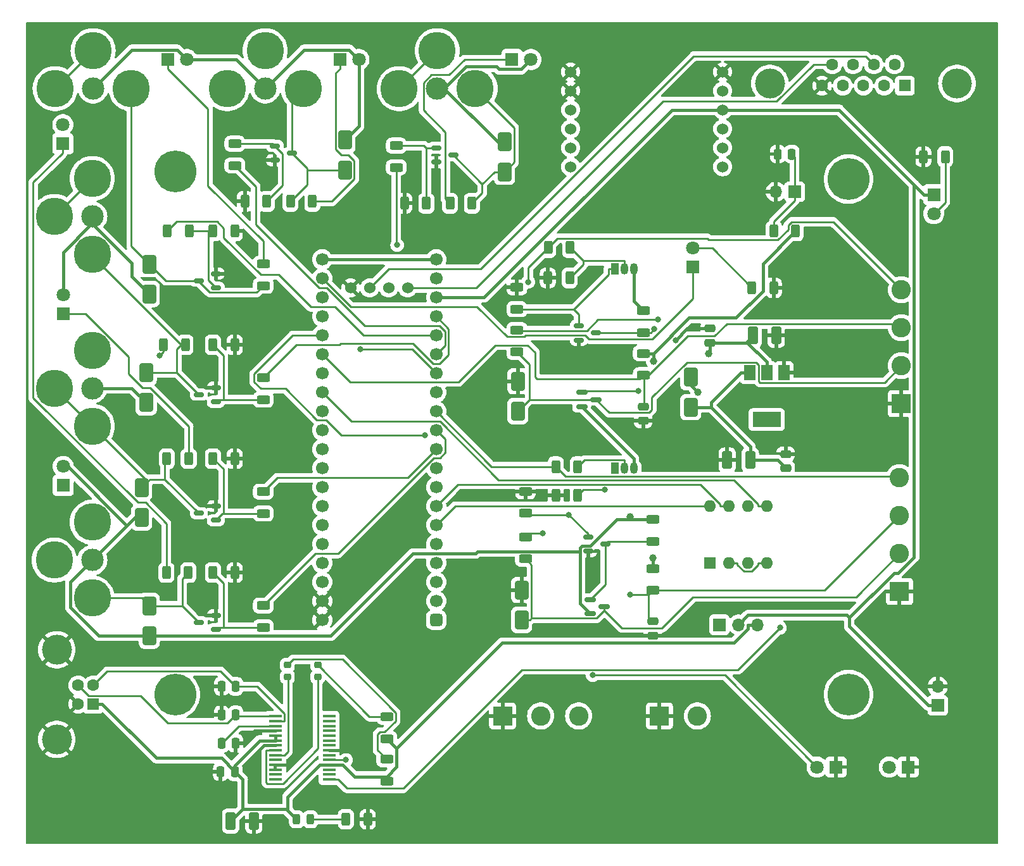
<source format=gtl>
G04 #@! TF.GenerationSoftware,KiCad,Pcbnew,7.0.2*
G04 #@! TF.CreationDate,2023-05-21T20:01:26+03:00*
G04 #@! TF.ProjectId,DewController-V1.0,44657743-6f6e-4747-926f-6c6c65722d56,rev?*
G04 #@! TF.SameCoordinates,Original*
G04 #@! TF.FileFunction,Copper,L1,Top*
G04 #@! TF.FilePolarity,Positive*
%FSLAX46Y46*%
G04 Gerber Fmt 4.6, Leading zero omitted, Abs format (unit mm)*
G04 Created by KiCad (PCBNEW 7.0.2) date 2023-05-21 20:01:26*
%MOMM*%
%LPD*%
G01*
G04 APERTURE LIST*
G04 Aperture macros list*
%AMRoundRect*
0 Rectangle with rounded corners*
0 $1 Rounding radius*
0 $2 $3 $4 $5 $6 $7 $8 $9 X,Y pos of 4 corners*
0 Add a 4 corners polygon primitive as box body*
4,1,4,$2,$3,$4,$5,$6,$7,$8,$9,$2,$3,0*
0 Add four circle primitives for the rounded corners*
1,1,$1+$1,$2,$3*
1,1,$1+$1,$4,$5*
1,1,$1+$1,$6,$7*
1,1,$1+$1,$8,$9*
0 Add four rect primitives between the rounded corners*
20,1,$1+$1,$2,$3,$4,$5,0*
20,1,$1+$1,$4,$5,$6,$7,0*
20,1,$1+$1,$6,$7,$8,$9,0*
20,1,$1+$1,$8,$9,$2,$3,0*%
G04 Aperture macros list end*
G04 #@! TA.AperFunction,SMDPad,CuDef*
%ADD10RoundRect,0.150000X-0.587500X-0.150000X0.587500X-0.150000X0.587500X0.150000X-0.587500X0.150000X0*%
G04 #@! TD*
G04 #@! TA.AperFunction,SMDPad,CuDef*
%ADD11RoundRect,0.150000X-0.512500X-0.150000X0.512500X-0.150000X0.512500X0.150000X-0.512500X0.150000X0*%
G04 #@! TD*
G04 #@! TA.AperFunction,SMDPad,CuDef*
%ADD12RoundRect,0.150000X0.512500X0.150000X-0.512500X0.150000X-0.512500X-0.150000X0.512500X-0.150000X0*%
G04 #@! TD*
G04 #@! TA.AperFunction,SMDPad,CuDef*
%ADD13RoundRect,0.250000X0.625000X-0.312500X0.625000X0.312500X-0.625000X0.312500X-0.625000X-0.312500X0*%
G04 #@! TD*
G04 #@! TA.AperFunction,SMDPad,CuDef*
%ADD14RoundRect,0.250000X-0.625000X0.312500X-0.625000X-0.312500X0.625000X-0.312500X0.625000X0.312500X0*%
G04 #@! TD*
G04 #@! TA.AperFunction,ComponentPad*
%ADD15R,1.700000X1.700000*%
G04 #@! TD*
G04 #@! TA.AperFunction,ComponentPad*
%ADD16O,1.700000X1.700000*%
G04 #@! TD*
G04 #@! TA.AperFunction,SMDPad,CuDef*
%ADD17RoundRect,0.250000X-0.250000X-0.475000X0.250000X-0.475000X0.250000X0.475000X-0.250000X0.475000X0*%
G04 #@! TD*
G04 #@! TA.AperFunction,SMDPad,CuDef*
%ADD18R,1.750000X0.450000*%
G04 #@! TD*
G04 #@! TA.AperFunction,SMDPad,CuDef*
%ADD19RoundRect,0.250000X0.650000X-1.000000X0.650000X1.000000X-0.650000X1.000000X-0.650000X-1.000000X0*%
G04 #@! TD*
G04 #@! TA.AperFunction,ComponentPad*
%ADD20R,1.800000X1.800000*%
G04 #@! TD*
G04 #@! TA.AperFunction,ComponentPad*
%ADD21C,1.800000*%
G04 #@! TD*
G04 #@! TA.AperFunction,ComponentPad*
%ADD22R,1.600000X1.600000*%
G04 #@! TD*
G04 #@! TA.AperFunction,ComponentPad*
%ADD23C,1.600000*%
G04 #@! TD*
G04 #@! TA.AperFunction,ComponentPad*
%ADD24C,4.000000*%
G04 #@! TD*
G04 #@! TA.AperFunction,SMDPad,CuDef*
%ADD25RoundRect,0.250000X0.312500X0.625000X-0.312500X0.625000X-0.312500X-0.625000X0.312500X-0.625000X0*%
G04 #@! TD*
G04 #@! TA.AperFunction,SMDPad,CuDef*
%ADD26RoundRect,0.250000X-0.312500X-0.625000X0.312500X-0.625000X0.312500X0.625000X-0.312500X0.625000X0*%
G04 #@! TD*
G04 #@! TA.AperFunction,ComponentPad*
%ADD27R,1.050000X1.500000*%
G04 #@! TD*
G04 #@! TA.AperFunction,ComponentPad*
%ADD28O,1.050000X1.500000*%
G04 #@! TD*
G04 #@! TA.AperFunction,ComponentPad*
%ADD29C,5.600000*%
G04 #@! TD*
G04 #@! TA.AperFunction,SMDPad,CuDef*
%ADD30RoundRect,0.250000X0.250000X0.475000X-0.250000X0.475000X-0.250000X-0.475000X0.250000X-0.475000X0*%
G04 #@! TD*
G04 #@! TA.AperFunction,SMDPad,CuDef*
%ADD31RoundRect,0.250000X-0.412500X-0.925000X0.412500X-0.925000X0.412500X0.925000X-0.412500X0.925000X0*%
G04 #@! TD*
G04 #@! TA.AperFunction,SMDPad,CuDef*
%ADD32RoundRect,0.250000X-0.475000X0.250000X-0.475000X-0.250000X0.475000X-0.250000X0.475000X0.250000X0*%
G04 #@! TD*
G04 #@! TA.AperFunction,ComponentPad*
%ADD33C,5.000000*%
G04 #@! TD*
G04 #@! TA.AperFunction,ComponentPad*
%ADD34C,3.000000*%
G04 #@! TD*
G04 #@! TA.AperFunction,ComponentPad*
%ADD35R,2.600000X2.600000*%
G04 #@! TD*
G04 #@! TA.AperFunction,ComponentPad*
%ADD36C,2.600000*%
G04 #@! TD*
G04 #@! TA.AperFunction,SMDPad,CuDef*
%ADD37RoundRect,0.218750X0.256250X-0.218750X0.256250X0.218750X-0.256250X0.218750X-0.256250X-0.218750X0*%
G04 #@! TD*
G04 #@! TA.AperFunction,SMDPad,CuDef*
%ADD38R,1.500000X2.000000*%
G04 #@! TD*
G04 #@! TA.AperFunction,SMDPad,CuDef*
%ADD39R,3.800000X2.000000*%
G04 #@! TD*
G04 #@! TA.AperFunction,SMDPad,CuDef*
%ADD40RoundRect,0.250000X0.475000X-0.250000X0.475000X0.250000X-0.475000X0.250000X-0.475000X-0.250000X0*%
G04 #@! TD*
G04 #@! TA.AperFunction,ComponentPad*
%ADD41O,1.600000X1.600000*%
G04 #@! TD*
G04 #@! TA.AperFunction,SMDPad,CuDef*
%ADD42RoundRect,0.243750X0.243750X0.456250X-0.243750X0.456250X-0.243750X-0.456250X0.243750X-0.456250X0*%
G04 #@! TD*
G04 #@! TA.AperFunction,ComponentPad*
%ADD43C,1.524000*%
G04 #@! TD*
G04 #@! TA.AperFunction,ComponentPad*
%ADD44RoundRect,0.425000X-0.425000X-0.425000X0.425000X-0.425000X0.425000X0.425000X-0.425000X0.425000X0*%
G04 #@! TD*
G04 #@! TA.AperFunction,ComponentPad*
%ADD45C,1.700000*%
G04 #@! TD*
G04 #@! TA.AperFunction,SMDPad,CuDef*
%ADD46RoundRect,0.250000X0.412500X0.925000X-0.412500X0.925000X-0.412500X-0.925000X0.412500X-0.925000X0*%
G04 #@! TD*
G04 #@! TA.AperFunction,SMDPad,CuDef*
%ADD47RoundRect,0.250000X-0.650000X1.000000X-0.650000X-1.000000X0.650000X-1.000000X0.650000X1.000000X0*%
G04 #@! TD*
G04 #@! TA.AperFunction,ViaPad*
%ADD48C,0.800000*%
G04 #@! TD*
G04 #@! TA.AperFunction,ViaPad*
%ADD49C,1.000000*%
G04 #@! TD*
G04 #@! TA.AperFunction,Conductor*
%ADD50C,0.400000*%
G04 #@! TD*
G04 #@! TA.AperFunction,Conductor*
%ADD51C,0.250000*%
G04 #@! TD*
G04 APERTURE END LIST*
D10*
X89565000Y-64791000D03*
X91440000Y-65741000D03*
X89565000Y-66691000D03*
X90716500Y-92498000D03*
X92591500Y-93448000D03*
X90716500Y-94398000D03*
D11*
X89165000Y-55889000D03*
X91440000Y-56839000D03*
X89165000Y-57789000D03*
X90435000Y-84140000D03*
X92710000Y-85090000D03*
X90435000Y-86040000D03*
D12*
X40640000Y-50800000D03*
X38365000Y-49850000D03*
X40640000Y-48900000D03*
X40640000Y-96520000D03*
X38365000Y-95570000D03*
X40640000Y-94620000D03*
D11*
X48525000Y-31810000D03*
X50800000Y-32760000D03*
X48525000Y-33710000D03*
D12*
X40640000Y-81910000D03*
X38365000Y-80960000D03*
X40640000Y-80010000D03*
D11*
X70115000Y-32070000D03*
X72390000Y-33020000D03*
X70115000Y-33970000D03*
D12*
X40640000Y-66040000D03*
X38365000Y-65090000D03*
X40640000Y-64140000D03*
D13*
X82042000Y-87063000D03*
X82042000Y-84138000D03*
D14*
X99081000Y-88365400D03*
X99081000Y-91290400D03*
D15*
X137160000Y-106680000D03*
D16*
X137160000Y-104140000D03*
D13*
X80899000Y-59373000D03*
X80899000Y-56448000D03*
X64770000Y-31750000D03*
X64770000Y-34675000D03*
D14*
X97790000Y-59566500D03*
X97790000Y-62491500D03*
D17*
X41403000Y-111760000D03*
X43303000Y-111760000D03*
D18*
X55790200Y-116589400D03*
X55790200Y-115939400D03*
X55790200Y-115289400D03*
X55790200Y-114639400D03*
X55790200Y-113989400D03*
X55790200Y-113339400D03*
X55790200Y-112689400D03*
X55790200Y-112039400D03*
X55790200Y-111389400D03*
X55790200Y-110739400D03*
X55790200Y-110089400D03*
X55790200Y-109439400D03*
X55790200Y-108789400D03*
X55790200Y-108139400D03*
X48590200Y-108139400D03*
X48590200Y-108789400D03*
X48590200Y-109439400D03*
X48590200Y-110089400D03*
X48590200Y-110739400D03*
X48590200Y-111389400D03*
X48590200Y-112039400D03*
X48590200Y-112689400D03*
X48590200Y-113339400D03*
X48590200Y-113989400D03*
X48590200Y-114639400D03*
X48590200Y-115289400D03*
X48590200Y-115939400D03*
X48590200Y-116589400D03*
D19*
X31750000Y-97347000D03*
X31750000Y-93347000D03*
D20*
X133223000Y-114935000D03*
D21*
X130683000Y-114935000D03*
D22*
X24240000Y-106490000D03*
D23*
X24240000Y-103990000D03*
X22240000Y-103990000D03*
X22240000Y-106490000D03*
D24*
X19380000Y-111240000D03*
X19380000Y-99240000D03*
D13*
X43180000Y-34421000D03*
X43180000Y-31496000D03*
D25*
X37022500Y-73660000D03*
X34097500Y-73660000D03*
D19*
X81026000Y-67310000D03*
X81026000Y-63310000D03*
D26*
X58035000Y-121920000D03*
X60960000Y-121920000D03*
D20*
X136637000Y-38320000D03*
D21*
X136637000Y-40860000D03*
D25*
X118165000Y-43180000D03*
X115240000Y-43180000D03*
D27*
X93980000Y-74930000D03*
D28*
X95250000Y-74930000D03*
X96520000Y-74930000D03*
D26*
X40255000Y-73660000D03*
X43180000Y-73660000D03*
D25*
X74882100Y-39480000D03*
X71957100Y-39480000D03*
D29*
X35240000Y-35240000D03*
D30*
X43303000Y-107950000D03*
X41403000Y-107950000D03*
D24*
X139730000Y-23440000D03*
X114730000Y-23440000D03*
D22*
X132770000Y-23740000D03*
D23*
X130000000Y-23740000D03*
X127230000Y-23740000D03*
X124460000Y-23740000D03*
X121690000Y-23740000D03*
X131385000Y-20900000D03*
X128615000Y-20900000D03*
X125845000Y-20900000D03*
X123075000Y-20900000D03*
D31*
X42645000Y-122150000D03*
X45720000Y-122150000D03*
D20*
X20240000Y-54240000D03*
D21*
X20240000Y-51700000D03*
D14*
X63500000Y-113915000D03*
X63500000Y-116840000D03*
D19*
X31344000Y-66146000D03*
X31344000Y-62146000D03*
D32*
X99060000Y-95443000D03*
X99060000Y-97343000D03*
D30*
X43303000Y-104140000D03*
X41403000Y-104140000D03*
D26*
X85024500Y-49467000D03*
X87949500Y-49467000D03*
D29*
X125240000Y-105240000D03*
D19*
X81534000Y-95250000D03*
X81534000Y-91250000D03*
D33*
X52320000Y-24130000D03*
D34*
X47240000Y-24130000D03*
D33*
X42160000Y-24130000D03*
X47240000Y-19050000D03*
D26*
X85086000Y-45403000D03*
X88011000Y-45403000D03*
D30*
X117663000Y-32893000D03*
X115763000Y-32893000D03*
D35*
X132304000Y-66294000D03*
D36*
X132304000Y-61214000D03*
X132304000Y-56134000D03*
X132304000Y-51054000D03*
D30*
X43180000Y-115570000D03*
X41280000Y-115570000D03*
D37*
X50216000Y-102870000D03*
X50216000Y-101295000D03*
D26*
X112327500Y-50800000D03*
X115252500Y-50800000D03*
D14*
X46990000Y-47595000D03*
X46990000Y-50520000D03*
D33*
X29320000Y-24130000D03*
D34*
X24240000Y-24130000D03*
D33*
X19160000Y-24130000D03*
X24240000Y-19050000D03*
D20*
X57240000Y-20240000D03*
D21*
X59780000Y-20240000D03*
D38*
X116600000Y-62133000D03*
X114300000Y-62133000D03*
X112000000Y-62133000D03*
D39*
X114300000Y-68433000D03*
D33*
X75320000Y-24130000D03*
D34*
X70240000Y-24130000D03*
D33*
X65160000Y-24130000D03*
X70240000Y-19050000D03*
D27*
X93980000Y-48260000D03*
D28*
X95250000Y-48260000D03*
X96520000Y-48260000D03*
D26*
X34159000Y-43180000D03*
X37084000Y-43180000D03*
D14*
X97790000Y-53851500D03*
X97790000Y-56776500D03*
D33*
X24130000Y-59160000D03*
D34*
X24130000Y-64240000D03*
D33*
X24130000Y-69320000D03*
X19050000Y-64240000D03*
D26*
X40255000Y-88900000D03*
X43180000Y-88900000D03*
D25*
X68786100Y-39480000D03*
X65861100Y-39480000D03*
D40*
X106680000Y-58154000D03*
X106680000Y-56254000D03*
D26*
X86106000Y-74740000D03*
X89031000Y-74740000D03*
D35*
X99949000Y-108097000D03*
D36*
X105029000Y-108097000D03*
D20*
X20193000Y-31501000D03*
D21*
X20193000Y-28961000D03*
D22*
X106680000Y-87630000D03*
D41*
X109220000Y-87630000D03*
X111760000Y-87630000D03*
X114300000Y-87630000D03*
X114300000Y-80010000D03*
X111760000Y-80010000D03*
X109220000Y-80010000D03*
X106680000Y-80010000D03*
D19*
X31750000Y-51627000D03*
X31750000Y-47627000D03*
D42*
X53309500Y-121920000D03*
X51434500Y-121920000D03*
D43*
X88080000Y-21890000D03*
X88080000Y-24430000D03*
X88080000Y-26970000D03*
X88080000Y-29510000D03*
X88080000Y-32050000D03*
X88080000Y-34590000D03*
X108400000Y-34590000D03*
X108400000Y-32050000D03*
X108400000Y-29510000D03*
X108400000Y-26970000D03*
X108400000Y-24430000D03*
X108400000Y-21890000D03*
D40*
X116840000Y-74930000D03*
X116840000Y-73030000D03*
D29*
X35240000Y-105240000D03*
D26*
X40255000Y-58420000D03*
X43180000Y-58420000D03*
X40255000Y-43180000D03*
X43180000Y-43180000D03*
X86106000Y-78550000D03*
X89031000Y-78550000D03*
D37*
X54280000Y-102870000D03*
X54280000Y-101295000D03*
D14*
X46990000Y-93315000D03*
X46990000Y-96240000D03*
D44*
X70104000Y-95250000D03*
D45*
X70104000Y-92710000D03*
X70104000Y-90170000D03*
X70104000Y-87630000D03*
X70104000Y-85090000D03*
X70104000Y-82550000D03*
X70104000Y-80010000D03*
X70104000Y-77470000D03*
X70104000Y-74930000D03*
X70104000Y-72390000D03*
X70104000Y-69850000D03*
X70104000Y-67310000D03*
X70104000Y-64770000D03*
X70104000Y-62230000D03*
X70104000Y-59690000D03*
X70104000Y-57150000D03*
X70104000Y-54610000D03*
X70104000Y-52070000D03*
X70104000Y-49530000D03*
X70104000Y-46990000D03*
X54864000Y-46990000D03*
X54864000Y-49530000D03*
X54864000Y-52070000D03*
X54864000Y-54610000D03*
X54864000Y-57150000D03*
X54864000Y-59690000D03*
X54864000Y-62230000D03*
X54864000Y-64770000D03*
X54864000Y-67310000D03*
X54864000Y-69850000D03*
X54864000Y-72390000D03*
X54864000Y-74930000D03*
X54864000Y-77470000D03*
X54864000Y-80010000D03*
X54864000Y-82550000D03*
X54864000Y-85090000D03*
X54864000Y-87630000D03*
X54864000Y-90170000D03*
X54864000Y-92710000D03*
X54864000Y-95250000D03*
D43*
X66294000Y-50800000D03*
X63754000Y-50800000D03*
X61214000Y-50800000D03*
X58674000Y-50800000D03*
D13*
X82042000Y-80967000D03*
X82042000Y-78042000D03*
D32*
X97790000Y-66680000D03*
X97790000Y-68580000D03*
D29*
X125240000Y-36240000D03*
D14*
X99081000Y-81822900D03*
X99081000Y-84747900D03*
X46990000Y-78075000D03*
X46990000Y-81000000D03*
D25*
X138165000Y-33240000D03*
X135240000Y-33240000D03*
D26*
X34036000Y-88900000D03*
X36961000Y-88900000D03*
D33*
X24130000Y-82160000D03*
D34*
X24130000Y-87240000D03*
D33*
X24130000Y-92320000D03*
X19050000Y-87240000D03*
D31*
X112495000Y-57150000D03*
X115570000Y-57150000D03*
D25*
X47450100Y-39226000D03*
X44525100Y-39226000D03*
D20*
X34240000Y-20240000D03*
D21*
X36780000Y-20240000D03*
D20*
X104390000Y-48011000D03*
D21*
X104390000Y-45471000D03*
D25*
X53546100Y-39226000D03*
X50621100Y-39226000D03*
D35*
X78994000Y-108097000D03*
D36*
X84074000Y-108097000D03*
X89154000Y-108097000D03*
D26*
X33651000Y-58420000D03*
X36576000Y-58420000D03*
D19*
X104140000Y-66770000D03*
X104140000Y-62770000D03*
D33*
X24130000Y-36160000D03*
D34*
X24130000Y-41240000D03*
D33*
X24130000Y-46320000D03*
X19050000Y-41240000D03*
D14*
X63500000Y-108204000D03*
X63500000Y-111129000D03*
D13*
X80899000Y-53662000D03*
X80899000Y-50737000D03*
D46*
X112092500Y-73845000D03*
X109017500Y-73845000D03*
D47*
X57912000Y-31020000D03*
X57912000Y-35020000D03*
D14*
X46990000Y-62835000D03*
X46990000Y-65760000D03*
D20*
X80240000Y-20240000D03*
D21*
X82780000Y-20240000D03*
D47*
X79248000Y-31274000D03*
X79248000Y-35274000D03*
D19*
X30734000Y-81537500D03*
X30734000Y-77537500D03*
D15*
X118034000Y-37938000D03*
D16*
X115494000Y-37938000D03*
D20*
X123571000Y-114935000D03*
D21*
X121031000Y-114935000D03*
D15*
X107965000Y-95885000D03*
D16*
X110505000Y-95885000D03*
X113045000Y-95885000D03*
D35*
X132050000Y-91440000D03*
D36*
X132050000Y-86360000D03*
X132050000Y-81280000D03*
X132050000Y-76200000D03*
D20*
X20240000Y-77240000D03*
D21*
X20240000Y-74700000D03*
D48*
X96012000Y-39878000D03*
X84074000Y-51689000D03*
X78105000Y-39878000D03*
X89154000Y-59690000D03*
X91313000Y-88900000D03*
X104648000Y-94996000D03*
X77216000Y-78613000D03*
X83693000Y-70993000D03*
X118999000Y-59436000D03*
X118745000Y-49657000D03*
X101600000Y-65151000D03*
X102108000Y-57785000D03*
X45466000Y-106299000D03*
X46101000Y-29083000D03*
X42926000Y-48514000D03*
X45847000Y-54991000D03*
X45212000Y-44958000D03*
X45847000Y-114554000D03*
X51562000Y-113665000D03*
X59436000Y-112649000D03*
X45085000Y-110871000D03*
D49*
X105105100Y-64769900D03*
D48*
X58059200Y-113986000D03*
X116059500Y-96293900D03*
D49*
X106572700Y-59637800D03*
D48*
X99279500Y-56309000D03*
X97170100Y-64617000D03*
X92645400Y-77835600D03*
X87859400Y-81168200D03*
D49*
X99091000Y-86952600D03*
X99181800Y-60645800D03*
D48*
X59943800Y-59009900D03*
X64881400Y-45078700D03*
X82406700Y-50007700D03*
X99795900Y-55029900D03*
X91029700Y-102650400D03*
X84364700Y-83647800D03*
X33124300Y-59897300D03*
D49*
X96022800Y-81435500D03*
D48*
X68600800Y-70504900D03*
X96022800Y-91885700D03*
D50*
X55790200Y-112689400D02*
X59436000Y-112689400D01*
X89154000Y-59690000D02*
X89165000Y-59552000D01*
X89165000Y-57789000D02*
X89154000Y-59690000D01*
D51*
X97289500Y-62992000D02*
X97790000Y-62491500D01*
X83566000Y-62992000D02*
X97289500Y-62992000D01*
X83312000Y-62738000D02*
X83566000Y-62992000D01*
X83312000Y-59436000D02*
X83312000Y-62738000D01*
X82354600Y-58478600D02*
X83312000Y-59436000D01*
X77986800Y-58478600D02*
X82354600Y-58478600D01*
X73054900Y-63410500D02*
X77986800Y-58478600D01*
X58584500Y-63410500D02*
X73054900Y-63410500D01*
X54864000Y-59690000D02*
X58584500Y-63410500D01*
D50*
X103639000Y-56254000D02*
X102108000Y-57785000D01*
X106680000Y-56254000D02*
X103639000Y-56254000D01*
X45847000Y-114554000D02*
X45847000Y-114427000D01*
X47091600Y-112039400D02*
X45974000Y-113157000D01*
X45847000Y-113284000D02*
X45847000Y-114554000D01*
X45974000Y-113157000D02*
X45847000Y-113284000D01*
X48590200Y-112039400D02*
X47091600Y-112039400D01*
X58928000Y-110871000D02*
X58801000Y-110998000D01*
X58801000Y-110871000D02*
X58928000Y-110871000D01*
X58801000Y-110998000D02*
X58801000Y-110871000D01*
X50587600Y-114639400D02*
X51562000Y-113665000D01*
X48590200Y-114639400D02*
X50587600Y-114639400D01*
X45085000Y-110871000D02*
X45212000Y-110744000D01*
X45866600Y-110089400D02*
X45085000Y-110871000D01*
X48590200Y-110089400D02*
X45866600Y-110089400D01*
X48590200Y-111389400D02*
X48590200Y-110739400D01*
X43180000Y-114681000D02*
X43180000Y-115570000D01*
X46471600Y-111389400D02*
X43180000Y-114681000D01*
X48590200Y-111389400D02*
X46471600Y-111389400D01*
D51*
X120558300Y-20900000D02*
X123075000Y-20900000D01*
X115629700Y-25828600D02*
X120558300Y-20900000D01*
X100423600Y-25828600D02*
X115629700Y-25828600D01*
X75452200Y-50800000D02*
X100423600Y-25828600D01*
X66294000Y-50800000D02*
X75452200Y-50800000D01*
D50*
X104140000Y-63804800D02*
X104140000Y-62770000D01*
X105105100Y-64769900D02*
X104140000Y-63804800D01*
X112000000Y-62133000D02*
X110849900Y-62133000D01*
X106848800Y-66134100D02*
X106848800Y-66770000D01*
X110849900Y-62133000D02*
X106848800Y-66134100D01*
X106848800Y-66770000D02*
X104140000Y-66770000D01*
X115755000Y-73845000D02*
X112092500Y-73845000D01*
X116840000Y-74930000D02*
X115755000Y-73845000D01*
X112092500Y-72013700D02*
X106848800Y-66770000D01*
X112092500Y-73845000D02*
X112092500Y-72013700D01*
D51*
X56993700Y-113986000D02*
X56990300Y-113989400D01*
X58059200Y-113986000D02*
X56993700Y-113986000D01*
X55790200Y-113989400D02*
X56990300Y-113989400D01*
X110345100Y-87863200D02*
X110345100Y-87630000D01*
X111251400Y-88769500D02*
X110345100Y-87863200D01*
X112316700Y-88769500D02*
X111251400Y-88769500D01*
X113174900Y-87911300D02*
X112316700Y-88769500D01*
X113174900Y-87630000D02*
X113174900Y-87911300D01*
X114300000Y-87630000D02*
X113174900Y-87630000D01*
X109220000Y-87630000D02*
X110345100Y-87630000D01*
X58192200Y-117791300D02*
X56990300Y-116589400D01*
X65683600Y-117791300D02*
X58192200Y-117791300D01*
X81551700Y-101923200D02*
X65683600Y-117791300D01*
X110430200Y-101923200D02*
X81551700Y-101923200D01*
X116059500Y-96293900D02*
X110430200Y-101923200D01*
X55790200Y-116589400D02*
X56990300Y-116589400D01*
D50*
X106680000Y-59530500D02*
X106680000Y-58154000D01*
X106572700Y-59637800D02*
X106680000Y-59530500D01*
X114300000Y-62133000D02*
X114300000Y-60732900D01*
X114300000Y-60732900D02*
X111606100Y-58038900D01*
X111491000Y-58154000D02*
X111606100Y-58038900D01*
X106680000Y-58154000D02*
X111491000Y-58154000D01*
X111606100Y-58038900D02*
X112495000Y-57150000D01*
D51*
X89739000Y-64617000D02*
X89565000Y-64791000D01*
X97170100Y-64617000D02*
X89739000Y-64617000D01*
X98812000Y-56776500D02*
X97790000Y-56776500D01*
X99279500Y-56309000D02*
X98812000Y-56776500D01*
X91502500Y-56776500D02*
X91440000Y-56839000D01*
X97790000Y-56776500D02*
X91502500Y-56776500D01*
X93052100Y-84747900D02*
X92710000Y-85090000D01*
X99081000Y-84747900D02*
X93052100Y-84747900D01*
X92710000Y-90504500D02*
X90716500Y-92498000D01*
X92710000Y-85090000D02*
X92710000Y-90504500D01*
X95250000Y-48260000D02*
X95250000Y-47184900D01*
X89792900Y-47623600D02*
X87949500Y-49467000D01*
X89792900Y-47184900D02*
X89792900Y-47623600D01*
X95250000Y-47184900D02*
X89792900Y-47184900D01*
X89792900Y-47184900D02*
X88011000Y-45403000D01*
X93980000Y-48260000D02*
X93129900Y-48260000D01*
X93129900Y-48989500D02*
X88457400Y-53662000D01*
X93129900Y-48260000D02*
X93129900Y-48989500D01*
X80899000Y-53662000D02*
X88457400Y-53662000D01*
X89165000Y-54369600D02*
X89165000Y-55889000D01*
X88457400Y-53662000D02*
X89165000Y-54369600D01*
X89916100Y-73854900D02*
X89031000Y-74740000D01*
X95250000Y-73854900D02*
X89916100Y-73854900D01*
X95250000Y-74930000D02*
X95250000Y-73854900D01*
X89745400Y-77835600D02*
X92645400Y-77835600D01*
X89031000Y-78550000D02*
X89745400Y-77835600D01*
X82243200Y-81168200D02*
X87859400Y-81168200D01*
X82042000Y-80967000D02*
X82243200Y-81168200D01*
X90435000Y-83743800D02*
X90435000Y-84140000D01*
X87859400Y-81168200D02*
X90435000Y-83743800D01*
X39648000Y-49808000D02*
X40640000Y-50800000D01*
X39648000Y-43180000D02*
X39648000Y-49808000D01*
X40255000Y-43180000D02*
X39648000Y-43180000D01*
X39648000Y-43180000D02*
X37084000Y-43180000D01*
X41655800Y-90300800D02*
X41655800Y-96240000D01*
X40255000Y-88900000D02*
X41655800Y-90300800D01*
X46990000Y-96240000D02*
X41655800Y-96240000D01*
X40920000Y-96240000D02*
X40640000Y-96520000D01*
X41655800Y-96240000D02*
X40920000Y-96240000D01*
X49557300Y-32842300D02*
X48525000Y-31810000D01*
X49557300Y-37118800D02*
X49557300Y-32842300D01*
X47450100Y-39226000D02*
X49557300Y-37118800D01*
X48211000Y-31496000D02*
X48525000Y-31810000D01*
X43180000Y-31496000D02*
X48211000Y-31496000D01*
X41642000Y-75047000D02*
X41642000Y-81000000D01*
X40255000Y-73660000D02*
X41642000Y-75047000D01*
X46990000Y-81000000D02*
X41642000Y-81000000D01*
X41550000Y-81000000D02*
X40640000Y-81910000D01*
X41642000Y-81000000D02*
X41550000Y-81000000D01*
X68786100Y-32070000D02*
X70115000Y-32070000D01*
X68466100Y-31750000D02*
X68786100Y-32070000D01*
X64770000Y-31750000D02*
X68466100Y-31750000D01*
X68786100Y-32070000D02*
X68786100Y-39480000D01*
X41650200Y-59815200D02*
X41650200Y-65760000D01*
X40255000Y-58420000D02*
X41650200Y-59815200D01*
X46990000Y-65760000D02*
X41650200Y-65760000D01*
X40920000Y-65760000D02*
X40640000Y-66040000D01*
X41650200Y-65760000D02*
X40920000Y-65760000D01*
X51405000Y-58420000D02*
X46990000Y-62835000D01*
X57159000Y-58420000D02*
X51405000Y-58420000D01*
X57325000Y-58254000D02*
X57159000Y-58420000D01*
X67005200Y-58254000D02*
X57325000Y-58254000D01*
X69672900Y-60921700D02*
X67005200Y-58254000D01*
X70580800Y-60921700D02*
X69672900Y-60921700D01*
X71763300Y-59739200D02*
X70580800Y-60921700D01*
X71763300Y-56269300D02*
X71763300Y-59739200D01*
X70104000Y-54610000D02*
X71763300Y-56269300D01*
D50*
X99081000Y-86962600D02*
X99081000Y-88365400D01*
X99091000Y-86952600D02*
X99081000Y-86962600D01*
X54864000Y-46990000D02*
X70104000Y-46990000D01*
X99181800Y-59566500D02*
X99181800Y-60645800D01*
X103935100Y-54813200D02*
X99181800Y-59566500D01*
X110202400Y-54813200D02*
X103935100Y-54813200D01*
X113790000Y-51225600D02*
X110202400Y-54813200D01*
X113790000Y-47555000D02*
X113790000Y-51225600D01*
X118165000Y-43180000D02*
X113790000Y-47555000D01*
X99181800Y-59566500D02*
X97790000Y-59566500D01*
X136637000Y-38320000D02*
X135336900Y-38320000D01*
X137160000Y-106680000D02*
X135909900Y-106680000D01*
X134004200Y-36987300D02*
X135336900Y-38320000D01*
X125325400Y-96095500D02*
X135909900Y-106680000D01*
X125325400Y-94935000D02*
X125325400Y-96095500D01*
X131298300Y-88962100D02*
X125325400Y-94935000D01*
X131867200Y-88962100D02*
X131298300Y-88962100D01*
X134004200Y-86825100D02*
X131867200Y-88962100D01*
X134004200Y-36987300D02*
X134004200Y-86825100D01*
X111791600Y-94598400D02*
X110505000Y-95885000D01*
X124988800Y-94598400D02*
X111791600Y-94598400D01*
X125325400Y-94935000D02*
X124988800Y-94598400D01*
X123986900Y-26970000D02*
X108400000Y-26970000D01*
X134004200Y-36987300D02*
X123986900Y-26970000D01*
X76510400Y-52070000D02*
X70104000Y-52070000D01*
X101610400Y-26970000D02*
X76510400Y-52070000D01*
X108400000Y-26970000D02*
X101610400Y-26970000D01*
D51*
X106998500Y-45471000D02*
X112327500Y-50800000D01*
X104390000Y-45471000D02*
X106998500Y-45471000D01*
X104390000Y-52234800D02*
X104390000Y-48011000D01*
X98959600Y-57665200D02*
X104390000Y-52234800D01*
X90539300Y-57665200D02*
X98959600Y-57665200D01*
X90031800Y-57157700D02*
X90539300Y-57665200D01*
X82105700Y-57157700D02*
X90031800Y-57157700D01*
X81909400Y-57354000D02*
X82105700Y-57157700D01*
X79596700Y-57354000D02*
X81909400Y-57354000D01*
X75582700Y-53340000D02*
X79596700Y-57354000D01*
X58674000Y-53340000D02*
X75582700Y-53340000D01*
X54864000Y-49530000D02*
X58674000Y-53340000D01*
X46990000Y-44547800D02*
X46990000Y-47595000D01*
X39590000Y-37147800D02*
X46990000Y-44547800D01*
X39590000Y-26815100D02*
X39590000Y-37147800D01*
X34240000Y-21465100D02*
X39590000Y-26815100D01*
X34240000Y-20240000D02*
X34240000Y-21465100D01*
X35394900Y-41944100D02*
X34159000Y-43180000D01*
X40829300Y-41944100D02*
X35394900Y-41944100D01*
X41717500Y-42832300D02*
X40829300Y-41944100D01*
X41717500Y-44092800D02*
X41717500Y-42832300D01*
X46682200Y-49057500D02*
X41717500Y-44092800D01*
X49049000Y-49057500D02*
X46682200Y-49057500D01*
X53331500Y-53340000D02*
X49049000Y-49057500D01*
X56553500Y-53340000D02*
X53331500Y-53340000D01*
X60363500Y-57150000D02*
X56553500Y-53340000D01*
X70104000Y-57150000D02*
X60363500Y-57150000D01*
X45987600Y-37228600D02*
X43180000Y-34421000D01*
X45987600Y-42325500D02*
X45987600Y-37228600D01*
X54462100Y-50800000D02*
X45987600Y-42325500D01*
X55497300Y-50800000D02*
X54462100Y-50800000D01*
X60577300Y-55880000D02*
X55497300Y-50800000D01*
X70521000Y-55880000D02*
X60577300Y-55880000D01*
X71279800Y-56638800D02*
X70521000Y-55880000D01*
X71279800Y-58514200D02*
X71279800Y-56638800D01*
X70104000Y-59690000D02*
X71279800Y-58514200D01*
X66883900Y-59009900D02*
X59943800Y-59009900D01*
X70104000Y-62230000D02*
X66883900Y-59009900D01*
X64770000Y-44967300D02*
X64770000Y-34675000D01*
X64881400Y-45078700D02*
X64770000Y-44967300D01*
X34036000Y-82344000D02*
X34036000Y-88900000D01*
X31229400Y-79537400D02*
X34036000Y-82344000D01*
X30217100Y-79537400D02*
X31229400Y-79537400D01*
X16221200Y-65541500D02*
X30217100Y-79537400D01*
X16221200Y-36697900D02*
X16221200Y-65541500D01*
X20193000Y-32726100D02*
X16221200Y-36697900D01*
X20193000Y-31501000D02*
X20193000Y-32726100D01*
X108094900Y-79776900D02*
X108094900Y-80010000D01*
X105407000Y-77089000D02*
X108094900Y-79776900D01*
X73025000Y-77089000D02*
X105407000Y-77089000D01*
X70104000Y-80010000D02*
X73025000Y-77089000D01*
X109220000Y-80010000D02*
X108094900Y-80010000D01*
X72644000Y-80010000D02*
X70104000Y-82550000D01*
X106680000Y-80010000D02*
X72644000Y-80010000D01*
X71321400Y-71067400D02*
X70104000Y-69850000D01*
X71321400Y-72849600D02*
X71321400Y-71067400D01*
X70605800Y-73565200D02*
X71321400Y-72849600D01*
X69768300Y-73565200D02*
X70605800Y-73565200D01*
X56973500Y-86360000D02*
X69768300Y-73565200D01*
X53945000Y-86360000D02*
X56973500Y-86360000D01*
X46990000Y-93315000D02*
X53945000Y-86360000D01*
X48865000Y-76200000D02*
X46990000Y-78075000D01*
X66294000Y-76200000D02*
X48865000Y-76200000D01*
X70104000Y-72390000D02*
X66294000Y-76200000D01*
X127489800Y-19774800D02*
X128615000Y-20900000D01*
X104521800Y-19774800D02*
X127489800Y-19774800D01*
X76036600Y-48260000D02*
X104521800Y-19774800D01*
X63754000Y-48260000D02*
X76036600Y-48260000D01*
X61214000Y-50800000D02*
X63754000Y-48260000D01*
X113174900Y-79776900D02*
X113174900Y-80010000D01*
X109917100Y-76519100D02*
X113174900Y-79776900D01*
X78440500Y-76519100D02*
X109917100Y-76519100D01*
X70595900Y-68674500D02*
X78440500Y-76519100D01*
X58768500Y-68674500D02*
X70595900Y-68674500D01*
X54864000Y-64770000D02*
X58768500Y-68674500D01*
X114300000Y-80010000D02*
X113174900Y-80010000D01*
X123225000Y-41975000D02*
X132304000Y-51054000D01*
X117601000Y-41975000D02*
X123225000Y-41975000D01*
X117167200Y-42408800D02*
X117601000Y-41975000D01*
X117167200Y-43005000D02*
X117167200Y-42408800D01*
X115791000Y-44381200D02*
X117167200Y-43005000D01*
X106545400Y-44381200D02*
X115791000Y-44381200D01*
X106326600Y-44162400D02*
X106545400Y-44381200D01*
X86326600Y-44162400D02*
X106326600Y-44162400D01*
X85086000Y-45403000D02*
X86326600Y-44162400D01*
X82406700Y-48082300D02*
X85086000Y-45403000D01*
X82406700Y-50007700D02*
X82406700Y-48082300D01*
X131919000Y-76069000D02*
X132050000Y-76200000D01*
X87435000Y-76069000D02*
X131919000Y-76069000D01*
X86106000Y-74740000D02*
X87435000Y-76069000D01*
X77534000Y-74740000D02*
X86106000Y-74740000D01*
X70104000Y-67310000D02*
X77534000Y-74740000D01*
X80965800Y-56514800D02*
X80899000Y-56448000D01*
X90266100Y-56514800D02*
X80965800Y-56514800D01*
X91751000Y-55029900D02*
X90266100Y-56514800D01*
X99795900Y-55029900D02*
X91751000Y-55029900D01*
X108746400Y-102650400D02*
X91029700Y-102650400D01*
X121031000Y-114935000D02*
X108746400Y-102650400D01*
X82532200Y-83647800D02*
X82042000Y-84138000D01*
X84364700Y-83647800D02*
X82532200Y-83647800D01*
X82595000Y-61069000D02*
X80899000Y-59373000D01*
X82595000Y-65741000D02*
X82595000Y-61069000D01*
X91440000Y-65741000D02*
X82595000Y-65741000D01*
X82595000Y-65741000D02*
X81026000Y-67310000D01*
X93205400Y-67506400D02*
X91440000Y-65741000D01*
X98541000Y-67506400D02*
X93205400Y-67506400D01*
X98944700Y-67102700D02*
X98541000Y-67506400D01*
X98944700Y-65485900D02*
X98944700Y-67102700D01*
X103673500Y-60757100D02*
X98944700Y-65485900D01*
X112890600Y-60757100D02*
X103673500Y-60757100D01*
X113224800Y-61091300D02*
X112890600Y-60757100D01*
X113224800Y-63306600D02*
X113224800Y-61091300D01*
X113376400Y-63458200D02*
X113224800Y-63306600D01*
X130059800Y-63458200D02*
X113376400Y-63458200D01*
X132304000Y-61214000D02*
X130059800Y-63458200D01*
X92591500Y-93448000D02*
X92591500Y-93996500D01*
X94913100Y-96318100D02*
X92591500Y-93996500D01*
X100289600Y-96318100D02*
X94913100Y-96318100D01*
X104428600Y-92179100D02*
X100289600Y-96318100D01*
X126230900Y-92179100D02*
X104428600Y-92179100D01*
X132050000Y-86360000D02*
X126230900Y-92179100D01*
X91563300Y-95024700D02*
X82839700Y-95024700D01*
X92591500Y-93996500D02*
X91563300Y-95024700D01*
X82614400Y-95250000D02*
X82839700Y-95024700D01*
X81534000Y-95250000D02*
X82614400Y-95250000D01*
X82839700Y-87860700D02*
X82042000Y-87063000D01*
X82839700Y-95024700D02*
X82839700Y-87860700D01*
X56188000Y-39226000D02*
X53546100Y-39226000D01*
X59151700Y-36262300D02*
X56188000Y-39226000D01*
X59151700Y-33791400D02*
X59151700Y-36262300D01*
X58380300Y-33020000D02*
X59151700Y-33791400D01*
X57405800Y-33020000D02*
X58380300Y-33020000D01*
X56669400Y-32283600D02*
X57405800Y-33020000D01*
X56669400Y-22035700D02*
X56669400Y-32283600D01*
X57240000Y-21465100D02*
X56669400Y-22035700D01*
X57240000Y-20240000D02*
X57240000Y-21465100D01*
X37022500Y-69341500D02*
X37022500Y-73660000D01*
X31827000Y-64146000D02*
X37022500Y-69341500D01*
X30873400Y-64146000D02*
X31827000Y-64146000D01*
X29019500Y-62292100D02*
X30873400Y-64146000D01*
X29019500Y-60049300D02*
X29019500Y-62292100D01*
X23210200Y-54240000D02*
X29019500Y-60049300D01*
X20240000Y-54240000D02*
X23210200Y-54240000D01*
X29320000Y-45197000D02*
X31750000Y-47627000D01*
X29320000Y-24130000D02*
X29320000Y-45197000D01*
X38365000Y-49940000D02*
X38365000Y-49850000D01*
X39854600Y-51429600D02*
X38365000Y-49940000D01*
X46080400Y-51429600D02*
X39854600Y-51429600D01*
X46990000Y-50520000D02*
X46080400Y-51429600D01*
X33973000Y-49850000D02*
X31750000Y-47627000D01*
X38365000Y-49850000D02*
X33973000Y-49850000D01*
X24240000Y-19050000D02*
X19160000Y-24130000D01*
X30723000Y-92320000D02*
X31750000Y-93347000D01*
X24130000Y-92320000D02*
X30723000Y-92320000D01*
X36142000Y-89719000D02*
X36961000Y-88900000D01*
X36142000Y-93347000D02*
X36142000Y-89719000D01*
X31750000Y-93347000D02*
X36142000Y-93347000D01*
X36142000Y-93347000D02*
X38365000Y-95570000D01*
X71325900Y-38848800D02*
X71957100Y-39480000D01*
X71325900Y-29935000D02*
X71325900Y-38848800D01*
X68407200Y-27016300D02*
X71325900Y-29935000D01*
X68407200Y-23367700D02*
X68407200Y-27016300D01*
X69477800Y-22297100D02*
X68407200Y-23367700D01*
X71842900Y-22297100D02*
X69477800Y-22297100D01*
X73900000Y-20240000D02*
X71842900Y-22297100D01*
X80240000Y-20240000D02*
X73900000Y-20240000D01*
X33651000Y-59370600D02*
X33651000Y-58420000D01*
X33124300Y-59897300D02*
X33651000Y-59370600D01*
X50800000Y-25650000D02*
X50800000Y-32760000D01*
X52320000Y-24130000D02*
X50800000Y-25650000D01*
X57912000Y-35020000D02*
X52855100Y-35020000D01*
X52855100Y-34815100D02*
X52855100Y-35020000D01*
X50800000Y-32760000D02*
X52855100Y-34815100D01*
X52855100Y-36992000D02*
X50621100Y-39226000D01*
X52855100Y-35020000D02*
X52855100Y-36992000D01*
X24130000Y-69320000D02*
X19050000Y-64240000D01*
X33834800Y-73922700D02*
X34097500Y-73660000D01*
X33834800Y-76429800D02*
X33834800Y-73922700D01*
X33834800Y-76429800D02*
X38365000Y-80960000D01*
X31540800Y-76730700D02*
X24130000Y-69320000D01*
X30734000Y-77537500D02*
X31540800Y-76730700D01*
X31841700Y-76429800D02*
X33834800Y-76429800D01*
X31540800Y-76730700D02*
X31841700Y-76429800D01*
X65160000Y-24130000D02*
X70240000Y-19050000D01*
X80535600Y-33986400D02*
X79248000Y-35274000D01*
X80535600Y-29345600D02*
X80535600Y-33986400D01*
X75320000Y-24130000D02*
X80535600Y-29345600D01*
X76259000Y-38103100D02*
X74882100Y-39480000D01*
X76259000Y-36889000D02*
X76259000Y-38103100D01*
X77874000Y-35274000D02*
X76259000Y-36889000D01*
X79248000Y-35274000D02*
X77874000Y-35274000D01*
X76259000Y-36889000D02*
X72390000Y-33020000D01*
X31344000Y-62146000D02*
X35421000Y-62146000D01*
X35421000Y-62146000D02*
X38365000Y-65090000D01*
X35421000Y-59022300D02*
X35421000Y-62146000D01*
X36023300Y-58420000D02*
X35421000Y-59022300D01*
X36023300Y-58420000D02*
X36576000Y-58420000D01*
X24130000Y-46526700D02*
X36023300Y-58420000D01*
X24130000Y-46320000D02*
X24130000Y-46526700D01*
X19050000Y-41240000D02*
X24130000Y-36160000D01*
D50*
X29438000Y-64240000D02*
X31344000Y-66146000D01*
X24130000Y-64240000D02*
X29438000Y-64240000D01*
X96520000Y-52581500D02*
X97790000Y-53851500D01*
X96520000Y-48260000D02*
X96520000Y-52581500D01*
X96520000Y-73646000D02*
X89565000Y-66691000D01*
X96520000Y-74930000D02*
X96520000Y-73646000D01*
X20240000Y-46053900D02*
X24102800Y-42191100D01*
X20240000Y-51700000D02*
X20240000Y-46053900D01*
X24102700Y-42191100D02*
X24102800Y-42191100D01*
X24102700Y-41267300D02*
X24102700Y-42191100D01*
X24130000Y-41240000D02*
X24102700Y-41267300D01*
X29401100Y-49278100D02*
X31750000Y-51627000D01*
X29401100Y-47489500D02*
X29401100Y-49278100D01*
X24102800Y-42191100D02*
X29401100Y-47489500D01*
X24984300Y-97347000D02*
X31750000Y-97347000D01*
X21227400Y-93590100D02*
X24984300Y-97347000D01*
X21227400Y-90142600D02*
X21227400Y-93590100D01*
X24130000Y-87240000D02*
X21227400Y-90142600D01*
X75640100Y-86063700D02*
X89337900Y-86063700D01*
X75343800Y-86360000D02*
X75640100Y-86063700D01*
X67010200Y-86360000D02*
X75343800Y-86360000D01*
X56023200Y-97347000D02*
X67010200Y-86360000D01*
X31750000Y-97347000D02*
X56023200Y-97347000D01*
X89337900Y-93019400D02*
X90716500Y-94398000D01*
X89337900Y-86063700D02*
X89337900Y-93019400D01*
X96022800Y-81435500D02*
X96022800Y-81822900D01*
X94248700Y-81822900D02*
X96022800Y-81822900D01*
X90732400Y-85339200D02*
X94248700Y-81822900D01*
X89609500Y-85339200D02*
X90732400Y-85339200D01*
X89337900Y-85610800D02*
X89609500Y-85339200D01*
X89337900Y-86063700D02*
X89337900Y-85610800D01*
X96022800Y-81822900D02*
X99081000Y-81822900D01*
X29431100Y-18938900D02*
X24240000Y-24130000D01*
X35478900Y-18938900D02*
X29431100Y-18938900D01*
X36780000Y-20240000D02*
X35478900Y-18938900D01*
X20811300Y-74700000D02*
X28740700Y-82629300D01*
X20240000Y-74700000D02*
X20811300Y-74700000D01*
X29832500Y-81537500D02*
X28740700Y-82629300D01*
X30734000Y-81537500D02*
X29832500Y-81537500D01*
X28740700Y-82629300D02*
X24130000Y-87240000D01*
X43350000Y-20240000D02*
X36780000Y-20240000D01*
X47240000Y-24130000D02*
X43350000Y-20240000D01*
X59780000Y-29152000D02*
X59780000Y-20240000D01*
X57912000Y-31020000D02*
X59780000Y-29152000D01*
X52430400Y-18939600D02*
X47240000Y-24130000D01*
X58479600Y-18939600D02*
X52430400Y-18939600D01*
X59780000Y-20240000D02*
X58479600Y-18939600D01*
X74111000Y-21175800D02*
X71178700Y-24108100D01*
X78150600Y-21175800D02*
X74111000Y-21175800D01*
X78519000Y-21544200D02*
X78150600Y-21175800D01*
X81475800Y-21544200D02*
X78519000Y-21544200D01*
X82780000Y-20240000D02*
X81475800Y-21544200D01*
X71178600Y-24108100D02*
X71178700Y-24108100D01*
X70261900Y-24108100D02*
X71178600Y-24108100D01*
X70240000Y-24130000D02*
X70261900Y-24108100D01*
X78344500Y-31274000D02*
X79248000Y-31274000D01*
X71178700Y-24108100D02*
X78344500Y-31274000D01*
D51*
X138165000Y-39332000D02*
X138165000Y-33240000D01*
X136637000Y-40860000D02*
X138165000Y-39332000D01*
X62268300Y-112683300D02*
X63500000Y-113915000D01*
X62268300Y-110542900D02*
X62268300Y-112683300D01*
X62570900Y-110240300D02*
X62268300Y-110542900D01*
X63224500Y-110240300D02*
X62570900Y-110240300D01*
X64703300Y-108761500D02*
X63224500Y-110240300D01*
X64703300Y-107653900D02*
X64703300Y-108761500D01*
X57579900Y-100530500D02*
X64703300Y-107653900D01*
X50980500Y-100530500D02*
X57579900Y-100530500D01*
X50216000Y-101295000D02*
X50980500Y-100530500D01*
X50295400Y-112834300D02*
X49790300Y-113339400D01*
X50295400Y-102949400D02*
X50295400Y-112834300D01*
X50216000Y-102870000D02*
X50295400Y-102949400D01*
X48590200Y-113339400D02*
X49790300Y-113339400D01*
X61189000Y-108204000D02*
X63500000Y-108204000D01*
X54280000Y-101295000D02*
X61189000Y-108204000D01*
X47390100Y-117001500D02*
X47390100Y-112689400D01*
X47528200Y-117139600D02*
X47390100Y-117001500D01*
X49599700Y-117139600D02*
X47528200Y-117139600D01*
X54280000Y-112459300D02*
X49599700Y-117139600D01*
X54280000Y-102870000D02*
X54280000Y-112459300D01*
X48590200Y-112689400D02*
X47390100Y-112689400D01*
X53309500Y-121920000D02*
X58035000Y-121920000D01*
X97905800Y-66564200D02*
X97790000Y-66680000D01*
X97905800Y-62491500D02*
X97905800Y-66564200D01*
X97905800Y-62491500D02*
X97790000Y-62491500D01*
X131804300Y-55634300D02*
X132304000Y-56134000D01*
X108951900Y-55634300D02*
X131804300Y-55634300D01*
X107330700Y-57255500D02*
X108951900Y-55634300D01*
X103739000Y-57255500D02*
X107330700Y-57255500D01*
X98503000Y-62491500D02*
X103739000Y-57255500D01*
X97905800Y-62491500D02*
X98503000Y-62491500D01*
X122039600Y-91290400D02*
X99081000Y-91290400D01*
X132050000Y-81280000D02*
X122039600Y-91290400D01*
X57419400Y-70504900D02*
X68600800Y-70504900D01*
X55399700Y-68485200D02*
X57419400Y-70504900D01*
X54139200Y-68485200D02*
X55399700Y-68485200D01*
X49951500Y-64297500D02*
X54139200Y-68485200D01*
X46662100Y-64297500D02*
X49951500Y-64297500D01*
X45783100Y-63418500D02*
X46662100Y-64297500D01*
X45783100Y-62289800D02*
X45783100Y-63418500D01*
X50922900Y-57150000D02*
X45783100Y-62289800D01*
X54864000Y-57150000D02*
X50922900Y-57150000D01*
X98485700Y-94868700D02*
X99060000Y-95443000D01*
X98485700Y-91885700D02*
X98485700Y-94868700D01*
X96022800Y-91885700D02*
X98485700Y-91885700D01*
X98485700Y-91885700D02*
X99081000Y-91290400D01*
X118034000Y-33264000D02*
X118034000Y-37938000D01*
X117663000Y-32893000D02*
X118034000Y-33264000D01*
X115240000Y-41907100D02*
X115240000Y-43180000D01*
X118034000Y-39113100D02*
X115240000Y-41907100D01*
X118034000Y-37938000D02*
X118034000Y-39113100D01*
X43723600Y-109439400D02*
X41403000Y-111760000D01*
X48590200Y-109439400D02*
X43723600Y-109439400D01*
X48590200Y-108789400D02*
X49790300Y-108789400D01*
X41268100Y-102105100D02*
X43303000Y-104140000D01*
X26124900Y-102105100D02*
X41268100Y-102105100D01*
X24240000Y-103990000D02*
X26124900Y-102105100D01*
X49790300Y-107742800D02*
X49790300Y-108789400D01*
X46187500Y-104140000D02*
X49790300Y-107742800D01*
X43303000Y-104140000D02*
X46187500Y-104140000D01*
X43492400Y-108139400D02*
X43303000Y-107950000D01*
X48590200Y-108139400D02*
X43492400Y-108139400D01*
X42210100Y-109042900D02*
X43303000Y-107950000D01*
X34262400Y-109042900D02*
X42210100Y-109042900D01*
X30584300Y-105364800D02*
X34262400Y-109042900D01*
X23614800Y-105364800D02*
X30584300Y-105364800D01*
X22240000Y-103990000D02*
X23614800Y-105364800D01*
D50*
X24240000Y-106490000D02*
X25440100Y-106490000D01*
X41382000Y-113726500D02*
X43180000Y-115524500D01*
X32676600Y-113726500D02*
X41382000Y-113726500D01*
X25440100Y-106490000D02*
X32676600Y-113726500D01*
X43180000Y-115570000D02*
X43180000Y-115524500D01*
X63500000Y-116840000D02*
X63500000Y-116229400D01*
X55790200Y-114639400D02*
X54515100Y-114639400D01*
X59171200Y-116229400D02*
X63500000Y-116229400D01*
X57581200Y-114639400D02*
X59171200Y-116229400D01*
X55790200Y-114639400D02*
X57581200Y-114639400D01*
X78949100Y-98299500D02*
X64809800Y-112438800D01*
X109927300Y-98299500D02*
X78949100Y-98299500D01*
X111794900Y-96431900D02*
X109927300Y-98299500D01*
X111794900Y-95885000D02*
X111794900Y-96431900D01*
X63500000Y-111129000D02*
X64809800Y-112438800D01*
X64809800Y-114919600D02*
X63500000Y-116229400D01*
X64809800Y-112438800D02*
X64809800Y-114919600D01*
X113045000Y-95885000D02*
X111794900Y-95885000D01*
X50238400Y-120723900D02*
X50238400Y-120567500D01*
X51434500Y-121920000D02*
X50238400Y-120723900D01*
X50238400Y-118916100D02*
X54515100Y-114639400D01*
X50238400Y-120567500D02*
X50238400Y-118916100D01*
X44227500Y-116617500D02*
X43180000Y-115570000D01*
X44227500Y-120567500D02*
X44227500Y-116617500D01*
X50238400Y-120567500D02*
X44227500Y-120567500D01*
X44227500Y-120567500D02*
X42645000Y-122150000D01*
G04 #@! TA.AperFunction,Conductor*
G36*
X46806039Y-110092585D02*
G01*
X46851794Y-110145389D01*
X46863000Y-110196900D01*
X46863000Y-110556900D01*
X46843315Y-110623939D01*
X46790511Y-110669694D01*
X46739000Y-110680900D01*
X46496752Y-110680900D01*
X46489266Y-110680674D01*
X46428505Y-110676998D01*
X46368639Y-110687969D01*
X46361237Y-110689096D01*
X46300795Y-110696435D01*
X46291090Y-110700116D01*
X46269479Y-110706140D01*
X46259268Y-110708011D01*
X46203766Y-110732990D01*
X46196850Y-110735855D01*
X46139925Y-110757444D01*
X46131375Y-110763346D01*
X46111840Y-110774364D01*
X46102370Y-110778626D01*
X46054453Y-110816167D01*
X46048423Y-110820605D01*
X45998326Y-110855185D01*
X45957965Y-110900743D01*
X45952832Y-110906195D01*
X44514681Y-112344347D01*
X44453358Y-112377832D01*
X44383666Y-112372848D01*
X44327733Y-112330976D01*
X44303316Y-112265512D01*
X44303000Y-112256666D01*
X44303000Y-112010000D01*
X43553000Y-112010000D01*
X43553000Y-112984999D01*
X43574667Y-112984999D01*
X43641706Y-113004684D01*
X43687461Y-113057488D01*
X43697405Y-113126646D01*
X43668380Y-113190202D01*
X43662348Y-113196680D01*
X42845930Y-114013098D01*
X42784607Y-114046583D01*
X42714915Y-114041599D01*
X42670568Y-114013098D01*
X41900775Y-113243305D01*
X41895658Y-113237870D01*
X41855273Y-113192285D01*
X41855272Y-113192284D01*
X41855270Y-113192282D01*
X41839693Y-113181530D01*
X41795704Y-113127246D01*
X41788047Y-113057797D01*
X41819152Y-112995233D01*
X41871131Y-112961777D01*
X41975738Y-112927115D01*
X42126652Y-112834030D01*
X42252030Y-112708652D01*
X42252453Y-112707966D01*
X42255078Y-112705604D01*
X42262279Y-112698404D01*
X42262659Y-112698784D01*
X42304397Y-112661241D01*
X42373359Y-112650016D01*
X42437442Y-112677856D01*
X42452041Y-112694703D01*
X42584654Y-112827316D01*
X42733877Y-112919357D01*
X42900303Y-112974506D01*
X42999891Y-112984680D01*
X43006167Y-112984999D01*
X43052999Y-112984999D01*
X43053000Y-112984998D01*
X43053000Y-111634000D01*
X43072685Y-111566961D01*
X43125489Y-111521206D01*
X43177000Y-111510000D01*
X44302999Y-111510000D01*
X44302999Y-111238170D01*
X44302678Y-111231888D01*
X44292506Y-111132304D01*
X44237357Y-110965877D01*
X44145316Y-110816654D01*
X44021345Y-110692683D01*
X43872122Y-110600642D01*
X43752098Y-110560870D01*
X43694653Y-110521097D01*
X43667830Y-110456581D01*
X43680145Y-110387806D01*
X43703419Y-110355485D01*
X43949685Y-110109219D01*
X44011009Y-110075734D01*
X44037367Y-110072900D01*
X46739000Y-110072900D01*
X46806039Y-110092585D01*
G37*
G04 #@! TD.AperFunction*
G04 #@! TA.AperFunction,Conductor*
G36*
X46777564Y-112187920D02*
G01*
X46833497Y-112229792D01*
X46857914Y-112295256D01*
X46846427Y-112356901D01*
X46827025Y-112398130D01*
X46823492Y-112405065D01*
X46796403Y-112454342D01*
X46794306Y-112462509D01*
X46786407Y-112484449D01*
X46782816Y-112492081D01*
X46772282Y-112547301D01*
X46770584Y-112554900D01*
X46756600Y-112609369D01*
X46756600Y-112617794D01*
X46754404Y-112641029D01*
X46752824Y-112649307D01*
X46756355Y-112705414D01*
X46756600Y-112713201D01*
X46756600Y-116917867D01*
X46754310Y-116938608D01*
X46756539Y-117009516D01*
X46756600Y-117013412D01*
X46756600Y-117041356D01*
X46757087Y-117045216D01*
X46757088Y-117045222D01*
X46757119Y-117045465D01*
X46758034Y-117057096D01*
X46759426Y-117101388D01*
X46765122Y-117120992D01*
X46769067Y-117140044D01*
X46771625Y-117160298D01*
X46787938Y-117201501D01*
X46791721Y-117212549D01*
X46804082Y-117255093D01*
X46814474Y-117272666D01*
X46823031Y-117290133D01*
X46830548Y-117309118D01*
X46856591Y-117344963D01*
X46863005Y-117354727D01*
X46885558Y-117392862D01*
X46899989Y-117407293D01*
X46912625Y-117422088D01*
X46924626Y-117438605D01*
X46958765Y-117466848D01*
X46967405Y-117474710D01*
X47021113Y-117528418D01*
X47034160Y-117544702D01*
X47085868Y-117593259D01*
X47088665Y-117595970D01*
X47108430Y-117615735D01*
X47111506Y-117618121D01*
X47111703Y-117618274D01*
X47120572Y-117625849D01*
X47152879Y-117656186D01*
X47170764Y-117666018D01*
X47187025Y-117676699D01*
X47203159Y-117689214D01*
X47243825Y-117706810D01*
X47254312Y-117711948D01*
X47293140Y-117733295D01*
X47311377Y-117737977D01*
X47312908Y-117738370D01*
X47331319Y-117744673D01*
X47350055Y-117752781D01*
X47393826Y-117759713D01*
X47405241Y-117762077D01*
X47448170Y-117773100D01*
X47468584Y-117773100D01*
X47487983Y-117774627D01*
X47508143Y-117777820D01*
X47552256Y-117773650D01*
X47563926Y-117773100D01*
X49516067Y-117773100D01*
X49536808Y-117775389D01*
X49539605Y-117775301D01*
X49539609Y-117775302D01*
X49607717Y-117773160D01*
X49611613Y-117773100D01*
X49635658Y-117773100D01*
X49639556Y-117773100D01*
X49643424Y-117772611D01*
X49643647Y-117772583D01*
X49655308Y-117771664D01*
X49699589Y-117770273D01*
X49719198Y-117764575D01*
X49738231Y-117760633D01*
X49758497Y-117758074D01*
X49799706Y-117741757D01*
X49810737Y-117737980D01*
X49853293Y-117725618D01*
X49870860Y-117715228D01*
X49888332Y-117706668D01*
X49907317Y-117699152D01*
X49943175Y-117673098D01*
X49952923Y-117666696D01*
X49991062Y-117644142D01*
X50005500Y-117629703D01*
X50020288Y-117617072D01*
X50036807Y-117605072D01*
X50065059Y-117570919D01*
X50072903Y-117562299D01*
X54195021Y-113440182D01*
X54256342Y-113406699D01*
X54326034Y-113411683D01*
X54381967Y-113453555D01*
X54406384Y-113519019D01*
X54406700Y-113527865D01*
X54406700Y-113613038D01*
X54407051Y-113616312D01*
X54407053Y-113616332D01*
X54410796Y-113651149D01*
X54410796Y-113677651D01*
X54407053Y-113712467D01*
X54407051Y-113712488D01*
X54406700Y-113715762D01*
X54406700Y-113719073D01*
X54406700Y-113835625D01*
X54387015Y-113902664D01*
X54334211Y-113948419D01*
X54305057Y-113957593D01*
X54302770Y-113958012D01*
X54247266Y-113982992D01*
X54240347Y-113985858D01*
X54183422Y-114007446D01*
X54174880Y-114013343D01*
X54155338Y-114024365D01*
X54145872Y-114028625D01*
X54097955Y-114066165D01*
X54091927Y-114070601D01*
X54041828Y-114105183D01*
X54001457Y-114150752D01*
X53996324Y-114156204D01*
X49755204Y-118397324D01*
X49749752Y-118402457D01*
X49704183Y-118442828D01*
X49669601Y-118492927D01*
X49665165Y-118498956D01*
X49627625Y-118546873D01*
X49623364Y-118556340D01*
X49612346Y-118575875D01*
X49606445Y-118584425D01*
X49584857Y-118641345D01*
X49581993Y-118648261D01*
X49557010Y-118703771D01*
X49555138Y-118713989D01*
X49549114Y-118735596D01*
X49545435Y-118745296D01*
X49538096Y-118805732D01*
X49536969Y-118813131D01*
X49525997Y-118873005D01*
X49529674Y-118933774D01*
X49529900Y-118941261D01*
X49529900Y-119735000D01*
X49510215Y-119802039D01*
X49457411Y-119847794D01*
X49405900Y-119859000D01*
X45060000Y-119859000D01*
X44992961Y-119839315D01*
X44947206Y-119786511D01*
X44936000Y-119735000D01*
X44936000Y-116642668D01*
X44936226Y-116635181D01*
X44939902Y-116574408D01*
X44928925Y-116514511D01*
X44927801Y-116507121D01*
X44927510Y-116504721D01*
X44920465Y-116446699D01*
X44916788Y-116437003D01*
X44910760Y-116415380D01*
X44908889Y-116405170D01*
X44883904Y-116349659D01*
X44881049Y-116342769D01*
X44859454Y-116285825D01*
X44853560Y-116277286D01*
X44842534Y-116257740D01*
X44838275Y-116248275D01*
X44800734Y-116200357D01*
X44796301Y-116194332D01*
X44761715Y-116144226D01*
X44716147Y-116103857D01*
X44710693Y-116098723D01*
X44224818Y-115612848D01*
X44191333Y-115551525D01*
X44188499Y-115525167D01*
X44188499Y-115047604D01*
X44188499Y-115044456D01*
X44177887Y-114940574D01*
X44138354Y-114821271D01*
X44135953Y-114751444D01*
X44168378Y-114694590D01*
X46646551Y-112216419D01*
X46707872Y-112182936D01*
X46777564Y-112187920D01*
G37*
G04 #@! TD.AperFunction*
G04 #@! TA.AperFunction,Conductor*
G36*
X53239539Y-101183685D02*
G01*
X53285294Y-101236489D01*
X53296500Y-101288000D01*
X53296500Y-101559061D01*
X53296500Y-101559080D01*
X53296501Y-101562210D01*
X53296820Y-101565341D01*
X53296821Y-101565344D01*
X53306675Y-101661813D01*
X53360150Y-101823190D01*
X53449401Y-101967889D01*
X53476331Y-101994819D01*
X53509816Y-102056142D01*
X53504832Y-102125834D01*
X53476332Y-102170180D01*
X53449402Y-102197110D01*
X53360150Y-102341809D01*
X53306675Y-102503185D01*
X53296819Y-102599658D01*
X53296818Y-102599675D01*
X53296500Y-102602789D01*
X53296500Y-102605935D01*
X53296500Y-102605936D01*
X53296500Y-103134061D01*
X53296500Y-103134080D01*
X53296501Y-103137210D01*
X53296820Y-103140341D01*
X53296821Y-103140344D01*
X53306675Y-103236813D01*
X53360150Y-103398190D01*
X53360151Y-103398192D01*
X53386875Y-103441518D01*
X53449401Y-103542889D01*
X53569612Y-103663100D01*
X53587595Y-103674192D01*
X53634321Y-103726139D01*
X53646500Y-103779731D01*
X53646500Y-112145533D01*
X53626815Y-112212572D01*
X53610181Y-112233214D01*
X50249681Y-115593714D01*
X50188358Y-115627199D01*
X50118666Y-115622215D01*
X50062733Y-115580343D01*
X50038316Y-115514879D01*
X50038000Y-115506033D01*
X50038000Y-114005666D01*
X50057685Y-113938627D01*
X50089111Y-113905350D01*
X50097915Y-113898952D01*
X50097917Y-113898952D01*
X50133775Y-113872898D01*
X50143523Y-113866496D01*
X50181662Y-113843942D01*
X50196100Y-113829503D01*
X50210888Y-113816872D01*
X50227407Y-113804872D01*
X50255659Y-113770719D01*
X50263503Y-113762099D01*
X50684216Y-113341386D01*
X50700497Y-113328344D01*
X50702414Y-113326302D01*
X50702418Y-113326300D01*
X50749106Y-113276579D01*
X50751724Y-113273878D01*
X50771534Y-113254070D01*
X50774064Y-113250808D01*
X50781643Y-113241932D01*
X50811986Y-113209621D01*
X50821822Y-113191727D01*
X50832502Y-113175468D01*
X50845013Y-113159341D01*
X50862611Y-113118672D01*
X50867741Y-113108200D01*
X50889095Y-113069360D01*
X50894172Y-113049582D01*
X50900472Y-113031182D01*
X50908581Y-113012445D01*
X50915512Y-112968676D01*
X50917882Y-112957240D01*
X50928900Y-112914332D01*
X50928899Y-112893923D01*
X50930425Y-112874523D01*
X50933620Y-112854357D01*
X50929450Y-112810242D01*
X50928900Y-112798573D01*
X50928900Y-103711949D01*
X50948585Y-103644910D01*
X50965219Y-103624267D01*
X50986590Y-103602896D01*
X51046600Y-103542887D01*
X51135849Y-103398192D01*
X51189324Y-103236814D01*
X51199500Y-103137211D01*
X51199499Y-102602790D01*
X51189324Y-102503186D01*
X51135849Y-102341808D01*
X51046600Y-102197113D01*
X51046599Y-102197112D01*
X51046598Y-102197110D01*
X51019668Y-102170180D01*
X50986183Y-102108857D01*
X50991167Y-102039165D01*
X51019668Y-101994818D01*
X51046600Y-101967887D01*
X51135849Y-101823192D01*
X51189324Y-101661814D01*
X51199500Y-101562211D01*
X51199499Y-101287999D01*
X51219183Y-101220961D01*
X51271987Y-101175206D01*
X51323499Y-101164000D01*
X53172500Y-101164000D01*
X53239539Y-101183685D01*
G37*
G04 #@! TD.AperFunction*
G04 #@! TA.AperFunction,Conductor*
G36*
X55381217Y-103301169D02*
G01*
X55413542Y-103324446D01*
X60681910Y-108592814D01*
X60694959Y-108609101D01*
X60696999Y-108611016D01*
X60697000Y-108611018D01*
X60746701Y-108657690D01*
X60749465Y-108660369D01*
X60769231Y-108680135D01*
X60772310Y-108682523D01*
X60772486Y-108682660D01*
X60781376Y-108690252D01*
X60813679Y-108720586D01*
X60831570Y-108730421D01*
X60847823Y-108741097D01*
X60855433Y-108747000D01*
X60863961Y-108753615D01*
X60904618Y-108771208D01*
X60915102Y-108776343D01*
X60953940Y-108797695D01*
X60973714Y-108802772D01*
X60992119Y-108809073D01*
X61010855Y-108817181D01*
X61054630Y-108824113D01*
X61066041Y-108826477D01*
X61108970Y-108837500D01*
X61129384Y-108837500D01*
X61148783Y-108839027D01*
X61168943Y-108842220D01*
X61213056Y-108838050D01*
X61224726Y-108837500D01*
X62112606Y-108837500D01*
X62179645Y-108857185D01*
X62218145Y-108896403D01*
X62275971Y-108990154D01*
X62401345Y-109115528D01*
X62401347Y-109115529D01*
X62401348Y-109115530D01*
X62552262Y-109208615D01*
X62636417Y-109236500D01*
X62720573Y-109264387D01*
X62761713Y-109268590D01*
X62824455Y-109275000D01*
X62994534Y-109274999D01*
X63061572Y-109294683D01*
X63107327Y-109347487D01*
X63117271Y-109416645D01*
X63088246Y-109480201D01*
X63082219Y-109486674D01*
X62998412Y-109570482D01*
X62937092Y-109603966D01*
X62910733Y-109606800D01*
X62654533Y-109606800D01*
X62633791Y-109604510D01*
X62630991Y-109604598D01*
X62562883Y-109606739D01*
X62558987Y-109606800D01*
X62531044Y-109606800D01*
X62527177Y-109607288D01*
X62527168Y-109607289D01*
X62526932Y-109607319D01*
X62515305Y-109608234D01*
X62471011Y-109609626D01*
X62453126Y-109614822D01*
X62451663Y-109615248D01*
X62451408Y-109615322D01*
X62432356Y-109619267D01*
X62412104Y-109621825D01*
X62370900Y-109638138D01*
X62359855Y-109641919D01*
X62317310Y-109654280D01*
X62314265Y-109656081D01*
X62299727Y-109664677D01*
X62282271Y-109673229D01*
X62279795Y-109674210D01*
X62263278Y-109680749D01*
X62227434Y-109706791D01*
X62217677Y-109713201D01*
X62179538Y-109735757D01*
X62165100Y-109750195D01*
X62150311Y-109762825D01*
X62133794Y-109774825D01*
X62105545Y-109808972D01*
X62097684Y-109817610D01*
X61879479Y-110035814D01*
X61863196Y-110048861D01*
X61814637Y-110100570D01*
X61811933Y-110103361D01*
X61792165Y-110123130D01*
X61789787Y-110126193D01*
X61789770Y-110126214D01*
X61789611Y-110126421D01*
X61782053Y-110135268D01*
X61751714Y-110167577D01*
X61741882Y-110185463D01*
X61731201Y-110201723D01*
X61718685Y-110217859D01*
X61701086Y-110258528D01*
X61695948Y-110269017D01*
X61674603Y-110307843D01*
X61669526Y-110327618D01*
X61663225Y-110346023D01*
X61655118Y-110364756D01*
X61648188Y-110408510D01*
X61645820Y-110419946D01*
X61634800Y-110462869D01*
X61634800Y-110483284D01*
X61633273Y-110502683D01*
X61630080Y-110522841D01*
X61634250Y-110566957D01*
X61634800Y-110578626D01*
X61634800Y-112599667D01*
X61632510Y-112620408D01*
X61634739Y-112691316D01*
X61634800Y-112695212D01*
X61634800Y-112723156D01*
X61635287Y-112727016D01*
X61635288Y-112727022D01*
X61635319Y-112727265D01*
X61636234Y-112738896D01*
X61637626Y-112783188D01*
X61643322Y-112802792D01*
X61647267Y-112821844D01*
X61649825Y-112842098D01*
X61666138Y-112883301D01*
X61669921Y-112894349D01*
X61682282Y-112936893D01*
X61692674Y-112954466D01*
X61701231Y-112971933D01*
X61708748Y-112990918D01*
X61734791Y-113026763D01*
X61741205Y-113036527D01*
X61763758Y-113074662D01*
X61778190Y-113089094D01*
X61790826Y-113103889D01*
X61802826Y-113120405D01*
X61836967Y-113148649D01*
X61845608Y-113156512D01*
X62086379Y-113397283D01*
X62119864Y-113458606D01*
X62122056Y-113497566D01*
X62116819Y-113548822D01*
X62116817Y-113548843D01*
X62116500Y-113551955D01*
X62116500Y-113555101D01*
X62116500Y-113555102D01*
X62116500Y-114274895D01*
X62116500Y-114274914D01*
X62116501Y-114278044D01*
X62116820Y-114281175D01*
X62116821Y-114281178D01*
X62127112Y-114381925D01*
X62182884Y-114550236D01*
X62275971Y-114701154D01*
X62401345Y-114826528D01*
X62401347Y-114826529D01*
X62401348Y-114826530D01*
X62552262Y-114919615D01*
X62620731Y-114942303D01*
X62720573Y-114975387D01*
X62766602Y-114980089D01*
X62824455Y-114986000D01*
X63442069Y-114985999D01*
X63509107Y-115005683D01*
X63554862Y-115058487D01*
X63564806Y-115127646D01*
X63535781Y-115191202D01*
X63529749Y-115197680D01*
X63242849Y-115484581D01*
X63181526Y-115518066D01*
X63155168Y-115520900D01*
X59516032Y-115520900D01*
X59448993Y-115501215D01*
X59428351Y-115484581D01*
X58724370Y-114780600D01*
X58690885Y-114719277D01*
X58695869Y-114649585D01*
X58719899Y-114609949D01*
X58798240Y-114522944D01*
X58893727Y-114357556D01*
X58952742Y-114175928D01*
X58972704Y-113986000D01*
X58952742Y-113796072D01*
X58905653Y-113651149D01*
X58893727Y-113614443D01*
X58798242Y-113449058D01*
X58764589Y-113411683D01*
X58670453Y-113307134D01*
X58562223Y-113228500D01*
X58515951Y-113194881D01*
X58341485Y-113117204D01*
X58154689Y-113077500D01*
X58154687Y-113077500D01*
X57963713Y-113077500D01*
X57963711Y-113077500D01*
X57776914Y-113117204D01*
X57602448Y-113194881D01*
X57447946Y-113307134D01*
X57444042Y-113311471D01*
X57384556Y-113348120D01*
X57351891Y-113352500D01*
X57297700Y-113352500D01*
X57230661Y-113332815D01*
X57184906Y-113280011D01*
X57173700Y-113228500D01*
X57173700Y-113069071D01*
X57173700Y-113065762D01*
X57172810Y-113057488D01*
X57165524Y-112989712D01*
X57168731Y-112989367D01*
X57165319Y-112961179D01*
X57164667Y-112968847D01*
X57165200Y-112958907D01*
X57165200Y-112914400D01*
X57142911Y-112892111D01*
X57113480Y-112864711D01*
X57096551Y-112842097D01*
X57037871Y-112763710D01*
X57013455Y-112698246D01*
X57028307Y-112629973D01*
X57037872Y-112615089D01*
X57042154Y-112609370D01*
X57113480Y-112514088D01*
X57129933Y-112501771D01*
X57128881Y-112500719D01*
X57165200Y-112464399D01*
X57165200Y-112419892D01*
X57164667Y-112409953D01*
X57165319Y-112417620D01*
X57168742Y-112389436D01*
X57165524Y-112389090D01*
X57173345Y-112316340D01*
X57173344Y-112316340D01*
X57173700Y-112313038D01*
X57173700Y-111765762D01*
X57169602Y-111727654D01*
X57169604Y-111701143D01*
X57173345Y-111666340D01*
X57173345Y-111666339D01*
X57173700Y-111663038D01*
X57173700Y-111115762D01*
X57169602Y-111077654D01*
X57169604Y-111051143D01*
X57173345Y-111016340D01*
X57173345Y-111016339D01*
X57173700Y-111013038D01*
X57173700Y-110465762D01*
X57169602Y-110427654D01*
X57169604Y-110401143D01*
X57173345Y-110366340D01*
X57173345Y-110366339D01*
X57173700Y-110363038D01*
X57173700Y-109815762D01*
X57169602Y-109777654D01*
X57169604Y-109751143D01*
X57173345Y-109716340D01*
X57173345Y-109716339D01*
X57173700Y-109713038D01*
X57173700Y-109165762D01*
X57169602Y-109127654D01*
X57169604Y-109101143D01*
X57173345Y-109066340D01*
X57173345Y-109066339D01*
X57173700Y-109063038D01*
X57173700Y-108515762D01*
X57169602Y-108477654D01*
X57169604Y-108451143D01*
X57173345Y-108416340D01*
X57173345Y-108416339D01*
X57173700Y-108413038D01*
X57173700Y-107865762D01*
X57167189Y-107805199D01*
X57167188Y-107805197D01*
X57167188Y-107805194D01*
X57116089Y-107668196D01*
X57028461Y-107551138D01*
X56911403Y-107463510D01*
X56774405Y-107412411D01*
X56717124Y-107406253D01*
X56717118Y-107406252D01*
X56713838Y-107405900D01*
X56710528Y-107405900D01*
X55037500Y-107405900D01*
X54970461Y-107386215D01*
X54924706Y-107333411D01*
X54913500Y-107281900D01*
X54913500Y-103779731D01*
X54933185Y-103712692D01*
X54972405Y-103674192D01*
X54990387Y-103663100D01*
X55110598Y-103542889D01*
X55110600Y-103542887D01*
X55199849Y-103398192D01*
X55208156Y-103373121D01*
X55247926Y-103315679D01*
X55312441Y-103288855D01*
X55381217Y-103301169D01*
G37*
G04 #@! TD.AperFunction*
G04 #@! TA.AperFunction,Conductor*
G36*
X48758239Y-114742585D02*
G01*
X48803994Y-114795389D01*
X48815200Y-114846900D01*
X48815200Y-115081900D01*
X48795515Y-115148939D01*
X48742711Y-115194694D01*
X48691200Y-115205900D01*
X48489200Y-115205900D01*
X48422161Y-115186215D01*
X48376406Y-115133411D01*
X48365200Y-115081900D01*
X48365200Y-114846900D01*
X48384885Y-114779861D01*
X48437689Y-114734106D01*
X48489200Y-114722900D01*
X48691200Y-114722900D01*
X48758239Y-114742585D01*
G37*
G04 #@! TD.AperFunction*
G04 #@! TA.AperFunction,Conductor*
G36*
X40862928Y-102758285D02*
G01*
X40908683Y-102811089D01*
X40918627Y-102880247D01*
X40889602Y-102943803D01*
X40846090Y-102972834D01*
X40846213Y-102973034D01*
X40840640Y-102976470D01*
X40834893Y-102980306D01*
X40833877Y-102980642D01*
X40684654Y-103072683D01*
X40560683Y-103196654D01*
X40468642Y-103345877D01*
X40413493Y-103512303D01*
X40403319Y-103611890D01*
X40403000Y-103618168D01*
X40403000Y-103890000D01*
X41529000Y-103890000D01*
X41596039Y-103909685D01*
X41641794Y-103962489D01*
X41653000Y-104014000D01*
X41653000Y-105364999D01*
X41699829Y-105364999D01*
X41706111Y-105364678D01*
X41805695Y-105354506D01*
X41972122Y-105299357D01*
X42121345Y-105207316D01*
X42255566Y-105073096D01*
X42257191Y-105074721D01*
X42294406Y-105041243D01*
X42363368Y-105030015D01*
X42427452Y-105057853D01*
X42453544Y-105087963D01*
X42453968Y-105088651D01*
X42579345Y-105214028D01*
X42579347Y-105214029D01*
X42579348Y-105214030D01*
X42730262Y-105307115D01*
X42750627Y-105313863D01*
X42898573Y-105362887D01*
X42919246Y-105364999D01*
X43002455Y-105373500D01*
X43603544Y-105373499D01*
X43707426Y-105362887D01*
X43875738Y-105307115D01*
X44026652Y-105214030D01*
X44152030Y-105088652D01*
X44245115Y-104937738D01*
X44271372Y-104858496D01*
X44311144Y-104801052D01*
X44375659Y-104774228D01*
X44389078Y-104773500D01*
X45873734Y-104773500D01*
X45940773Y-104793185D01*
X45961415Y-104809819D01*
X48345815Y-107194219D01*
X48379300Y-107255542D01*
X48374316Y-107325234D01*
X48332444Y-107381167D01*
X48266980Y-107405584D01*
X48258134Y-107405900D01*
X47666562Y-107405900D01*
X47663282Y-107406252D01*
X47663275Y-107406253D01*
X47605994Y-107412411D01*
X47468996Y-107463510D01*
X47445410Y-107481167D01*
X47379946Y-107505584D01*
X47371100Y-107505900D01*
X44431797Y-107505900D01*
X44364758Y-107486215D01*
X44319003Y-107433411D01*
X44308439Y-107394501D01*
X44300887Y-107320574D01*
X44277807Y-107250923D01*
X44245115Y-107152262D01*
X44152030Y-107001348D01*
X44152029Y-107001347D01*
X44152028Y-107001345D01*
X44026654Y-106875971D01*
X43875736Y-106782884D01*
X43707426Y-106727112D01*
X43606675Y-106716819D01*
X43606659Y-106716818D01*
X43603545Y-106716500D01*
X43600397Y-106716500D01*
X43005604Y-106716500D01*
X43005584Y-106716500D01*
X43002456Y-106716501D01*
X42999325Y-106716820D01*
X42999321Y-106716821D01*
X42898574Y-106727112D01*
X42730263Y-106782884D01*
X42579345Y-106875971D01*
X42453968Y-107001348D01*
X42453542Y-107002040D01*
X42450908Y-107004408D01*
X42443721Y-107011596D01*
X42443340Y-107011215D01*
X42401592Y-107048763D01*
X42332629Y-107059982D01*
X42268548Y-107032136D01*
X42253953Y-107015291D01*
X42121345Y-106882683D01*
X41972122Y-106790642D01*
X41805696Y-106735493D01*
X41706109Y-106725319D01*
X41699832Y-106725000D01*
X41653000Y-106725000D01*
X41653000Y-108076000D01*
X41633315Y-108143039D01*
X41580511Y-108188794D01*
X41529000Y-108200000D01*
X40403001Y-108200000D01*
X40403001Y-108285400D01*
X40383316Y-108352439D01*
X40330512Y-108398194D01*
X40279001Y-108409400D01*
X36832252Y-108409400D01*
X36765213Y-108389715D01*
X36719458Y-108336911D01*
X36709514Y-108267753D01*
X36738539Y-108204197D01*
X36780182Y-108172862D01*
X36792005Y-108167393D01*
X37099414Y-107982431D01*
X37385023Y-107765317D01*
X37453977Y-107700000D01*
X40403000Y-107700000D01*
X41152999Y-107700000D01*
X41152999Y-106725000D01*
X41106171Y-106725000D01*
X41099888Y-106725321D01*
X41000304Y-106735493D01*
X40833877Y-106790642D01*
X40684654Y-106882683D01*
X40560683Y-107006654D01*
X40468642Y-107155877D01*
X40413493Y-107322303D01*
X40403319Y-107421890D01*
X40403000Y-107428168D01*
X40403000Y-107700000D01*
X37453977Y-107700000D01*
X37645484Y-107518595D01*
X37877742Y-107245159D01*
X38079075Y-106948215D01*
X38247123Y-106631243D01*
X38379915Y-106297961D01*
X38475895Y-105952274D01*
X38533936Y-105598237D01*
X38553359Y-105240000D01*
X38533936Y-104881763D01*
X38475895Y-104527726D01*
X38437655Y-104390000D01*
X40403001Y-104390000D01*
X40403001Y-104661829D01*
X40403321Y-104668111D01*
X40413493Y-104767695D01*
X40468642Y-104934122D01*
X40560683Y-105083345D01*
X40684654Y-105207316D01*
X40833877Y-105299357D01*
X41000303Y-105354506D01*
X41099891Y-105364680D01*
X41106167Y-105364999D01*
X41152998Y-105364999D01*
X41152999Y-105364998D01*
X41153000Y-104390000D01*
X40403001Y-104390000D01*
X38437655Y-104390000D01*
X38379915Y-104182039D01*
X38247123Y-103848757D01*
X38079075Y-103531785D01*
X37877742Y-103234841D01*
X37655235Y-102972885D01*
X37647657Y-102963963D01*
X37647654Y-102963960D01*
X37645484Y-102961405D01*
X37636213Y-102952623D01*
X37601080Y-102892229D01*
X37604175Y-102822428D01*
X37644517Y-102765381D01*
X37709296Y-102739201D01*
X37721488Y-102738600D01*
X40795889Y-102738600D01*
X40862928Y-102758285D01*
G37*
G04 #@! TD.AperFunction*
G04 #@! TA.AperFunction,Conductor*
G36*
X35174273Y-62799185D02*
G01*
X35194915Y-62815819D01*
X37157954Y-64778859D01*
X37191439Y-64840182D01*
X37194171Y-64871323D01*
X37194000Y-64873498D01*
X37194000Y-65306502D01*
X37194190Y-65308923D01*
X37194191Y-65308934D01*
X37196938Y-65343834D01*
X37243354Y-65503600D01*
X37328047Y-65646808D01*
X37445691Y-65764452D01*
X37588899Y-65849145D01*
X37748665Y-65895561D01*
X37748669Y-65895562D01*
X37785998Y-65898500D01*
X37788443Y-65898500D01*
X38941557Y-65898500D01*
X38944002Y-65898500D01*
X38981331Y-65895562D01*
X39141101Y-65849145D01*
X39270014Y-65772906D01*
X39281879Y-65765889D01*
X39349603Y-65748706D01*
X39415865Y-65770866D01*
X39459629Y-65825332D01*
X39469000Y-65872621D01*
X39469000Y-66256502D01*
X39469190Y-66258923D01*
X39469191Y-66258934D01*
X39471938Y-66293834D01*
X39518354Y-66453600D01*
X39603047Y-66596808D01*
X39720691Y-66714452D01*
X39863899Y-66799145D01*
X40023665Y-66845561D01*
X40023669Y-66845562D01*
X40060998Y-66848500D01*
X40063443Y-66848500D01*
X41216557Y-66848500D01*
X41219002Y-66848500D01*
X41256331Y-66845562D01*
X41416101Y-66799145D01*
X41559307Y-66714453D01*
X41676953Y-66596807D01*
X41761184Y-66454379D01*
X41812254Y-66406695D01*
X41867917Y-66393500D01*
X45602606Y-66393500D01*
X45669645Y-66413185D01*
X45708145Y-66452403D01*
X45765971Y-66546154D01*
X45891345Y-66671528D01*
X45891347Y-66671529D01*
X45891348Y-66671530D01*
X46042262Y-66764615D01*
X46063327Y-66771595D01*
X46210573Y-66820387D01*
X46246330Y-66824040D01*
X46314455Y-66831000D01*
X47665544Y-66830999D01*
X47769426Y-66820387D01*
X47937738Y-66764615D01*
X48088652Y-66671530D01*
X48214030Y-66546152D01*
X48307115Y-66395238D01*
X48362887Y-66226926D01*
X48373500Y-66123045D01*
X48373499Y-65396956D01*
X48362887Y-65293074D01*
X48307115Y-65124762D01*
X48304235Y-65120093D01*
X48285797Y-65052703D01*
X48306720Y-64986040D01*
X48360363Y-64941271D01*
X48409776Y-64931000D01*
X49637734Y-64931000D01*
X49704773Y-64950685D01*
X49725415Y-64967319D01*
X53632110Y-68874014D01*
X53645159Y-68890301D01*
X53647199Y-68892216D01*
X53647200Y-68892218D01*
X53696901Y-68938890D01*
X53699665Y-68941569D01*
X53710178Y-68952082D01*
X53743663Y-69013405D01*
X53738679Y-69083097D01*
X53726307Y-69107583D01*
X53665139Y-69201210D01*
X53576018Y-69404388D01*
X53574704Y-69407384D01*
X53564002Y-69449647D01*
X53519435Y-69625636D01*
X53500843Y-69850000D01*
X53519435Y-70074363D01*
X53519435Y-70074366D01*
X53519436Y-70074368D01*
X53574704Y-70292616D01*
X53582847Y-70311181D01*
X53665138Y-70498788D01*
X53665140Y-70498791D01*
X53788278Y-70687268D01*
X53940760Y-70852906D01*
X54118424Y-70991189D01*
X54118426Y-70991190D01*
X54154931Y-71010946D01*
X54204521Y-71060165D01*
X54219629Y-71128382D01*
X54195458Y-71193937D01*
X54154931Y-71229054D01*
X54118426Y-71248809D01*
X53940760Y-71387094D01*
X53788279Y-71552730D01*
X53665138Y-71741211D01*
X53574705Y-71947381D01*
X53574704Y-71947384D01*
X53553433Y-72031380D01*
X53519435Y-72165636D01*
X53500843Y-72390000D01*
X53519435Y-72614363D01*
X53519435Y-72614366D01*
X53519436Y-72614368D01*
X53571439Y-72819724D01*
X53574705Y-72832618D01*
X53665138Y-73038788D01*
X53665140Y-73038791D01*
X53788278Y-73227268D01*
X53940760Y-73392906D01*
X54118424Y-73531189D01*
X54118426Y-73531190D01*
X54154931Y-73550946D01*
X54204521Y-73600165D01*
X54219629Y-73668382D01*
X54195458Y-73733937D01*
X54154931Y-73769054D01*
X54118426Y-73788809D01*
X53940760Y-73927094D01*
X53788279Y-74092730D01*
X53665138Y-74281211D01*
X53583481Y-74467374D01*
X53574704Y-74487384D01*
X53531682Y-74657274D01*
X53519435Y-74705636D01*
X53500843Y-74930000D01*
X53519435Y-75154363D01*
X53519435Y-75154366D01*
X53519436Y-75154368D01*
X53574704Y-75372616D01*
X53583510Y-75392691D01*
X53592411Y-75461991D01*
X53562434Y-75525103D01*
X53503094Y-75561989D01*
X53469953Y-75566500D01*
X48948628Y-75566500D01*
X48927892Y-75564211D01*
X48925091Y-75564299D01*
X48857001Y-75566439D01*
X48853106Y-75566500D01*
X48825144Y-75566500D01*
X48821290Y-75566986D01*
X48821283Y-75566987D01*
X48821025Y-75567020D01*
X48809402Y-75567934D01*
X48765110Y-75569326D01*
X48745507Y-75575022D01*
X48726456Y-75578967D01*
X48706203Y-75581525D01*
X48665008Y-75597835D01*
X48653962Y-75601616D01*
X48611405Y-75613981D01*
X48593827Y-75624376D01*
X48576360Y-75632933D01*
X48557384Y-75640446D01*
X48521544Y-75666485D01*
X48511786Y-75672895D01*
X48473637Y-75695457D01*
X48459196Y-75709898D01*
X48444409Y-75722527D01*
X48427892Y-75734528D01*
X48399652Y-75768663D01*
X48391792Y-75777301D01*
X47201412Y-76967681D01*
X47140089Y-77001166D01*
X47113731Y-77004000D01*
X46317604Y-77004000D01*
X46317584Y-77004000D01*
X46314456Y-77004001D01*
X46311325Y-77004320D01*
X46311321Y-77004321D01*
X46210574Y-77014612D01*
X46042263Y-77070384D01*
X45891345Y-77163471D01*
X45765971Y-77288845D01*
X45672884Y-77439763D01*
X45617112Y-77608073D01*
X45606819Y-77708824D01*
X45606818Y-77708841D01*
X45606500Y-77711955D01*
X45606500Y-77715101D01*
X45606500Y-77715102D01*
X45606500Y-78434895D01*
X45606500Y-78434914D01*
X45606501Y-78438044D01*
X45606820Y-78441175D01*
X45606821Y-78441178D01*
X45617112Y-78541925D01*
X45670949Y-78704395D01*
X45672885Y-78710238D01*
X45693771Y-78744100D01*
X45765971Y-78861154D01*
X45891345Y-78986528D01*
X45891347Y-78986529D01*
X45891348Y-78986530D01*
X46042262Y-79079615D01*
X46085692Y-79094006D01*
X46210573Y-79135387D01*
X46256602Y-79140089D01*
X46314455Y-79146000D01*
X47665544Y-79145999D01*
X47769426Y-79135387D01*
X47937738Y-79079615D01*
X48088652Y-78986530D01*
X48214030Y-78861152D01*
X48307115Y-78710238D01*
X48362887Y-78541926D01*
X48373500Y-78438045D01*
X48373499Y-77711956D01*
X48367942Y-77657563D01*
X48380711Y-77588874D01*
X48403616Y-77557286D01*
X49091084Y-76869819D01*
X49152408Y-76836334D01*
X49178766Y-76833500D01*
X53469953Y-76833500D01*
X53536992Y-76853185D01*
X53582747Y-76905989D01*
X53592691Y-76975147D01*
X53583510Y-77007306D01*
X53580306Y-77014613D01*
X53574704Y-77027384D01*
X53519435Y-77245636D01*
X53500843Y-77470000D01*
X53519435Y-77694363D01*
X53519435Y-77694366D01*
X53519436Y-77694368D01*
X53568522Y-77888205D01*
X53574705Y-77912618D01*
X53665138Y-78118788D01*
X53665140Y-78118791D01*
X53788278Y-78307268D01*
X53940760Y-78472906D01*
X54118424Y-78611189D01*
X54118426Y-78611190D01*
X54154931Y-78630946D01*
X54204521Y-78680165D01*
X54219629Y-78748382D01*
X54195458Y-78813937D01*
X54154931Y-78849054D01*
X54118426Y-78868809D01*
X53940760Y-79007094D01*
X53788279Y-79172730D01*
X53665138Y-79361211D01*
X53577611Y-79560757D01*
X53574704Y-79567384D01*
X53530302Y-79742722D01*
X53519435Y-79785636D01*
X53500843Y-80010000D01*
X53519435Y-80234363D01*
X53519435Y-80234366D01*
X53519436Y-80234368D01*
X53562188Y-80403193D01*
X53574705Y-80452618D01*
X53665138Y-80658788D01*
X53665140Y-80658791D01*
X53788278Y-80847268D01*
X53940760Y-81012906D01*
X54118424Y-81151189D01*
X54118426Y-81151190D01*
X54154931Y-81170946D01*
X54204521Y-81220165D01*
X54219629Y-81288382D01*
X54195458Y-81353937D01*
X54154931Y-81389054D01*
X54118426Y-81408809D01*
X53940760Y-81547094D01*
X53788279Y-81712730D01*
X53665138Y-81901211D01*
X53579329Y-82096840D01*
X53574704Y-82107384D01*
X53564758Y-82146661D01*
X53519435Y-82325636D01*
X53500843Y-82550000D01*
X53519435Y-82774363D01*
X53519435Y-82774366D01*
X53519436Y-82774368D01*
X53574704Y-82992616D01*
X53584764Y-83015551D01*
X53665138Y-83198788D01*
X53665140Y-83198791D01*
X53788278Y-83387268D01*
X53940760Y-83552906D01*
X54118424Y-83691189D01*
X54118426Y-83691190D01*
X54154931Y-83710946D01*
X54204521Y-83760165D01*
X54219629Y-83828382D01*
X54195458Y-83893937D01*
X54154931Y-83929054D01*
X54118426Y-83948809D01*
X53940760Y-84087094D01*
X53788279Y-84252730D01*
X53665138Y-84441211D01*
X53574705Y-84647381D01*
X53574704Y-84647384D01*
X53521874Y-84856003D01*
X53519435Y-84865636D01*
X53500843Y-85090000D01*
X53519435Y-85314363D01*
X53519435Y-85314366D01*
X53519436Y-85314368D01*
X53574704Y-85532616D01*
X53594545Y-85577849D01*
X53638673Y-85678452D01*
X53647576Y-85747752D01*
X53617598Y-85810865D01*
X53588239Y-85834993D01*
X53553639Y-85855455D01*
X53539196Y-85869898D01*
X53524409Y-85882527D01*
X53507892Y-85894528D01*
X53479652Y-85928663D01*
X53471792Y-85937301D01*
X47201412Y-92207681D01*
X47140089Y-92241166D01*
X47113731Y-92244000D01*
X46317604Y-92244000D01*
X46317584Y-92244000D01*
X46314456Y-92244001D01*
X46311325Y-92244320D01*
X46311321Y-92244321D01*
X46210574Y-92254612D01*
X46042263Y-92310384D01*
X45891345Y-92403471D01*
X45765971Y-92528845D01*
X45672884Y-92679763D01*
X45617112Y-92848073D01*
X45606819Y-92948824D01*
X45606818Y-92948841D01*
X45606500Y-92951955D01*
X45606500Y-92955101D01*
X45606500Y-92955102D01*
X45606500Y-93674895D01*
X45606500Y-93674914D01*
X45606501Y-93678044D01*
X45606820Y-93681175D01*
X45606821Y-93681178D01*
X45617112Y-93781925D01*
X45672884Y-93950236D01*
X45672885Y-93950238D01*
X45709866Y-94010193D01*
X45765971Y-94101154D01*
X45891345Y-94226528D01*
X45891347Y-94226529D01*
X45891348Y-94226530D01*
X46042262Y-94319615D01*
X46126418Y-94347501D01*
X46210573Y-94375387D01*
X46255668Y-94379994D01*
X46314455Y-94386000D01*
X47665544Y-94385999D01*
X47769426Y-94375387D01*
X47937738Y-94319615D01*
X48088652Y-94226530D01*
X48214030Y-94101152D01*
X48307115Y-93950238D01*
X48362887Y-93781926D01*
X48373500Y-93678045D01*
X48373499Y-92951956D01*
X48367942Y-92897563D01*
X48380711Y-92828874D01*
X48403616Y-92797286D01*
X53330187Y-87870715D01*
X53391508Y-87837232D01*
X53461200Y-87842216D01*
X53517133Y-87884088D01*
X53538071Y-87927956D01*
X53567918Y-88045820D01*
X53574705Y-88072618D01*
X53665138Y-88278788D01*
X53665140Y-88278791D01*
X53788278Y-88467268D01*
X53940760Y-88632906D01*
X54118424Y-88771189D01*
X54118426Y-88771190D01*
X54154931Y-88790946D01*
X54204521Y-88840165D01*
X54219629Y-88908382D01*
X54195458Y-88973937D01*
X54154931Y-89009054D01*
X54118426Y-89028809D01*
X53940760Y-89167094D01*
X53788279Y-89332730D01*
X53665138Y-89521211D01*
X53574705Y-89727381D01*
X53574704Y-89727384D01*
X53519436Y-89945632D01*
X53519435Y-89945636D01*
X53500843Y-90170000D01*
X53519435Y-90394363D01*
X53519435Y-90394366D01*
X53519436Y-90394368D01*
X53568523Y-90588208D01*
X53574705Y-90612618D01*
X53665138Y-90818788D01*
X53665140Y-90818791D01*
X53788278Y-91007268D01*
X53940760Y-91172906D01*
X54118424Y-91311189D01*
X54161697Y-91334607D01*
X54211287Y-91383825D01*
X54226395Y-91452042D01*
X54202225Y-91517598D01*
X54173801Y-91545237D01*
X54102625Y-91595072D01*
X54731466Y-92223913D01*
X54721685Y-92225320D01*
X54590900Y-92285048D01*
X54482239Y-92379202D01*
X54404507Y-92500156D01*
X54380923Y-92580476D01*
X53749072Y-91948625D01*
X53690399Y-92032422D01*
X53590569Y-92246507D01*
X53529430Y-92474681D01*
X53508842Y-92710000D01*
X53529430Y-92945318D01*
X53590569Y-93173492D01*
X53690400Y-93387580D01*
X53749073Y-93471373D01*
X54380923Y-92839523D01*
X54404507Y-92919844D01*
X54482239Y-93040798D01*
X54590900Y-93134952D01*
X54721685Y-93194680D01*
X54731466Y-93196086D01*
X54102625Y-93824925D01*
X54179031Y-93878425D01*
X54222655Y-93933002D01*
X54229848Y-94002501D01*
X54198326Y-94064855D01*
X54179029Y-94081576D01*
X54102625Y-94135072D01*
X54102625Y-94135073D01*
X54731465Y-94763913D01*
X54721685Y-94765320D01*
X54590900Y-94825048D01*
X54482239Y-94919202D01*
X54404507Y-95040156D01*
X54380923Y-95120475D01*
X53749073Y-94488625D01*
X53749072Y-94488626D01*
X53690399Y-94572422D01*
X53590569Y-94786507D01*
X53529430Y-95014681D01*
X53508842Y-95249999D01*
X53529430Y-95485318D01*
X53590569Y-95713492D01*
X53690400Y-95927580D01*
X53749073Y-96011373D01*
X54380922Y-95379523D01*
X54404507Y-95459844D01*
X54482239Y-95580798D01*
X54590900Y-95674952D01*
X54721685Y-95734680D01*
X54731466Y-95736086D01*
X54102625Y-96364925D01*
X54171176Y-96412925D01*
X54214801Y-96467502D01*
X54221995Y-96537000D01*
X54190472Y-96599355D01*
X54130242Y-96634769D01*
X54100053Y-96638500D01*
X48497500Y-96638500D01*
X48430461Y-96618815D01*
X48384706Y-96566011D01*
X48373500Y-96514500D01*
X48373499Y-95880104D01*
X48373499Y-95876956D01*
X48362887Y-95773074D01*
X48307115Y-95604762D01*
X48214030Y-95453848D01*
X48214029Y-95453847D01*
X48214028Y-95453845D01*
X48088654Y-95328471D01*
X47975795Y-95258859D01*
X47937738Y-95235385D01*
X47937737Y-95235384D01*
X47937736Y-95235384D01*
X47769426Y-95179612D01*
X47668675Y-95169319D01*
X47668659Y-95169318D01*
X47665545Y-95169000D01*
X47662397Y-95169000D01*
X46317604Y-95169000D01*
X46317584Y-95169000D01*
X46314456Y-95169001D01*
X46311325Y-95169320D01*
X46311321Y-95169321D01*
X46210574Y-95179612D01*
X46042263Y-95235384D01*
X45891345Y-95328471D01*
X45765971Y-95453845D01*
X45708145Y-95547597D01*
X45656197Y-95594321D01*
X45602606Y-95606500D01*
X42413300Y-95606500D01*
X42346261Y-95586815D01*
X42300506Y-95534011D01*
X42289300Y-95482500D01*
X42289300Y-90384427D01*
X42291589Y-90363694D01*
X42289361Y-90292799D01*
X42289300Y-90288904D01*
X42289300Y-90271731D01*
X42308985Y-90204692D01*
X42361789Y-90158937D01*
X42430947Y-90148993D01*
X42478397Y-90166193D01*
X42548376Y-90209357D01*
X42714803Y-90264506D01*
X42814390Y-90274680D01*
X42820668Y-90274999D01*
X42929999Y-90274999D01*
X42930000Y-90274998D01*
X42930000Y-89150000D01*
X43430000Y-89150000D01*
X43430000Y-90274999D01*
X43539329Y-90274999D01*
X43545611Y-90274678D01*
X43645195Y-90264506D01*
X43811622Y-90209357D01*
X43960845Y-90117316D01*
X44084816Y-89993345D01*
X44176857Y-89844122D01*
X44232006Y-89677696D01*
X44242180Y-89578109D01*
X44242500Y-89571831D01*
X44242500Y-89150000D01*
X43430000Y-89150000D01*
X42930000Y-89150000D01*
X42117501Y-89150000D01*
X42117501Y-89567234D01*
X42097816Y-89634273D01*
X42045012Y-89680028D01*
X41975854Y-89689972D01*
X41912298Y-89660947D01*
X41905820Y-89654915D01*
X41362318Y-89111413D01*
X41328833Y-89050090D01*
X41325999Y-89023732D01*
X41325999Y-88650000D01*
X42117500Y-88650000D01*
X42930000Y-88650000D01*
X42930000Y-87525000D01*
X43430000Y-87525000D01*
X43430000Y-88650000D01*
X44242499Y-88650000D01*
X44242499Y-88228170D01*
X44242178Y-88221888D01*
X44232006Y-88122304D01*
X44176857Y-87955877D01*
X44084816Y-87806654D01*
X43960845Y-87682683D01*
X43811622Y-87590642D01*
X43645196Y-87535493D01*
X43545609Y-87525319D01*
X43539332Y-87525000D01*
X43430000Y-87525000D01*
X42930000Y-87525000D01*
X42820671Y-87525000D01*
X42814388Y-87525321D01*
X42714804Y-87535493D01*
X42548377Y-87590642D01*
X42399154Y-87682683D01*
X42275183Y-87806654D01*
X42183142Y-87955877D01*
X42127993Y-88122303D01*
X42117819Y-88221890D01*
X42117500Y-88228168D01*
X42117500Y-88650000D01*
X41325999Y-88650000D01*
X41325999Y-88227604D01*
X41325999Y-88227602D01*
X41325999Y-88224456D01*
X41315387Y-88120574D01*
X41259615Y-87952262D01*
X41166530Y-87801348D01*
X41166529Y-87801347D01*
X41166528Y-87801345D01*
X41041154Y-87675971D01*
X40890236Y-87582884D01*
X40721926Y-87527112D01*
X40621175Y-87516819D01*
X40621159Y-87516818D01*
X40618045Y-87516500D01*
X40614897Y-87516500D01*
X39895104Y-87516500D01*
X39895084Y-87516500D01*
X39891956Y-87516501D01*
X39888825Y-87516820D01*
X39888821Y-87516821D01*
X39788074Y-87527112D01*
X39619763Y-87582884D01*
X39468845Y-87675971D01*
X39343471Y-87801345D01*
X39250384Y-87952263D01*
X39194612Y-88120573D01*
X39184319Y-88221324D01*
X39184318Y-88221341D01*
X39184000Y-88224455D01*
X39184000Y-88227601D01*
X39184000Y-88227602D01*
X39184000Y-89572395D01*
X39184000Y-89572414D01*
X39184001Y-89575544D01*
X39184320Y-89578675D01*
X39184321Y-89578678D01*
X39194612Y-89679425D01*
X39250384Y-89847736D01*
X39343471Y-89998654D01*
X39468845Y-90124028D01*
X39468847Y-90124029D01*
X39468848Y-90124030D01*
X39619762Y-90217115D01*
X39695148Y-90242095D01*
X39788073Y-90272887D01*
X39808746Y-90274999D01*
X39891955Y-90283500D01*
X40618044Y-90283499D01*
X40672434Y-90277942D01*
X40741123Y-90290711D01*
X40772715Y-90313619D01*
X40985981Y-90526885D01*
X41019466Y-90588208D01*
X41022300Y-90614566D01*
X41022300Y-93696000D01*
X41002615Y-93763039D01*
X40949811Y-93808794D01*
X40898300Y-93820000D01*
X40890000Y-93820000D01*
X40890000Y-95434374D01*
X40906194Y-95464032D01*
X40901210Y-95533724D01*
X40859338Y-95589657D01*
X40819623Y-95609466D01*
X40800506Y-95615020D01*
X40781461Y-95618965D01*
X40761205Y-95621525D01*
X40720005Y-95637836D01*
X40708961Y-95641617D01*
X40666410Y-95653981D01*
X40666407Y-95653982D01*
X40648827Y-95664377D01*
X40631370Y-95672930D01*
X40612381Y-95680448D01*
X40602237Y-95687819D01*
X40536430Y-95711298D01*
X40529353Y-95711500D01*
X40060998Y-95711500D01*
X40058577Y-95711690D01*
X40058565Y-95711691D01*
X40023665Y-95714438D01*
X39863899Y-95760854D01*
X39723121Y-95844110D01*
X39655397Y-95861293D01*
X39589134Y-95839133D01*
X39545371Y-95784667D01*
X39536000Y-95737378D01*
X39536000Y-95392745D01*
X39555685Y-95325706D01*
X39608489Y-95279951D01*
X39677647Y-95270007D01*
X39723122Y-95286013D01*
X39867304Y-95371283D01*
X40025006Y-95417099D01*
X40059423Y-95419808D01*
X40064303Y-95420000D01*
X40390000Y-95420000D01*
X40390000Y-94870000D01*
X39480203Y-94870000D01*
X39461373Y-94890369D01*
X39401411Y-94926235D01*
X39331578Y-94923989D01*
X39297930Y-94903285D01*
X39297791Y-94903521D01*
X39141100Y-94810854D01*
X38981334Y-94764438D01*
X38946434Y-94761691D01*
X38946423Y-94761690D01*
X38944002Y-94761500D01*
X38941557Y-94761500D01*
X38503766Y-94761500D01*
X38436727Y-94741815D01*
X38416085Y-94725181D01*
X38060903Y-94369999D01*
X39480204Y-94369999D01*
X39480205Y-94370000D01*
X40390000Y-94370000D01*
X40390000Y-93820000D01*
X40064303Y-93820000D01*
X40059423Y-93820191D01*
X40025006Y-93822900D01*
X39867302Y-93868717D01*
X39725942Y-93952317D01*
X39609817Y-94068442D01*
X39526219Y-94209799D01*
X39480400Y-94367511D01*
X39480204Y-94369999D01*
X38060903Y-94369999D01*
X36811819Y-93120914D01*
X36778334Y-93059591D01*
X36775500Y-93033233D01*
X36775500Y-90407499D01*
X36795185Y-90340460D01*
X36847989Y-90294705D01*
X36899500Y-90283499D01*
X37320895Y-90283499D01*
X37324044Y-90283499D01*
X37427926Y-90272887D01*
X37596238Y-90217115D01*
X37747152Y-90124030D01*
X37872530Y-89998652D01*
X37965615Y-89847738D01*
X38021387Y-89679426D01*
X38032000Y-89575545D01*
X38031999Y-88224456D01*
X38021387Y-88120574D01*
X37965615Y-87952262D01*
X37872530Y-87801348D01*
X37872529Y-87801347D01*
X37872528Y-87801345D01*
X37747154Y-87675971D01*
X37596236Y-87582884D01*
X37427926Y-87527112D01*
X37327175Y-87516819D01*
X37327159Y-87516818D01*
X37324045Y-87516500D01*
X37320897Y-87516500D01*
X36601104Y-87516500D01*
X36601084Y-87516500D01*
X36597956Y-87516501D01*
X36594825Y-87516820D01*
X36594821Y-87516821D01*
X36494074Y-87527112D01*
X36325763Y-87582884D01*
X36174845Y-87675971D01*
X36049471Y-87801345D01*
X35956384Y-87952263D01*
X35900612Y-88120573D01*
X35890319Y-88221324D01*
X35890318Y-88221341D01*
X35890000Y-88224455D01*
X35890000Y-88227602D01*
X35890000Y-89023731D01*
X35870315Y-89090770D01*
X35853681Y-89111412D01*
X35753179Y-89211914D01*
X35736902Y-89224954D01*
X35688338Y-89276669D01*
X35685633Y-89279461D01*
X35665865Y-89299230D01*
X35663487Y-89302293D01*
X35663470Y-89302314D01*
X35663311Y-89302521D01*
X35655753Y-89311368D01*
X35625414Y-89343677D01*
X35615582Y-89361563D01*
X35604901Y-89377823D01*
X35592385Y-89393959D01*
X35574786Y-89434628D01*
X35569648Y-89445117D01*
X35548303Y-89483943D01*
X35543226Y-89503718D01*
X35536925Y-89522123D01*
X35528818Y-89540856D01*
X35521888Y-89584610D01*
X35519520Y-89596046D01*
X35508500Y-89638969D01*
X35508500Y-89659384D01*
X35506973Y-89678783D01*
X35504144Y-89696647D01*
X35503780Y-89698943D01*
X35507332Y-89736527D01*
X35507950Y-89743057D01*
X35508500Y-89754726D01*
X35508500Y-92589500D01*
X35488815Y-92656539D01*
X35436011Y-92702294D01*
X35384500Y-92713500D01*
X33282499Y-92713500D01*
X33215460Y-92693815D01*
X33169705Y-92641011D01*
X33158499Y-92589500D01*
X33158499Y-92299604D01*
X33158499Y-92296456D01*
X33147887Y-92192574D01*
X33092115Y-92024262D01*
X32999030Y-91873348D01*
X32999029Y-91873347D01*
X32999028Y-91873345D01*
X32873654Y-91747971D01*
X32779668Y-91690000D01*
X32722738Y-91654885D01*
X32722737Y-91654884D01*
X32722736Y-91654884D01*
X32554426Y-91599112D01*
X32453675Y-91588819D01*
X32453659Y-91588818D01*
X32450545Y-91588500D01*
X32447397Y-91588500D01*
X31052604Y-91588500D01*
X31052584Y-91588500D01*
X31049456Y-91588501D01*
X31046325Y-91588820D01*
X31046321Y-91588821D01*
X30945574Y-91599112D01*
X30819710Y-91640819D01*
X30777262Y-91654885D01*
X30777260Y-91654885D01*
X30777260Y-91654886D01*
X30756578Y-91667642D01*
X30703179Y-91685548D01*
X30698967Y-91685947D01*
X30687273Y-91686500D01*
X27173089Y-91686500D01*
X27106050Y-91666815D01*
X27060295Y-91614011D01*
X27054298Y-91598064D01*
X27044549Y-91565500D01*
X26961857Y-91289288D01*
X26937367Y-91232515D01*
X26837892Y-91001906D01*
X26823050Y-90967499D01*
X26647825Y-90664000D01*
X26502484Y-90468773D01*
X26440703Y-90385786D01*
X26440698Y-90385780D01*
X26438551Y-90382896D01*
X26198057Y-90127988D01*
X26082360Y-90030906D01*
X25932353Y-89905034D01*
X25932346Y-89905029D01*
X25929597Y-89902722D01*
X25636800Y-89710147D01*
X25633571Y-89708525D01*
X25633567Y-89708523D01*
X25326863Y-89554490D01*
X25326853Y-89554485D01*
X25323626Y-89552865D01*
X25320235Y-89551630D01*
X25320224Y-89551626D01*
X24997697Y-89434236D01*
X24997685Y-89434232D01*
X24994310Y-89433004D01*
X24990819Y-89432176D01*
X24990807Y-89432173D01*
X24785678Y-89383557D01*
X24724986Y-89348942D01*
X24692642Y-89287010D01*
X24698915Y-89217422D01*
X24741815Y-89162273D01*
X24780822Y-89143497D01*
X24800098Y-89138096D01*
X24800099Y-89138095D01*
X24804177Y-89136953D01*
X25056200Y-89027484D01*
X25290969Y-88884718D01*
X25504111Y-88711314D01*
X25691657Y-88510502D01*
X25850111Y-88286023D01*
X25976523Y-88042058D01*
X26068538Y-87783153D01*
X26124442Y-87514130D01*
X26143193Y-87240000D01*
X26124442Y-86965870D01*
X26068538Y-86696847D01*
X25991612Y-86480400D01*
X25987710Y-86410643D01*
X26020770Y-86351199D01*
X29271991Y-83099980D01*
X29271992Y-83099977D01*
X29282782Y-83089188D01*
X29282785Y-83089184D01*
X29335213Y-83036756D01*
X29396536Y-83003272D01*
X29466228Y-83008257D01*
X29510574Y-83036757D01*
X29610345Y-83136528D01*
X29610347Y-83136529D01*
X29610348Y-83136530D01*
X29761262Y-83229615D01*
X29845417Y-83257501D01*
X29929573Y-83285387D01*
X29975602Y-83290089D01*
X30033455Y-83296000D01*
X31434544Y-83295999D01*
X31538426Y-83285387D01*
X31706738Y-83229615D01*
X31857652Y-83136530D01*
X31983030Y-83011152D01*
X32076115Y-82860238D01*
X32131887Y-82691926D01*
X32142500Y-82588045D01*
X32142499Y-81645764D01*
X32162183Y-81578726D01*
X32214987Y-81532971D01*
X32284146Y-81523027D01*
X32347702Y-81552052D01*
X32354180Y-81558084D01*
X33366180Y-82570085D01*
X33399665Y-82631408D01*
X33402499Y-82657766D01*
X33402500Y-87512605D01*
X33382815Y-87579644D01*
X33343598Y-87618143D01*
X33249846Y-87675970D01*
X33124471Y-87801345D01*
X33031384Y-87952263D01*
X32975612Y-88120573D01*
X32965319Y-88221324D01*
X32965318Y-88221341D01*
X32965000Y-88224455D01*
X32965000Y-88227601D01*
X32965000Y-88227602D01*
X32965000Y-89572395D01*
X32965000Y-89572414D01*
X32965001Y-89575544D01*
X32965320Y-89578675D01*
X32965321Y-89578678D01*
X32975612Y-89679425D01*
X33031384Y-89847736D01*
X33124471Y-89998654D01*
X33249845Y-90124028D01*
X33249847Y-90124029D01*
X33249848Y-90124030D01*
X33400762Y-90217115D01*
X33476148Y-90242095D01*
X33569073Y-90272887D01*
X33589746Y-90274999D01*
X33672955Y-90283500D01*
X34399044Y-90283499D01*
X34502926Y-90272887D01*
X34671238Y-90217115D01*
X34822152Y-90124030D01*
X34947530Y-89998652D01*
X35040615Y-89847738D01*
X35096387Y-89679426D01*
X35107000Y-89575545D01*
X35106999Y-88224456D01*
X35096387Y-88120574D01*
X35040615Y-87952262D01*
X34947530Y-87801348D01*
X34947529Y-87801347D01*
X34947528Y-87801345D01*
X34822153Y-87675970D01*
X34728402Y-87618143D01*
X34681678Y-87566195D01*
X34669500Y-87512605D01*
X34669500Y-82427633D01*
X34671789Y-82406888D01*
X34671701Y-82404095D01*
X34671702Y-82404092D01*
X34669561Y-82335968D01*
X34669500Y-82332073D01*
X34669500Y-82308043D01*
X34669500Y-82304144D01*
X34668983Y-82300058D01*
X34668065Y-82288399D01*
X34666674Y-82244111D01*
X34660974Y-82224494D01*
X34657033Y-82205464D01*
X34654474Y-82185203D01*
X34638163Y-82144007D01*
X34634381Y-82132960D01*
X34622018Y-82090408D01*
X34622018Y-82090407D01*
X34611622Y-82072829D01*
X34603069Y-82055371D01*
X34595552Y-82036383D01*
X34569503Y-82000530D01*
X34563099Y-81990780D01*
X34540542Y-81952638D01*
X34526107Y-81938203D01*
X34513469Y-81923406D01*
X34501472Y-81906893D01*
X34467324Y-81878643D01*
X34458685Y-81870781D01*
X31878724Y-79290819D01*
X31845239Y-79229496D01*
X31850223Y-79159804D01*
X31878723Y-79115458D01*
X31983030Y-79011152D01*
X32076115Y-78860238D01*
X32131887Y-78691926D01*
X32142500Y-78588045D01*
X32142499Y-77187299D01*
X32162184Y-77120261D01*
X32214987Y-77074506D01*
X32266499Y-77063300D01*
X33521034Y-77063300D01*
X33588073Y-77082985D01*
X33608715Y-77099619D01*
X37157954Y-80648858D01*
X37191439Y-80710181D01*
X37194171Y-80741322D01*
X37194000Y-80743498D01*
X37194000Y-81176502D01*
X37194190Y-81178923D01*
X37194191Y-81178934D01*
X37196938Y-81213834D01*
X37243354Y-81373600D01*
X37328047Y-81516808D01*
X37445691Y-81634452D01*
X37588899Y-81719145D01*
X37748665Y-81765561D01*
X37748669Y-81765562D01*
X37785998Y-81768500D01*
X37788443Y-81768500D01*
X38941557Y-81768500D01*
X38944002Y-81768500D01*
X38981331Y-81765562D01*
X39141101Y-81719145D01*
X39264868Y-81645948D01*
X39281879Y-81635889D01*
X39349603Y-81618706D01*
X39415865Y-81640866D01*
X39459629Y-81695332D01*
X39469000Y-81742621D01*
X39469000Y-82126502D01*
X39469190Y-82128923D01*
X39469191Y-82128934D01*
X39471938Y-82163834D01*
X39518354Y-82323600D01*
X39603047Y-82466808D01*
X39720691Y-82584452D01*
X39863899Y-82669145D01*
X40023665Y-82715561D01*
X40023669Y-82715562D01*
X40060998Y-82718500D01*
X40063443Y-82718500D01*
X41216557Y-82718500D01*
X41219002Y-82718500D01*
X41256331Y-82715562D01*
X41416101Y-82669145D01*
X41559307Y-82584453D01*
X41676953Y-82466807D01*
X41761645Y-82323601D01*
X41808062Y-82163831D01*
X41811000Y-82126502D01*
X41810999Y-81757500D01*
X41830685Y-81690461D01*
X41883489Y-81644706D01*
X41935000Y-81633500D01*
X45602606Y-81633500D01*
X45669645Y-81653185D01*
X45708144Y-81692402D01*
X45720683Y-81712730D01*
X45765971Y-81786154D01*
X45891345Y-81911528D01*
X45891347Y-81911529D01*
X45891348Y-81911530D01*
X46042262Y-82004615D01*
X46106337Y-82025847D01*
X46210573Y-82060387D01*
X46250206Y-82064436D01*
X46314455Y-82071000D01*
X47665544Y-82070999D01*
X47769426Y-82060387D01*
X47937738Y-82004615D01*
X48088652Y-81911530D01*
X48214030Y-81786152D01*
X48307115Y-81635238D01*
X48362887Y-81466926D01*
X48373500Y-81363045D01*
X48373499Y-80636956D01*
X48362887Y-80533074D01*
X48307115Y-80364762D01*
X48214030Y-80213848D01*
X48214029Y-80213847D01*
X48214028Y-80213845D01*
X48088654Y-80088471D01*
X48013194Y-80041927D01*
X47937738Y-79995385D01*
X47937737Y-79995384D01*
X47937736Y-79995384D01*
X47769426Y-79939612D01*
X47668675Y-79929319D01*
X47668659Y-79929318D01*
X47665545Y-79929000D01*
X47662397Y-79929000D01*
X46317604Y-79929000D01*
X46317584Y-79929000D01*
X46314456Y-79929001D01*
X46311325Y-79929320D01*
X46311321Y-79929321D01*
X46210574Y-79939612D01*
X46042263Y-79995384D01*
X45891345Y-80088471D01*
X45765971Y-80213845D01*
X45708145Y-80307597D01*
X45656197Y-80354321D01*
X45602606Y-80366500D01*
X42399500Y-80366500D01*
X42332461Y-80346815D01*
X42286706Y-80294011D01*
X42275500Y-80242500D01*
X42275500Y-75130632D01*
X42277789Y-75109892D01*
X42277701Y-75107094D01*
X42277702Y-75107091D01*
X42275561Y-75038981D01*
X42275500Y-75035085D01*
X42275500Y-75023219D01*
X42295185Y-74956180D01*
X42347989Y-74910425D01*
X42417147Y-74900481D01*
X42464597Y-74917681D01*
X42548376Y-74969357D01*
X42714803Y-75024506D01*
X42814390Y-75034680D01*
X42820668Y-75034999D01*
X42929999Y-75034999D01*
X42930000Y-75034998D01*
X42930000Y-73910000D01*
X43430000Y-73910000D01*
X43430000Y-75034999D01*
X43539329Y-75034999D01*
X43545611Y-75034678D01*
X43645195Y-75024506D01*
X43811622Y-74969357D01*
X43960845Y-74877316D01*
X44084816Y-74753345D01*
X44176857Y-74604122D01*
X44232006Y-74437696D01*
X44242180Y-74338109D01*
X44242500Y-74331831D01*
X44242500Y-73910000D01*
X43430000Y-73910000D01*
X42930000Y-73910000D01*
X42117501Y-73910000D01*
X42117501Y-74327234D01*
X42097816Y-74394273D01*
X42045012Y-74440028D01*
X41975854Y-74449972D01*
X41912298Y-74420947D01*
X41905820Y-74414915D01*
X41362318Y-73871413D01*
X41328833Y-73810090D01*
X41325999Y-73783732D01*
X41325999Y-73410000D01*
X42117500Y-73410000D01*
X42930000Y-73410000D01*
X42930000Y-72285000D01*
X43430000Y-72285000D01*
X43430000Y-73410000D01*
X44242499Y-73410000D01*
X44242499Y-72988170D01*
X44242178Y-72981888D01*
X44232006Y-72882304D01*
X44176857Y-72715877D01*
X44084816Y-72566654D01*
X43960845Y-72442683D01*
X43811622Y-72350642D01*
X43645196Y-72295493D01*
X43545609Y-72285319D01*
X43539332Y-72285000D01*
X43430000Y-72285000D01*
X42930000Y-72285000D01*
X42820671Y-72285000D01*
X42814388Y-72285321D01*
X42714804Y-72295493D01*
X42548377Y-72350642D01*
X42399154Y-72442683D01*
X42275183Y-72566654D01*
X42183142Y-72715877D01*
X42127993Y-72882303D01*
X42117819Y-72981890D01*
X42117500Y-72988168D01*
X42117500Y-73410000D01*
X41325999Y-73410000D01*
X41325999Y-72987604D01*
X41325999Y-72987602D01*
X41325999Y-72984456D01*
X41315387Y-72880574D01*
X41259615Y-72712262D01*
X41166530Y-72561348D01*
X41166529Y-72561347D01*
X41166528Y-72561345D01*
X41041154Y-72435971D01*
X40947400Y-72378143D01*
X40890238Y-72342885D01*
X40890237Y-72342884D01*
X40890236Y-72342884D01*
X40721926Y-72287112D01*
X40621175Y-72276819D01*
X40621159Y-72276818D01*
X40618045Y-72276500D01*
X40614897Y-72276500D01*
X39895104Y-72276500D01*
X39895084Y-72276500D01*
X39891956Y-72276501D01*
X39888825Y-72276820D01*
X39888821Y-72276821D01*
X39788074Y-72287112D01*
X39619763Y-72342884D01*
X39468845Y-72435971D01*
X39343471Y-72561345D01*
X39250384Y-72712263D01*
X39194612Y-72880573D01*
X39184319Y-72981324D01*
X39184318Y-72981341D01*
X39184000Y-72984455D01*
X39184000Y-72987601D01*
X39184000Y-72987602D01*
X39184000Y-74332395D01*
X39184000Y-74332414D01*
X39184001Y-74335544D01*
X39184320Y-74338675D01*
X39184321Y-74338678D01*
X39194612Y-74439425D01*
X39250384Y-74607736D01*
X39250385Y-74607738D01*
X39280939Y-74657274D01*
X39343471Y-74758654D01*
X39468845Y-74884028D01*
X39468847Y-74884029D01*
X39468848Y-74884030D01*
X39619762Y-74977115D01*
X39703917Y-75005000D01*
X39788073Y-75032887D01*
X39828734Y-75037041D01*
X39891955Y-75043500D01*
X40618044Y-75043499D01*
X40672434Y-75037942D01*
X40741123Y-75050711D01*
X40772715Y-75073619D01*
X40972181Y-75273085D01*
X41005666Y-75334408D01*
X41008500Y-75360766D01*
X41008500Y-79086000D01*
X40988815Y-79153039D01*
X40936011Y-79198794D01*
X40891529Y-79208470D01*
X40890000Y-79210000D01*
X40890000Y-80712733D01*
X40870315Y-80779772D01*
X40853681Y-80800414D01*
X40588914Y-81065181D01*
X40527591Y-81098666D01*
X40501233Y-81101500D01*
X40060998Y-81101500D01*
X40058577Y-81101690D01*
X40058565Y-81101691D01*
X40023665Y-81104438D01*
X39863899Y-81150854D01*
X39723121Y-81234110D01*
X39655397Y-81251293D01*
X39589134Y-81229133D01*
X39545371Y-81174667D01*
X39536000Y-81127378D01*
X39536000Y-80782745D01*
X39555685Y-80715706D01*
X39608489Y-80669951D01*
X39677647Y-80660007D01*
X39723122Y-80676013D01*
X39867304Y-80761283D01*
X40025006Y-80807099D01*
X40059423Y-80809808D01*
X40064303Y-80810000D01*
X40390000Y-80810000D01*
X40390000Y-80260000D01*
X39480203Y-80260000D01*
X39461373Y-80280369D01*
X39401411Y-80316235D01*
X39331578Y-80313989D01*
X39297930Y-80293285D01*
X39297791Y-80293521D01*
X39141100Y-80200854D01*
X38981334Y-80154438D01*
X38946434Y-80151691D01*
X38946423Y-80151690D01*
X38944002Y-80151500D01*
X38941557Y-80151500D01*
X38503767Y-80151500D01*
X38436728Y-80131815D01*
X38416086Y-80115181D01*
X38060904Y-79759999D01*
X39480204Y-79759999D01*
X39480205Y-79760000D01*
X40390000Y-79760000D01*
X40390000Y-79210000D01*
X40064303Y-79210000D01*
X40059423Y-79210191D01*
X40025006Y-79212900D01*
X39867302Y-79258717D01*
X39725942Y-79342317D01*
X39609817Y-79458442D01*
X39526219Y-79599799D01*
X39480400Y-79757511D01*
X39480204Y-79759999D01*
X38060904Y-79759999D01*
X34504619Y-76203714D01*
X34471134Y-76142391D01*
X34468300Y-76116033D01*
X34468300Y-75154280D01*
X34487985Y-75087241D01*
X34540789Y-75041486D01*
X34553297Y-75036574D01*
X34564422Y-75032887D01*
X34564426Y-75032887D01*
X34732738Y-74977115D01*
X34883652Y-74884030D01*
X35009030Y-74758652D01*
X35102115Y-74607738D01*
X35157887Y-74439426D01*
X35168500Y-74335545D01*
X35168499Y-72984456D01*
X35157887Y-72880574D01*
X35102115Y-72712262D01*
X35009030Y-72561348D01*
X35009029Y-72561347D01*
X35009028Y-72561345D01*
X34883654Y-72435971D01*
X34789900Y-72378143D01*
X34732738Y-72342885D01*
X34732737Y-72342884D01*
X34732736Y-72342884D01*
X34564426Y-72287112D01*
X34463675Y-72276819D01*
X34463659Y-72276818D01*
X34460545Y-72276500D01*
X34457397Y-72276500D01*
X33737604Y-72276500D01*
X33737584Y-72276500D01*
X33734456Y-72276501D01*
X33731325Y-72276820D01*
X33731321Y-72276821D01*
X33630574Y-72287112D01*
X33462263Y-72342884D01*
X33311345Y-72435971D01*
X33185971Y-72561345D01*
X33092884Y-72712263D01*
X33037112Y-72880573D01*
X33026819Y-72981324D01*
X33026818Y-72981341D01*
X33026500Y-72984455D01*
X33026500Y-72987601D01*
X33026500Y-72987602D01*
X33026500Y-74332395D01*
X33026500Y-74332414D01*
X33026501Y-74335544D01*
X33026820Y-74338675D01*
X33026821Y-74338678D01*
X33037112Y-74439425D01*
X33092884Y-74607736D01*
X33092885Y-74607738D01*
X33182838Y-74753575D01*
X33201299Y-74818670D01*
X33201299Y-75273085D01*
X33201300Y-75672300D01*
X33181616Y-75739339D01*
X33128812Y-75785094D01*
X33077300Y-75796300D01*
X31925333Y-75796300D01*
X31904590Y-75794010D01*
X31833669Y-75796239D01*
X31829774Y-75796300D01*
X31801844Y-75796300D01*
X31797989Y-75796786D01*
X31797955Y-75796789D01*
X31797724Y-75796819D01*
X31786104Y-75797733D01*
X31741808Y-75799125D01*
X31722199Y-75804822D01*
X31703160Y-75808765D01*
X31667370Y-75813289D01*
X31667077Y-75810977D01*
X31619229Y-75815358D01*
X31604169Y-75811397D01*
X31538427Y-75789612D01*
X31534621Y-75789224D01*
X31469929Y-75762827D01*
X31459549Y-75753552D01*
X26844334Y-71138400D01*
X26727589Y-71021657D01*
X26694104Y-70960334D01*
X26699088Y-70890642D01*
X26707883Y-70871975D01*
X26823050Y-70672501D01*
X26961857Y-70350712D01*
X27062367Y-70014984D01*
X27123222Y-69669857D01*
X27143599Y-69320000D01*
X27123222Y-68970143D01*
X27062367Y-68625016D01*
X26961857Y-68289288D01*
X26942171Y-68243652D01*
X26880247Y-68100095D01*
X26823050Y-67967499D01*
X26698989Y-67752618D01*
X26649633Y-67667131D01*
X26649630Y-67667127D01*
X26647825Y-67664000D01*
X26559257Y-67545032D01*
X26440703Y-67385786D01*
X26440698Y-67385780D01*
X26438551Y-67382896D01*
X26198057Y-67127988D01*
X26024209Y-66982111D01*
X25932353Y-66905034D01*
X25932346Y-66905029D01*
X25929597Y-66902722D01*
X25636800Y-66710147D01*
X25633571Y-66708525D01*
X25633567Y-66708523D01*
X25326863Y-66554490D01*
X25326853Y-66554485D01*
X25323626Y-66552865D01*
X25320235Y-66551630D01*
X25320224Y-66551626D01*
X24997697Y-66434236D01*
X24997685Y-66434232D01*
X24994310Y-66433004D01*
X24990819Y-66432176D01*
X24990807Y-66432173D01*
X24785678Y-66383557D01*
X24724986Y-66348942D01*
X24692642Y-66287010D01*
X24698915Y-66217422D01*
X24741815Y-66162273D01*
X24780822Y-66143497D01*
X24800098Y-66138096D01*
X24800099Y-66138095D01*
X24804177Y-66136953D01*
X25056200Y-66027484D01*
X25290969Y-65884718D01*
X25504111Y-65711314D01*
X25691657Y-65510502D01*
X25850111Y-65286023D01*
X25976523Y-65042058D01*
X25980461Y-65030976D01*
X26021458Y-64974400D01*
X26086535Y-64948968D01*
X26097302Y-64948500D01*
X29093168Y-64948500D01*
X29160207Y-64968185D01*
X29180849Y-64984819D01*
X29899181Y-65703151D01*
X29932666Y-65764474D01*
X29935500Y-65790832D01*
X29935500Y-67193395D01*
X29935500Y-67193414D01*
X29935501Y-67196544D01*
X29935820Y-67199675D01*
X29935821Y-67199678D01*
X29946112Y-67300425D01*
X30001884Y-67468736D01*
X30001885Y-67468738D01*
X30019047Y-67496562D01*
X30094971Y-67619654D01*
X30220345Y-67745028D01*
X30220347Y-67745029D01*
X30220348Y-67745030D01*
X30371262Y-67838115D01*
X30455418Y-67866001D01*
X30539573Y-67893887D01*
X30585602Y-67898589D01*
X30643455Y-67904500D01*
X32044544Y-67904499D01*
X32148426Y-67893887D01*
X32316738Y-67838115D01*
X32467652Y-67745030D01*
X32593030Y-67619652D01*
X32686115Y-67468738D01*
X32741887Y-67300426D01*
X32752500Y-67196545D01*
X32752499Y-66266764D01*
X32772183Y-66199726D01*
X32824987Y-66153971D01*
X32894146Y-66144027D01*
X32957702Y-66173052D01*
X32964180Y-66179084D01*
X36352681Y-69567585D01*
X36386166Y-69628908D01*
X36389000Y-69655266D01*
X36389000Y-72272605D01*
X36369315Y-72339644D01*
X36330098Y-72378143D01*
X36236346Y-72435970D01*
X36110971Y-72561345D01*
X36017884Y-72712263D01*
X35962112Y-72880573D01*
X35951819Y-72981324D01*
X35951818Y-72981341D01*
X35951500Y-72984455D01*
X35951500Y-72987601D01*
X35951500Y-72987602D01*
X35951500Y-74332395D01*
X35951500Y-74332414D01*
X35951501Y-74335544D01*
X35951820Y-74338675D01*
X35951821Y-74338678D01*
X35962112Y-74439425D01*
X36017884Y-74607736D01*
X36017885Y-74607738D01*
X36048439Y-74657274D01*
X36110971Y-74758654D01*
X36236345Y-74884028D01*
X36236347Y-74884029D01*
X36236348Y-74884030D01*
X36387262Y-74977115D01*
X36471417Y-75005001D01*
X36555573Y-75032887D01*
X36596234Y-75037041D01*
X36659455Y-75043500D01*
X37385544Y-75043499D01*
X37489426Y-75032887D01*
X37657738Y-74977115D01*
X37808652Y-74884030D01*
X37934030Y-74758652D01*
X38027115Y-74607738D01*
X38082887Y-74439426D01*
X38093500Y-74335545D01*
X38093499Y-72984456D01*
X38082887Y-72880574D01*
X38027115Y-72712262D01*
X37934030Y-72561348D01*
X37934029Y-72561347D01*
X37934028Y-72561345D01*
X37808653Y-72435970D01*
X37714902Y-72378143D01*
X37668178Y-72326195D01*
X37656000Y-72272605D01*
X37656000Y-69425133D01*
X37658289Y-69404388D01*
X37658201Y-69401595D01*
X37658202Y-69401592D01*
X37656061Y-69333468D01*
X37656000Y-69329573D01*
X37656000Y-69305543D01*
X37656000Y-69301644D01*
X37655483Y-69297558D01*
X37654565Y-69285899D01*
X37653174Y-69241611D01*
X37647477Y-69222001D01*
X37643533Y-69202960D01*
X37640974Y-69182703D01*
X37624661Y-69141502D01*
X37620886Y-69130475D01*
X37608519Y-69087907D01*
X37598122Y-69070328D01*
X37589564Y-69052857D01*
X37582052Y-69033884D01*
X37582052Y-69033883D01*
X37556005Y-68998032D01*
X37549598Y-68988278D01*
X37527043Y-68950139D01*
X37527042Y-68950138D01*
X37512601Y-68935697D01*
X37499972Y-68920910D01*
X37487972Y-68904393D01*
X37461766Y-68882713D01*
X37453824Y-68876143D01*
X37445185Y-68868281D01*
X32482474Y-63905569D01*
X32448989Y-63844246D01*
X32453973Y-63774554D01*
X32482470Y-63730211D01*
X32593030Y-63619652D01*
X32686115Y-63468738D01*
X32741887Y-63300426D01*
X32752500Y-63196545D01*
X32752500Y-62903499D01*
X32772185Y-62836461D01*
X32824989Y-62790706D01*
X32876500Y-62779500D01*
X35107234Y-62779500D01*
X35174273Y-62799185D01*
G37*
G04 #@! TD.AperFunction*
G04 #@! TA.AperFunction,Conductor*
G36*
X68830216Y-75501700D02*
G01*
X68886149Y-75543572D01*
X68900439Y-75568074D01*
X68905140Y-75578791D01*
X69028278Y-75767268D01*
X69180760Y-75932906D01*
X69358424Y-76071189D01*
X69394930Y-76090945D01*
X69444520Y-76140162D01*
X69459630Y-76208379D01*
X69435459Y-76273935D01*
X69394933Y-76309052D01*
X69358427Y-76328809D01*
X69358425Y-76328810D01*
X69358424Y-76328811D01*
X69198598Y-76453210D01*
X69180760Y-76467094D01*
X69028279Y-76632730D01*
X68905138Y-76821211D01*
X68814705Y-77027381D01*
X68759435Y-77245636D01*
X68740843Y-77470000D01*
X68759435Y-77694363D01*
X68759435Y-77694366D01*
X68759436Y-77694368D01*
X68808522Y-77888205D01*
X68814705Y-77912618D01*
X68905138Y-78118788D01*
X68905140Y-78118791D01*
X69028278Y-78307268D01*
X69180760Y-78472906D01*
X69358424Y-78611189D01*
X69358426Y-78611190D01*
X69394931Y-78630946D01*
X69444521Y-78680165D01*
X69459629Y-78748382D01*
X69435458Y-78813937D01*
X69394931Y-78849054D01*
X69358426Y-78868809D01*
X69180760Y-79007094D01*
X69028279Y-79172730D01*
X68905138Y-79361211D01*
X68817611Y-79560757D01*
X68814704Y-79567384D01*
X68770302Y-79742722D01*
X68759435Y-79785636D01*
X68740843Y-80010000D01*
X68759435Y-80234363D01*
X68759435Y-80234366D01*
X68759436Y-80234368D01*
X68802188Y-80403193D01*
X68814705Y-80452618D01*
X68905138Y-80658788D01*
X68905140Y-80658791D01*
X69028278Y-80847268D01*
X69180760Y-81012906D01*
X69358424Y-81151189D01*
X69358426Y-81151190D01*
X69394931Y-81170946D01*
X69444521Y-81220165D01*
X69459629Y-81288382D01*
X69435458Y-81353937D01*
X69394931Y-81389054D01*
X69358426Y-81408809D01*
X69180760Y-81547094D01*
X69028279Y-81712730D01*
X68905138Y-81901211D01*
X68819329Y-82096840D01*
X68814704Y-82107384D01*
X68804758Y-82146661D01*
X68759435Y-82325636D01*
X68740843Y-82550000D01*
X68759435Y-82774363D01*
X68759435Y-82774366D01*
X68759436Y-82774368D01*
X68814704Y-82992616D01*
X68824764Y-83015551D01*
X68905138Y-83198788D01*
X68905140Y-83198791D01*
X69028278Y-83387268D01*
X69180760Y-83552906D01*
X69358424Y-83691189D01*
X69358426Y-83691190D01*
X69394931Y-83710946D01*
X69444521Y-83760165D01*
X69459629Y-83828382D01*
X69435458Y-83893937D01*
X69394931Y-83929054D01*
X69358426Y-83948809D01*
X69180760Y-84087094D01*
X69028279Y-84252730D01*
X68905138Y-84441211D01*
X68814705Y-84647381D01*
X68814704Y-84647384D01*
X68761874Y-84856003D01*
X68759435Y-84865636D01*
X68740843Y-85090000D01*
X68759435Y-85314363D01*
X68759435Y-85314366D01*
X68759436Y-85314368D01*
X68794524Y-85452926D01*
X68805700Y-85497060D01*
X68803075Y-85566880D01*
X68763119Y-85624198D01*
X68698517Y-85650814D01*
X68685494Y-85651500D01*
X67035352Y-85651500D01*
X67027866Y-85651274D01*
X66967105Y-85647598D01*
X66907239Y-85658569D01*
X66899837Y-85659696D01*
X66839395Y-85667035D01*
X66829690Y-85670716D01*
X66808079Y-85676740D01*
X66797868Y-85678611D01*
X66742366Y-85703590D01*
X66735450Y-85706455D01*
X66678525Y-85728044D01*
X66669975Y-85733946D01*
X66650440Y-85744964D01*
X66640970Y-85749226D01*
X66593053Y-85786767D01*
X66587023Y-85791205D01*
X66536927Y-85825784D01*
X66519364Y-85845608D01*
X66496548Y-85871361D01*
X66491434Y-85876794D01*
X56098414Y-96269815D01*
X56037091Y-96303300D01*
X55967399Y-96298316D01*
X55911466Y-96256444D01*
X55887049Y-96190980D01*
X55901901Y-96122707D01*
X55909159Y-96111010D01*
X56037598Y-95927580D01*
X56137430Y-95713492D01*
X56198569Y-95485318D01*
X56219157Y-95249999D01*
X56198569Y-95014681D01*
X56137430Y-94786507D01*
X56037599Y-94572421D01*
X55978926Y-94488626D01*
X55978925Y-94488625D01*
X55347076Y-95120475D01*
X55323493Y-95040156D01*
X55245761Y-94919202D01*
X55137100Y-94825048D01*
X55006315Y-94765320D01*
X54996532Y-94763913D01*
X55625373Y-94135073D01*
X55625373Y-94135072D01*
X55548969Y-94081574D01*
X55505344Y-94026997D01*
X55498150Y-93957499D01*
X55529673Y-93895144D01*
X55548969Y-93878424D01*
X55625373Y-93824925D01*
X54996533Y-93196086D01*
X55006315Y-93194680D01*
X55137100Y-93134952D01*
X55245761Y-93040798D01*
X55323493Y-92919844D01*
X55347076Y-92839524D01*
X55978925Y-93471373D01*
X56037600Y-93387576D01*
X56137430Y-93173492D01*
X56198569Y-92945318D01*
X56219157Y-92710000D01*
X56198569Y-92474681D01*
X56137430Y-92246507D01*
X56037599Y-92032421D01*
X55978926Y-91948626D01*
X55978925Y-91948625D01*
X55347076Y-92580475D01*
X55323493Y-92500156D01*
X55245761Y-92379202D01*
X55137100Y-92285048D01*
X55006315Y-92225320D01*
X54996533Y-92223913D01*
X55625373Y-91595073D01*
X55625373Y-91595072D01*
X55554198Y-91545235D01*
X55510573Y-91490658D01*
X55503379Y-91421160D01*
X55534902Y-91358805D01*
X55566296Y-91334610D01*
X55609576Y-91311189D01*
X55787240Y-91172906D01*
X55939722Y-91007268D01*
X56062860Y-90818791D01*
X56153296Y-90612616D01*
X56208564Y-90394368D01*
X56227156Y-90170000D01*
X56208564Y-89945632D01*
X56153296Y-89727384D01*
X56071478Y-89540856D01*
X56062861Y-89521211D01*
X56062860Y-89521209D01*
X55939722Y-89332732D01*
X55787240Y-89167094D01*
X55609576Y-89028811D01*
X55573067Y-89009053D01*
X55523478Y-88959836D01*
X55508370Y-88891619D01*
X55532540Y-88826063D01*
X55573067Y-88790946D01*
X55609576Y-88771189D01*
X55787240Y-88632906D01*
X55939722Y-88467268D01*
X56062860Y-88278791D01*
X56153296Y-88072616D01*
X56208564Y-87854368D01*
X56227156Y-87630000D01*
X56208564Y-87405632D01*
X56153296Y-87187384D01*
X56144489Y-87167307D01*
X56135589Y-87098009D01*
X56165566Y-87034897D01*
X56224906Y-86998011D01*
X56258047Y-86993500D01*
X56889867Y-86993500D01*
X56910608Y-86995789D01*
X56913405Y-86995701D01*
X56913409Y-86995702D01*
X56981517Y-86993560D01*
X56985413Y-86993500D01*
X57009458Y-86993500D01*
X57013356Y-86993500D01*
X57017224Y-86993011D01*
X57017447Y-86992983D01*
X57029108Y-86992064D01*
X57073389Y-86990673D01*
X57092998Y-86984975D01*
X57112031Y-86981033D01*
X57132297Y-86978474D01*
X57173506Y-86962157D01*
X57184537Y-86958380D01*
X57227093Y-86946018D01*
X57244660Y-86935628D01*
X57262132Y-86927068D01*
X57281117Y-86919552D01*
X57316975Y-86893498D01*
X57326723Y-86887096D01*
X57364862Y-86864542D01*
X57379300Y-86850103D01*
X57394088Y-86837472D01*
X57410607Y-86825472D01*
X57438859Y-86791319D01*
X57446703Y-86782699D01*
X68699203Y-75530199D01*
X68760524Y-75496716D01*
X68830216Y-75501700D01*
G37*
G04 #@! TD.AperFunction*
G04 #@! TA.AperFunction,Conductor*
G36*
X91743419Y-85736010D02*
G01*
X91777069Y-85756714D01*
X91777209Y-85756479D01*
X91835928Y-85791205D01*
X91933899Y-85849145D01*
X91987095Y-85864599D01*
X92045980Y-85902204D01*
X92075187Y-85965676D01*
X92076500Y-85983675D01*
X92076500Y-90190733D01*
X92056815Y-90257772D01*
X92040181Y-90278414D01*
X90665414Y-91653181D01*
X90604091Y-91686666D01*
X90577733Y-91689500D01*
X90170400Y-91689500D01*
X90103361Y-91669815D01*
X90057606Y-91617011D01*
X90046400Y-91565500D01*
X90046400Y-86964000D01*
X90066085Y-86896961D01*
X90118889Y-86851206D01*
X90170400Y-86840000D01*
X90184999Y-86840000D01*
X90685000Y-86840000D01*
X91010697Y-86840000D01*
X91015576Y-86839808D01*
X91049993Y-86837099D01*
X91207697Y-86791282D01*
X91349057Y-86707682D01*
X91465182Y-86591557D01*
X91548780Y-86450200D01*
X91594599Y-86292488D01*
X91594795Y-86290000D01*
X90839158Y-86290000D01*
X90772119Y-86270315D01*
X90733862Y-86226164D01*
X90721651Y-86252903D01*
X90715619Y-86259381D01*
X90685000Y-86290000D01*
X90685000Y-86840000D01*
X90184999Y-86840000D01*
X90185000Y-86171700D01*
X90204685Y-86104661D01*
X90257489Y-86058906D01*
X90309000Y-86047700D01*
X90627938Y-86047700D01*
X90694977Y-86067385D01*
X90733233Y-86111535D01*
X90745445Y-86084797D01*
X90804223Y-86047023D01*
X90816803Y-86044032D01*
X90827406Y-86042088D01*
X90835376Y-86040627D01*
X90842764Y-86039503D01*
X90903201Y-86032165D01*
X90912898Y-86028487D01*
X90934524Y-86022459D01*
X90944729Y-86020589D01*
X91000250Y-85995600D01*
X91007152Y-85992742D01*
X91047589Y-85977405D01*
X91064075Y-85971154D01*
X91072619Y-85965255D01*
X91092154Y-85954237D01*
X91101626Y-85949975D01*
X91149562Y-85912417D01*
X91155543Y-85908016D01*
X91205673Y-85873415D01*
X91242563Y-85831773D01*
X91301752Y-85794647D01*
X91335379Y-85790000D01*
X91594795Y-85790000D01*
X91613624Y-85769631D01*
X91673586Y-85733765D01*
X91743419Y-85736010D01*
G37*
G04 #@! TD.AperFunction*
G04 #@! TA.AperFunction,Conductor*
G36*
X80613177Y-77742185D02*
G01*
X80633819Y-77758819D01*
X80667000Y-77792000D01*
X83416999Y-77792000D01*
X83450180Y-77758819D01*
X83511503Y-77725334D01*
X83537861Y-77722500D01*
X84921768Y-77722500D01*
X84988807Y-77742185D01*
X85034562Y-77794989D01*
X85045126Y-77859101D01*
X85043820Y-77871886D01*
X85043500Y-77878168D01*
X85043500Y-78300000D01*
X87168499Y-78300000D01*
X87168499Y-77878170D01*
X87168178Y-77871881D01*
X87166873Y-77859098D01*
X87179644Y-77790406D01*
X87227526Y-77739523D01*
X87290231Y-77722500D01*
X87838210Y-77722500D01*
X87905249Y-77742185D01*
X87951004Y-77794989D01*
X87961568Y-77859099D01*
X87960320Y-77871315D01*
X87960319Y-77871330D01*
X87960000Y-77874455D01*
X87960000Y-77877601D01*
X87960000Y-77877602D01*
X87960000Y-79222395D01*
X87960000Y-79222414D01*
X87960001Y-79225544D01*
X87960320Y-79228670D01*
X87960321Y-79228683D01*
X87961467Y-79239901D01*
X87948696Y-79308594D01*
X87900814Y-79359477D01*
X87838109Y-79376500D01*
X87290334Y-79376500D01*
X87223295Y-79356815D01*
X87177540Y-79304011D01*
X87166976Y-79239898D01*
X87168180Y-79228111D01*
X87168500Y-79221831D01*
X87168500Y-78800000D01*
X85043501Y-78800000D01*
X85043501Y-79221829D01*
X85043821Y-79228114D01*
X85045025Y-79239900D01*
X85032254Y-79308593D01*
X84984373Y-79359477D01*
X84921667Y-79376500D01*
X72727628Y-79376500D01*
X72706892Y-79374211D01*
X72704091Y-79374299D01*
X72636001Y-79376439D01*
X72632106Y-79376500D01*
X72604144Y-79376500D01*
X72600290Y-79376986D01*
X72600283Y-79376987D01*
X72600025Y-79377020D01*
X72588402Y-79377934D01*
X72544110Y-79379326D01*
X72524507Y-79385022D01*
X72505456Y-79388967D01*
X72485203Y-79391525D01*
X72444008Y-79407835D01*
X72432962Y-79411616D01*
X72390405Y-79423981D01*
X72372827Y-79434376D01*
X72355360Y-79442933D01*
X72336384Y-79450446D01*
X72300544Y-79476485D01*
X72290786Y-79482895D01*
X72252637Y-79505457D01*
X72238196Y-79519898D01*
X72223409Y-79532527D01*
X72206892Y-79544528D01*
X72178652Y-79578663D01*
X72170792Y-79587301D01*
X71677819Y-80080274D01*
X71616496Y-80113759D01*
X71546804Y-80108775D01*
X71490871Y-80066903D01*
X71466562Y-80002833D01*
X71463482Y-79965669D01*
X71448564Y-79785632D01*
X71420538Y-79674960D01*
X71423162Y-79605142D01*
X71453060Y-79556842D01*
X72717903Y-78292000D01*
X80667001Y-78292000D01*
X80667001Y-78401329D01*
X80667321Y-78407611D01*
X80677493Y-78507195D01*
X80732642Y-78673622D01*
X80824683Y-78822845D01*
X80948654Y-78946816D01*
X81097877Y-79038857D01*
X81264303Y-79094006D01*
X81363890Y-79104180D01*
X81370168Y-79104499D01*
X81791999Y-79104499D01*
X81792000Y-79104498D01*
X81792000Y-78292000D01*
X82292000Y-78292000D01*
X82292000Y-79104499D01*
X82713829Y-79104499D01*
X82720111Y-79104178D01*
X82819695Y-79094006D01*
X82986122Y-79038857D01*
X83135345Y-78946816D01*
X83259316Y-78822845D01*
X83351357Y-78673622D01*
X83406506Y-78507196D01*
X83416680Y-78407609D01*
X83417000Y-78401331D01*
X83417000Y-78292000D01*
X82292000Y-78292000D01*
X81792000Y-78292000D01*
X80667001Y-78292000D01*
X72717903Y-78292000D01*
X73251085Y-77758819D01*
X73312409Y-77725334D01*
X73338767Y-77722500D01*
X80546138Y-77722500D01*
X80613177Y-77742185D01*
G37*
G04 #@! TD.AperFunction*
G04 #@! TA.AperFunction,Conductor*
G36*
X30775608Y-49318566D02*
G01*
X30777258Y-49319113D01*
X30777262Y-49319115D01*
X30872035Y-49350519D01*
X30945573Y-49374887D01*
X30961039Y-49376467D01*
X31049455Y-49385500D01*
X32450544Y-49385499D01*
X32538957Y-49376467D01*
X32607650Y-49389237D01*
X32639239Y-49412143D01*
X33059501Y-49832406D01*
X33465912Y-50238817D01*
X33478958Y-50255100D01*
X33480999Y-50257016D01*
X33481000Y-50257018D01*
X33507848Y-50282229D01*
X33530667Y-50303657D01*
X33533464Y-50306368D01*
X33553230Y-50326135D01*
X33556306Y-50328521D01*
X33556503Y-50328674D01*
X33565372Y-50336249D01*
X33597679Y-50366586D01*
X33606396Y-50371378D01*
X33615564Y-50376418D01*
X33631825Y-50387099D01*
X33647959Y-50399614D01*
X33688625Y-50417210D01*
X33699112Y-50422348D01*
X33737940Y-50443695D01*
X33757708Y-50448770D01*
X33776119Y-50455073D01*
X33794855Y-50463181D01*
X33838626Y-50470113D01*
X33850041Y-50472477D01*
X33892970Y-50483500D01*
X33913384Y-50483500D01*
X33932783Y-50485027D01*
X33952943Y-50488220D01*
X33997056Y-50484050D01*
X34008726Y-50483500D01*
X37353377Y-50483500D01*
X37420416Y-50503185D01*
X37441058Y-50519819D01*
X37445691Y-50524452D01*
X37588899Y-50609145D01*
X37748665Y-50655561D01*
X37748669Y-50655562D01*
X37785998Y-50658500D01*
X38136234Y-50658500D01*
X38203273Y-50678185D01*
X38223915Y-50694819D01*
X39347510Y-51818414D01*
X39360559Y-51834701D01*
X39362599Y-51836616D01*
X39362600Y-51836618D01*
X39412301Y-51883290D01*
X39415065Y-51885969D01*
X39434831Y-51905735D01*
X39437910Y-51908123D01*
X39438086Y-51908260D01*
X39446976Y-51915852D01*
X39479279Y-51946186D01*
X39497170Y-51956021D01*
X39513423Y-51966697D01*
X39520768Y-51972394D01*
X39529561Y-51979215D01*
X39570218Y-51996808D01*
X39580702Y-52001943D01*
X39619540Y-52023295D01*
X39639314Y-52028372D01*
X39657719Y-52034673D01*
X39676455Y-52042781D01*
X39720230Y-52049713D01*
X39731641Y-52052077D01*
X39774570Y-52063100D01*
X39794984Y-52063100D01*
X39814383Y-52064627D01*
X39834543Y-52067820D01*
X39878656Y-52063650D01*
X39890326Y-52063100D01*
X45996767Y-52063100D01*
X46017508Y-52065389D01*
X46020305Y-52065301D01*
X46020309Y-52065302D01*
X46088417Y-52063160D01*
X46092313Y-52063100D01*
X46116358Y-52063100D01*
X46120256Y-52063100D01*
X46124124Y-52062611D01*
X46124347Y-52062583D01*
X46136008Y-52061664D01*
X46180289Y-52060273D01*
X46199898Y-52054575D01*
X46218931Y-52050633D01*
X46239197Y-52048074D01*
X46280406Y-52031757D01*
X46291437Y-52027980D01*
X46333993Y-52015618D01*
X46351560Y-52005228D01*
X46369032Y-51996668D01*
X46388017Y-51989152D01*
X46423875Y-51963098D01*
X46433623Y-51956696D01*
X46471762Y-51934142D01*
X46486200Y-51919703D01*
X46500988Y-51907072D01*
X46517507Y-51895072D01*
X46545759Y-51860919D01*
X46553603Y-51852299D01*
X46778585Y-51627318D01*
X46839908Y-51593833D01*
X46866266Y-51590999D01*
X47662395Y-51590999D01*
X47665544Y-51590999D01*
X47769426Y-51580387D01*
X47937738Y-51524615D01*
X48088652Y-51431530D01*
X48214030Y-51306152D01*
X48307115Y-51155238D01*
X48362887Y-50986926D01*
X48373500Y-50883045D01*
X48373499Y-50156956D01*
X48362887Y-50053074D01*
X48307115Y-49884762D01*
X48304235Y-49880093D01*
X48285797Y-49812703D01*
X48306720Y-49746040D01*
X48360363Y-49701271D01*
X48409776Y-49691000D01*
X48735234Y-49691000D01*
X48802273Y-49710685D01*
X48822915Y-49727319D01*
X52824410Y-53728814D01*
X52837459Y-53745101D01*
X52839499Y-53747016D01*
X52839500Y-53747018D01*
X52889201Y-53793690D01*
X52891965Y-53796369D01*
X52911731Y-53816135D01*
X52914810Y-53818523D01*
X52914986Y-53818660D01*
X52923876Y-53826252D01*
X52956179Y-53856586D01*
X52974070Y-53866421D01*
X52990323Y-53877097D01*
X53002316Y-53886399D01*
X53006461Y-53889615D01*
X53047118Y-53907208D01*
X53057602Y-53912343D01*
X53096440Y-53933695D01*
X53116214Y-53938772D01*
X53134619Y-53945073D01*
X53153355Y-53953181D01*
X53197130Y-53960113D01*
X53208541Y-53962477D01*
X53251470Y-53973500D01*
X53271884Y-53973500D01*
X53291283Y-53975027D01*
X53311443Y-53978220D01*
X53355556Y-53974050D01*
X53367226Y-53973500D01*
X53469953Y-53973500D01*
X53536992Y-53993185D01*
X53582747Y-54045989D01*
X53592691Y-54115147D01*
X53583510Y-54147306D01*
X53574704Y-54167384D01*
X53521021Y-54379375D01*
X53519435Y-54385636D01*
X53500843Y-54610000D01*
X53519435Y-54834363D01*
X53519435Y-54834366D01*
X53519436Y-54834368D01*
X53574704Y-55052616D01*
X53588460Y-55083978D01*
X53665138Y-55258788D01*
X53665140Y-55258791D01*
X53788278Y-55447268D01*
X53940760Y-55612906D01*
X54118424Y-55751189D01*
X54154930Y-55770945D01*
X54204520Y-55820162D01*
X54219630Y-55888379D01*
X54195459Y-55953935D01*
X54154933Y-55989052D01*
X54118427Y-56008809D01*
X54118425Y-56008810D01*
X54118424Y-56008811D01*
X54027149Y-56079854D01*
X53940760Y-56147094D01*
X53788276Y-56312732D01*
X53691853Y-56460321D01*
X53638706Y-56505678D01*
X53588044Y-56516500D01*
X51006533Y-56516500D01*
X50985790Y-56514210D01*
X50914869Y-56516439D01*
X50910974Y-56516500D01*
X50883044Y-56516500D01*
X50879189Y-56516986D01*
X50879155Y-56516989D01*
X50878924Y-56517019D01*
X50867304Y-56517933D01*
X50823010Y-56519325D01*
X50803401Y-56525022D01*
X50784361Y-56528965D01*
X50764105Y-56531525D01*
X50722905Y-56547836D01*
X50711861Y-56551617D01*
X50669310Y-56563981D01*
X50669307Y-56563982D01*
X50651727Y-56574377D01*
X50634270Y-56582930D01*
X50615278Y-56590449D01*
X50579434Y-56616491D01*
X50569677Y-56622901D01*
X50531538Y-56645457D01*
X50517100Y-56659895D01*
X50502311Y-56672525D01*
X50485794Y-56684525D01*
X50457544Y-56718673D01*
X50449683Y-56727311D01*
X45394280Y-61782713D01*
X45377996Y-61795761D01*
X45329439Y-61847468D01*
X45326734Y-61850260D01*
X45306965Y-61870030D01*
X45304587Y-61873093D01*
X45304570Y-61873114D01*
X45304411Y-61873321D01*
X45296853Y-61882168D01*
X45266514Y-61914477D01*
X45256682Y-61932363D01*
X45246001Y-61948623D01*
X45233485Y-61964759D01*
X45215886Y-62005428D01*
X45210748Y-62015917D01*
X45189403Y-62054743D01*
X45184326Y-62074518D01*
X45178025Y-62092923D01*
X45169918Y-62111656D01*
X45162988Y-62155410D01*
X45160620Y-62166846D01*
X45149600Y-62209769D01*
X45149600Y-62230184D01*
X45148073Y-62249583D01*
X45144880Y-62269741D01*
X45149050Y-62313857D01*
X45149600Y-62325526D01*
X45149600Y-63334867D01*
X45147310Y-63355608D01*
X45149539Y-63426516D01*
X45149600Y-63430412D01*
X45149600Y-63458356D01*
X45150087Y-63462216D01*
X45150088Y-63462222D01*
X45150119Y-63462465D01*
X45151034Y-63474096D01*
X45152426Y-63518388D01*
X45158122Y-63537992D01*
X45162067Y-63557044D01*
X45164625Y-63577298D01*
X45180938Y-63618501D01*
X45184721Y-63629549D01*
X45197082Y-63672093D01*
X45207474Y-63689666D01*
X45216031Y-63707133D01*
X45223548Y-63726118D01*
X45249591Y-63761963D01*
X45256005Y-63771727D01*
X45278558Y-63809862D01*
X45292990Y-63824294D01*
X45305626Y-63839089D01*
X45317626Y-63855605D01*
X45317627Y-63855606D01*
X45317628Y-63855607D01*
X45342244Y-63875971D01*
X45351767Y-63883849D01*
X45360408Y-63891712D01*
X46043826Y-64575130D01*
X46077311Y-64636453D01*
X46072327Y-64706145D01*
X46030455Y-64762078D01*
X46021242Y-64768349D01*
X45891347Y-64848469D01*
X45765971Y-64973845D01*
X45708145Y-65067597D01*
X45656197Y-65114321D01*
X45602606Y-65126500D01*
X42407700Y-65126500D01*
X42340661Y-65106815D01*
X42294906Y-65054011D01*
X42283700Y-65002500D01*
X42283700Y-59898833D01*
X42285989Y-59878088D01*
X42285901Y-59875295D01*
X42285902Y-59875292D01*
X42283761Y-59807168D01*
X42283700Y-59803273D01*
X42283700Y-59788277D01*
X42303385Y-59721238D01*
X42356189Y-59675483D01*
X42425347Y-59665539D01*
X42472797Y-59682739D01*
X42548376Y-59729357D01*
X42714803Y-59784506D01*
X42814390Y-59794680D01*
X42820668Y-59794999D01*
X42929999Y-59794999D01*
X42930000Y-59794998D01*
X42930000Y-58670000D01*
X43430000Y-58670000D01*
X43430000Y-59794999D01*
X43539329Y-59794999D01*
X43545611Y-59794678D01*
X43645195Y-59784506D01*
X43811622Y-59729357D01*
X43960845Y-59637316D01*
X44084816Y-59513345D01*
X44176857Y-59364122D01*
X44232006Y-59197696D01*
X44242180Y-59098109D01*
X44242500Y-59091831D01*
X44242500Y-58670000D01*
X43430000Y-58670000D01*
X42930000Y-58670000D01*
X42117501Y-58670000D01*
X42117501Y-59087235D01*
X42097816Y-59154274D01*
X42045012Y-59200029D01*
X41975854Y-59209973D01*
X41912298Y-59180948D01*
X41905820Y-59174916D01*
X41362318Y-58631414D01*
X41328833Y-58570091D01*
X41325999Y-58543733D01*
X41325999Y-58170000D01*
X42117500Y-58170000D01*
X42930000Y-58170000D01*
X42930000Y-57045000D01*
X43430000Y-57045000D01*
X43430000Y-58170000D01*
X44242499Y-58170000D01*
X44242499Y-57748170D01*
X44242178Y-57741888D01*
X44232006Y-57642304D01*
X44176857Y-57475877D01*
X44084816Y-57326654D01*
X43960845Y-57202683D01*
X43811622Y-57110642D01*
X43645196Y-57055493D01*
X43545609Y-57045319D01*
X43539332Y-57045000D01*
X43430000Y-57045000D01*
X42930000Y-57045000D01*
X42820671Y-57045000D01*
X42814388Y-57045321D01*
X42714804Y-57055493D01*
X42548377Y-57110642D01*
X42399154Y-57202683D01*
X42275183Y-57326654D01*
X42183142Y-57475877D01*
X42127993Y-57642303D01*
X42117819Y-57741890D01*
X42117500Y-57748168D01*
X42117500Y-58170000D01*
X41325999Y-58170000D01*
X41325999Y-57747604D01*
X41325999Y-57747602D01*
X41325999Y-57744456D01*
X41315387Y-57640574D01*
X41259615Y-57472262D01*
X41166530Y-57321348D01*
X41166529Y-57321347D01*
X41166528Y-57321345D01*
X41041154Y-57195971D01*
X40890236Y-57102884D01*
X40721926Y-57047112D01*
X40621175Y-57036819D01*
X40621159Y-57036818D01*
X40618045Y-57036500D01*
X40614897Y-57036500D01*
X39895104Y-57036500D01*
X39895084Y-57036500D01*
X39891956Y-57036501D01*
X39888825Y-57036820D01*
X39888821Y-57036821D01*
X39788074Y-57047112D01*
X39619763Y-57102884D01*
X39468845Y-57195971D01*
X39343471Y-57321345D01*
X39250384Y-57472263D01*
X39194612Y-57640573D01*
X39184319Y-57741324D01*
X39184318Y-57741341D01*
X39184000Y-57744455D01*
X39184000Y-57747601D01*
X39184000Y-57747602D01*
X39184000Y-59092395D01*
X39184000Y-59092414D01*
X39184001Y-59095544D01*
X39184320Y-59098675D01*
X39184321Y-59098678D01*
X39194612Y-59199425D01*
X39250384Y-59367736D01*
X39250385Y-59367738D01*
X39271828Y-59402502D01*
X39343471Y-59518654D01*
X39468845Y-59644028D01*
X39468847Y-59644029D01*
X39468848Y-59644030D01*
X39619762Y-59737115D01*
X39703917Y-59765001D01*
X39788073Y-59792887D01*
X39819464Y-59796094D01*
X39891955Y-59803500D01*
X40618044Y-59803499D01*
X40672432Y-59797943D01*
X40741125Y-59810713D01*
X40772715Y-59833620D01*
X40980381Y-60041285D01*
X41013866Y-60102608D01*
X41016700Y-60128966D01*
X41016700Y-63216000D01*
X40997015Y-63283039D01*
X40944211Y-63328794D01*
X40892700Y-63340000D01*
X40890000Y-63340000D01*
X40890000Y-64954374D01*
X40906194Y-64984032D01*
X40901210Y-65053724D01*
X40859338Y-65109657D01*
X40819623Y-65129466D01*
X40800506Y-65135020D01*
X40781461Y-65138965D01*
X40761205Y-65141525D01*
X40720005Y-65157836D01*
X40708961Y-65161617D01*
X40666410Y-65173981D01*
X40666407Y-65173982D01*
X40648827Y-65184377D01*
X40631370Y-65192930D01*
X40612381Y-65200448D01*
X40602237Y-65207819D01*
X40536430Y-65231298D01*
X40529353Y-65231500D01*
X40060998Y-65231500D01*
X40058577Y-65231690D01*
X40058565Y-65231691D01*
X40023665Y-65234438D01*
X39863899Y-65280854D01*
X39723121Y-65364110D01*
X39655397Y-65381293D01*
X39589134Y-65359133D01*
X39545371Y-65304667D01*
X39536000Y-65257378D01*
X39536000Y-64912745D01*
X39555685Y-64845706D01*
X39608489Y-64799951D01*
X39677647Y-64790007D01*
X39723122Y-64806013D01*
X39867304Y-64891283D01*
X40025006Y-64937099D01*
X40059423Y-64939808D01*
X40064303Y-64940000D01*
X40390000Y-64940000D01*
X40390000Y-64390000D01*
X39480203Y-64390000D01*
X39461373Y-64410369D01*
X39401411Y-64446235D01*
X39331578Y-64443989D01*
X39297930Y-64423285D01*
X39297791Y-64423521D01*
X39141100Y-64330854D01*
X38981334Y-64284438D01*
X38946434Y-64281691D01*
X38946423Y-64281690D01*
X38944002Y-64281500D01*
X38941557Y-64281500D01*
X38503766Y-64281500D01*
X38436727Y-64261815D01*
X38416085Y-64245181D01*
X38060903Y-63889999D01*
X39480204Y-63889999D01*
X39480205Y-63890000D01*
X40390000Y-63890000D01*
X40390000Y-63340000D01*
X40064303Y-63340000D01*
X40059423Y-63340191D01*
X40025006Y-63342900D01*
X39867302Y-63388717D01*
X39725942Y-63472317D01*
X39609817Y-63588442D01*
X39526219Y-63729799D01*
X39480400Y-63887511D01*
X39480204Y-63889999D01*
X38060903Y-63889999D01*
X36090819Y-61919914D01*
X36057334Y-61858591D01*
X36054500Y-61832233D01*
X36054500Y-59924625D01*
X36074185Y-59857586D01*
X36126989Y-59811831D01*
X36191103Y-59801267D01*
X36212955Y-59803500D01*
X36939044Y-59803499D01*
X37042926Y-59792887D01*
X37211238Y-59737115D01*
X37362152Y-59644030D01*
X37487530Y-59518652D01*
X37580615Y-59367738D01*
X37636387Y-59199426D01*
X37647000Y-59095545D01*
X37646999Y-57744456D01*
X37636387Y-57640574D01*
X37580615Y-57472262D01*
X37487530Y-57321348D01*
X37487529Y-57321347D01*
X37487528Y-57321345D01*
X37362154Y-57195971D01*
X37211236Y-57102884D01*
X37042926Y-57047112D01*
X36942175Y-57036819D01*
X36942159Y-57036818D01*
X36939045Y-57036500D01*
X36935897Y-57036500D01*
X36216104Y-57036500D01*
X36216084Y-57036500D01*
X36212956Y-57036501D01*
X36209825Y-57036820D01*
X36209821Y-57036821D01*
X36109074Y-57047112D01*
X35940763Y-57102884D01*
X35864377Y-57150000D01*
X35818767Y-57178133D01*
X35814741Y-57180616D01*
X35747348Y-57199056D01*
X35680685Y-57178133D01*
X35661963Y-57162758D01*
X32096385Y-53597180D01*
X32062900Y-53535857D01*
X32067884Y-53466165D01*
X32109756Y-53410232D01*
X32175220Y-53385815D01*
X32184066Y-53385499D01*
X32447395Y-53385499D01*
X32450544Y-53385499D01*
X32554426Y-53374887D01*
X32722738Y-53319115D01*
X32873652Y-53226030D01*
X32999030Y-53100652D01*
X33092115Y-52949738D01*
X33147887Y-52781426D01*
X33158500Y-52677545D01*
X33158499Y-50576456D01*
X33147887Y-50472574D01*
X33092115Y-50304262D01*
X32999030Y-50153348D01*
X32999029Y-50153347D01*
X32999028Y-50153345D01*
X32873654Y-50027971D01*
X32755643Y-49955181D01*
X32722738Y-49934885D01*
X32722737Y-49934884D01*
X32722736Y-49934884D01*
X32554426Y-49879112D01*
X32453675Y-49868819D01*
X32453659Y-49868818D01*
X32450545Y-49868500D01*
X32447397Y-49868500D01*
X31052619Y-49868500D01*
X31052599Y-49868500D01*
X31051099Y-49868500D01*
X31051095Y-49868500D01*
X31049456Y-49868501D01*
X31050938Y-49868463D01*
X30983409Y-49852315D01*
X30957376Y-49832406D01*
X30648923Y-49523953D01*
X30615438Y-49462630D01*
X30620422Y-49392938D01*
X30662294Y-49337005D01*
X30727758Y-49312588D01*
X30775608Y-49318566D01*
G37*
G04 #@! TD.AperFunction*
G04 #@! TA.AperFunction,Conductor*
G36*
X79458539Y-59131785D02*
G01*
X79504294Y-59184589D01*
X79515500Y-59236100D01*
X79515500Y-59732895D01*
X79515500Y-59732914D01*
X79515501Y-59736044D01*
X79515821Y-59739172D01*
X79515821Y-59739178D01*
X79526112Y-59839925D01*
X79581884Y-60008236D01*
X79581885Y-60008238D01*
X79619996Y-60070026D01*
X79674971Y-60159154D01*
X79800345Y-60284528D01*
X79800347Y-60284529D01*
X79800348Y-60284530D01*
X79951262Y-60377615D01*
X80009667Y-60396968D01*
X80119573Y-60433387D01*
X80127962Y-60434244D01*
X80223455Y-60444000D01*
X81022733Y-60443999D01*
X81089772Y-60463683D01*
X81110414Y-60480318D01*
X81925181Y-61295085D01*
X81958666Y-61356408D01*
X81961500Y-61382766D01*
X81961500Y-61446747D01*
X81941815Y-61513786D01*
X81889011Y-61559541D01*
X81824898Y-61570105D01*
X81729111Y-61560319D01*
X81722832Y-61560000D01*
X81276000Y-61560000D01*
X81276000Y-65059999D01*
X81722829Y-65059999D01*
X81729111Y-65059678D01*
X81824899Y-65049894D01*
X81893592Y-65062664D01*
X81944476Y-65110545D01*
X81961500Y-65173252D01*
X81961500Y-65427233D01*
X81941815Y-65494272D01*
X81925181Y-65514913D01*
X81918030Y-65522065D01*
X81915235Y-65524860D01*
X81853910Y-65558342D01*
X81814956Y-65560532D01*
X81729677Y-65551819D01*
X81729657Y-65551818D01*
X81726545Y-65551500D01*
X81723397Y-65551500D01*
X80328604Y-65551500D01*
X80328584Y-65551500D01*
X80325456Y-65551501D01*
X80322325Y-65551820D01*
X80322321Y-65551821D01*
X80221574Y-65562112D01*
X80053263Y-65617884D01*
X79902345Y-65710971D01*
X79776971Y-65836345D01*
X79683884Y-65987263D01*
X79628112Y-66155573D01*
X79617819Y-66256324D01*
X79617818Y-66256341D01*
X79617500Y-66259455D01*
X79617500Y-66262601D01*
X79617500Y-66262602D01*
X79617500Y-68357395D01*
X79617500Y-68357414D01*
X79617501Y-68360544D01*
X79617820Y-68363675D01*
X79617821Y-68363678D01*
X79628112Y-68464425D01*
X79683884Y-68632736D01*
X79776971Y-68783654D01*
X79902345Y-68909028D01*
X79902347Y-68909029D01*
X79902348Y-68909030D01*
X80053262Y-69002115D01*
X80137417Y-69030001D01*
X80221573Y-69057887D01*
X80261167Y-69061932D01*
X80325455Y-69068500D01*
X81726544Y-69068499D01*
X81830426Y-69057887D01*
X81998738Y-69002115D01*
X82149652Y-68909030D01*
X82275030Y-68783652D01*
X82368115Y-68632738D01*
X82423887Y-68464426D01*
X82434500Y-68360545D01*
X82434499Y-66848766D01*
X82454184Y-66781728D01*
X82470818Y-66761086D01*
X82821086Y-66410819D01*
X82882409Y-66377334D01*
X82908767Y-66374500D01*
X88195000Y-66374500D01*
X88262039Y-66394185D01*
X88307794Y-66446989D01*
X88319000Y-66498499D01*
X88319000Y-66907502D01*
X88319190Y-66909923D01*
X88319191Y-66909934D01*
X88321938Y-66944834D01*
X88368354Y-67104600D01*
X88453047Y-67247808D01*
X88570691Y-67365452D01*
X88713899Y-67450145D01*
X88873665Y-67496561D01*
X88873669Y-67496562D01*
X88910998Y-67499500D01*
X89320168Y-67499500D01*
X89387207Y-67519185D01*
X89407849Y-67535819D01*
X94881749Y-73009719D01*
X94915234Y-73071042D01*
X94910250Y-73140734D01*
X94868378Y-73196667D01*
X94802914Y-73221084D01*
X94794068Y-73221400D01*
X89999728Y-73221400D01*
X89978992Y-73219111D01*
X89976191Y-73219199D01*
X89908101Y-73221339D01*
X89904206Y-73221400D01*
X89876244Y-73221400D01*
X89872390Y-73221886D01*
X89872383Y-73221887D01*
X89872125Y-73221920D01*
X89860502Y-73222834D01*
X89816210Y-73224226D01*
X89796607Y-73229922D01*
X89777556Y-73233867D01*
X89757303Y-73236425D01*
X89716108Y-73252735D01*
X89705062Y-73256516D01*
X89662505Y-73268881D01*
X89644927Y-73279276D01*
X89627460Y-73287833D01*
X89608484Y-73295346D01*
X89572644Y-73321385D01*
X89562886Y-73327795D01*
X89531759Y-73346205D01*
X89464036Y-73363390D01*
X89456037Y-73362833D01*
X89442476Y-73361448D01*
X89397174Y-73356819D01*
X89397160Y-73356818D01*
X89394045Y-73356500D01*
X89390897Y-73356500D01*
X88671104Y-73356500D01*
X88671084Y-73356500D01*
X88667956Y-73356501D01*
X88664825Y-73356820D01*
X88664821Y-73356821D01*
X88564074Y-73367112D01*
X88395763Y-73422884D01*
X88244845Y-73515971D01*
X88119471Y-73641345D01*
X88026384Y-73792263D01*
X87970612Y-73960573D01*
X87960319Y-74061324D01*
X87960318Y-74061341D01*
X87960000Y-74064455D01*
X87960000Y-74739383D01*
X87960001Y-75311500D01*
X87940316Y-75378539D01*
X87887513Y-75424294D01*
X87836001Y-75435500D01*
X87748766Y-75435500D01*
X87681727Y-75415815D01*
X87661085Y-75399181D01*
X87213318Y-74951413D01*
X87179833Y-74890090D01*
X87176999Y-74863732D01*
X87176999Y-74067604D01*
X87176999Y-74067602D01*
X87176999Y-74064456D01*
X87166387Y-73960574D01*
X87110615Y-73792262D01*
X87017530Y-73641348D01*
X87017529Y-73641347D01*
X87017528Y-73641345D01*
X86892154Y-73515971D01*
X86810326Y-73465499D01*
X86741238Y-73422885D01*
X86741237Y-73422884D01*
X86741236Y-73422884D01*
X86572926Y-73367112D01*
X86472175Y-73356819D01*
X86472159Y-73356818D01*
X86469045Y-73356500D01*
X86465897Y-73356500D01*
X85746104Y-73356500D01*
X85746084Y-73356500D01*
X85742956Y-73356501D01*
X85739825Y-73356820D01*
X85739821Y-73356821D01*
X85639074Y-73367112D01*
X85470763Y-73422884D01*
X85319845Y-73515971D01*
X85194471Y-73641345D01*
X85101384Y-73792263D01*
X85045612Y-73960573D01*
X85042085Y-73995103D01*
X85015688Y-74059795D01*
X84958508Y-74099946D01*
X84918727Y-74106500D01*
X77847766Y-74106500D01*
X77780727Y-74086815D01*
X77760085Y-74070181D01*
X71453062Y-67763157D01*
X71419577Y-67701834D01*
X71420537Y-67645038D01*
X71448564Y-67534368D01*
X71467156Y-67310000D01*
X71448564Y-67085632D01*
X71393296Y-66867384D01*
X71302860Y-66661209D01*
X71179722Y-66472732D01*
X71027240Y-66307094D01*
X70849576Y-66168811D01*
X70813067Y-66149053D01*
X70763478Y-66099836D01*
X70748370Y-66031619D01*
X70772540Y-65966063D01*
X70813067Y-65930946D01*
X70849576Y-65911189D01*
X71027240Y-65772906D01*
X71179722Y-65607268D01*
X71302860Y-65418791D01*
X71393296Y-65212616D01*
X71448564Y-64994368D01*
X71467156Y-64770000D01*
X71448564Y-64545632D01*
X71393296Y-64327384D01*
X71345233Y-64217810D01*
X71336330Y-64148509D01*
X71366308Y-64085397D01*
X71425647Y-64048511D01*
X71458789Y-64044000D01*
X72971267Y-64044000D01*
X72992008Y-64046289D01*
X72994805Y-64046201D01*
X72994809Y-64046202D01*
X73062917Y-64044060D01*
X73066813Y-64044000D01*
X73090858Y-64044000D01*
X73094756Y-64044000D01*
X73098624Y-64043511D01*
X73098847Y-64043483D01*
X73110508Y-64042564D01*
X73154789Y-64041173D01*
X73174398Y-64035475D01*
X73193431Y-64031533D01*
X73213697Y-64028974D01*
X73254906Y-64012657D01*
X73265937Y-64008880D01*
X73308493Y-63996518D01*
X73326060Y-63986128D01*
X73343532Y-63977568D01*
X73362517Y-63970052D01*
X73398375Y-63943998D01*
X73408123Y-63937596D01*
X73446262Y-63915042D01*
X73460700Y-63900603D01*
X73475488Y-63887972D01*
X73492007Y-63875972D01*
X73520259Y-63841819D01*
X73528103Y-63833199D01*
X73801302Y-63560000D01*
X79626001Y-63560000D01*
X79626001Y-64356829D01*
X79626321Y-64363111D01*
X79636493Y-64462695D01*
X79691642Y-64629122D01*
X79783683Y-64778345D01*
X79907654Y-64902316D01*
X80056877Y-64994357D01*
X80223303Y-65049506D01*
X80322890Y-65059680D01*
X80329168Y-65059999D01*
X80775999Y-65059999D01*
X80776000Y-65059998D01*
X80776000Y-63560000D01*
X79626001Y-63560000D01*
X73801302Y-63560000D01*
X74301302Y-63060000D01*
X79626000Y-63060000D01*
X80776000Y-63060000D01*
X80776000Y-61560000D01*
X80329171Y-61560000D01*
X80322888Y-61560321D01*
X80223304Y-61570493D01*
X80056877Y-61625642D01*
X79907654Y-61717683D01*
X79783683Y-61841654D01*
X79691642Y-61990877D01*
X79636493Y-62157303D01*
X79626319Y-62256890D01*
X79626000Y-62263168D01*
X79626000Y-63060000D01*
X74301302Y-63060000D01*
X78212885Y-59148419D01*
X78274209Y-59114934D01*
X78300567Y-59112100D01*
X79391500Y-59112100D01*
X79458539Y-59131785D01*
G37*
G04 #@! TD.AperFunction*
G04 #@! TA.AperFunction,Conductor*
G36*
X87945539Y-57810885D02*
G01*
X87991294Y-57863689D01*
X88002500Y-57915200D01*
X88002500Y-58002196D01*
X88002691Y-58007076D01*
X88005400Y-58041493D01*
X88051217Y-58199197D01*
X88134817Y-58340557D01*
X88250942Y-58456682D01*
X88392302Y-58540282D01*
X88550006Y-58586099D01*
X88584423Y-58588808D01*
X88589303Y-58589000D01*
X88914999Y-58589000D01*
X88915000Y-57915200D01*
X88934685Y-57848161D01*
X88987489Y-57802406D01*
X89039000Y-57791200D01*
X89291000Y-57791200D01*
X89358039Y-57810885D01*
X89403794Y-57863689D01*
X89415000Y-57915200D01*
X89415000Y-58589000D01*
X89740697Y-58589000D01*
X89745576Y-58588808D01*
X89779993Y-58586099D01*
X89937697Y-58540282D01*
X90079054Y-58456684D01*
X90195181Y-58340556D01*
X90202629Y-58327963D01*
X90253697Y-58280278D01*
X90322438Y-58267772D01*
X90358608Y-58277279D01*
X90361152Y-58278380D01*
X90361153Y-58278380D01*
X90361155Y-58278381D01*
X90404918Y-58285311D01*
X90416345Y-58287678D01*
X90459270Y-58298700D01*
X90479691Y-58298700D01*
X90499088Y-58300226D01*
X90507855Y-58301615D01*
X90519242Y-58303419D01*
X90519242Y-58303418D01*
X90519243Y-58303419D01*
X90563349Y-58299249D01*
X90575018Y-58298700D01*
X96868079Y-58298700D01*
X96935118Y-58318385D01*
X96980873Y-58371189D01*
X96990817Y-58440347D01*
X96961792Y-58503903D01*
X96907083Y-58540406D01*
X96842263Y-58561884D01*
X96691345Y-58654971D01*
X96565971Y-58780345D01*
X96472884Y-58931263D01*
X96417112Y-59099573D01*
X96406819Y-59200324D01*
X96406818Y-59200341D01*
X96406500Y-59203455D01*
X96406500Y-59206601D01*
X96406500Y-59206602D01*
X96406500Y-59926395D01*
X96406500Y-59926414D01*
X96406501Y-59929544D01*
X96406820Y-59932675D01*
X96406821Y-59932678D01*
X96417112Y-60033425D01*
X96471497Y-60197549D01*
X96472885Y-60201738D01*
X96492318Y-60233244D01*
X96565971Y-60352654D01*
X96691345Y-60478028D01*
X96691347Y-60478029D01*
X96691348Y-60478030D01*
X96842262Y-60571115D01*
X96926418Y-60599001D01*
X97010573Y-60626887D01*
X97050940Y-60631011D01*
X97114455Y-60637500D01*
X98055215Y-60637499D01*
X98122254Y-60657183D01*
X98168009Y-60709987D01*
X98178618Y-60749344D01*
X98187891Y-60843498D01*
X98187892Y-60843501D01*
X98245559Y-61033604D01*
X98279500Y-61097104D01*
X98339204Y-61208803D01*
X98346618Y-61217837D01*
X98373930Y-61282147D01*
X98362137Y-61351015D01*
X98314984Y-61402574D01*
X98250763Y-61420500D01*
X97117604Y-61420500D01*
X97117584Y-61420500D01*
X97114456Y-61420501D01*
X97111325Y-61420820D01*
X97111321Y-61420821D01*
X97010574Y-61431112D01*
X96842263Y-61486884D01*
X96691345Y-61579971D01*
X96565971Y-61705345D01*
X96472884Y-61856263D01*
X96417112Y-62024573D01*
X96406819Y-62125324D01*
X96406818Y-62125341D01*
X96406500Y-62128455D01*
X96406500Y-62131601D01*
X96406500Y-62131602D01*
X96406500Y-62234500D01*
X96386815Y-62301539D01*
X96334011Y-62347294D01*
X96282500Y-62358500D01*
X84069500Y-62358500D01*
X84002461Y-62338815D01*
X83956706Y-62286011D01*
X83945500Y-62234500D01*
X83945500Y-59519632D01*
X83947789Y-59498892D01*
X83947701Y-59496094D01*
X83947702Y-59496091D01*
X83945561Y-59427982D01*
X83945500Y-59424086D01*
X83945500Y-59400042D01*
X83945500Y-59396144D01*
X83944981Y-59392041D01*
X83944064Y-59380389D01*
X83943992Y-59378093D01*
X83942673Y-59336111D01*
X83936978Y-59316512D01*
X83933033Y-59297464D01*
X83930474Y-59277203D01*
X83914164Y-59236009D01*
X83910380Y-59224956D01*
X83903223Y-59200324D01*
X83898018Y-59182407D01*
X83887622Y-59164829D01*
X83879069Y-59147371D01*
X83871552Y-59128383D01*
X83845503Y-59092530D01*
X83839099Y-59082780D01*
X83816542Y-59044638D01*
X83802107Y-59030203D01*
X83789469Y-59015406D01*
X83782648Y-59006018D01*
X83777472Y-58998893D01*
X83754093Y-58979552D01*
X83743324Y-58970643D01*
X83734685Y-58962781D01*
X82861691Y-58089787D01*
X82848644Y-58073501D01*
X82796931Y-58024940D01*
X82794133Y-58022228D01*
X82774786Y-58002881D01*
X82741301Y-57941558D01*
X82746285Y-57871866D01*
X82788157Y-57815933D01*
X82853621Y-57791516D01*
X82862467Y-57791200D01*
X87878500Y-57791200D01*
X87945539Y-57810885D01*
G37*
G04 #@! TD.AperFunction*
G04 #@! TA.AperFunction,Conductor*
G36*
X102650834Y-62778183D02*
G01*
X102706767Y-62820055D01*
X102731184Y-62885519D01*
X102731500Y-62894365D01*
X102731500Y-63817395D01*
X102731500Y-63817414D01*
X102731501Y-63820544D01*
X102731820Y-63823675D01*
X102731821Y-63823678D01*
X102742112Y-63924425D01*
X102797379Y-64091211D01*
X102797885Y-64092738D01*
X102832285Y-64148509D01*
X102890971Y-64243654D01*
X103016345Y-64369028D01*
X103016347Y-64369029D01*
X103016348Y-64369030D01*
X103167262Y-64462115D01*
X103251418Y-64490001D01*
X103335573Y-64517887D01*
X103381602Y-64522589D01*
X103439455Y-64528500D01*
X103810367Y-64528499D01*
X103877406Y-64548183D01*
X103898048Y-64564818D01*
X104059100Y-64725870D01*
X104092585Y-64787193D01*
X104094822Y-64801397D01*
X104102105Y-64875346D01*
X104089086Y-64943992D01*
X104041021Y-64994703D01*
X103978702Y-65011500D01*
X103442604Y-65011500D01*
X103442584Y-65011500D01*
X103439456Y-65011501D01*
X103436325Y-65011820D01*
X103436321Y-65011821D01*
X103335574Y-65022112D01*
X103167263Y-65077884D01*
X103016345Y-65170971D01*
X102890971Y-65296345D01*
X102797884Y-65447263D01*
X102742112Y-65615573D01*
X102731819Y-65716324D01*
X102731818Y-65716341D01*
X102731500Y-65719455D01*
X102731500Y-65722601D01*
X102731500Y-65722602D01*
X102731500Y-67817395D01*
X102731500Y-67817414D01*
X102731501Y-67820544D01*
X102731820Y-67823675D01*
X102731821Y-67823678D01*
X102742112Y-67924425D01*
X102793249Y-68078748D01*
X102797885Y-68092738D01*
X102819281Y-68127426D01*
X102890971Y-68243654D01*
X103016345Y-68369028D01*
X103016347Y-68369029D01*
X103016348Y-68369030D01*
X103167262Y-68462115D01*
X103251418Y-68490001D01*
X103335573Y-68517887D01*
X103381602Y-68522589D01*
X103439455Y-68528500D01*
X104840544Y-68528499D01*
X104944426Y-68517887D01*
X105112738Y-68462115D01*
X105263652Y-68369030D01*
X105389030Y-68243652D01*
X105482115Y-68092738D01*
X105537887Y-67924426D01*
X105548500Y-67820545D01*
X105548500Y-67602500D01*
X105568185Y-67535461D01*
X105620989Y-67489706D01*
X105672500Y-67478500D01*
X106503968Y-67478500D01*
X106571007Y-67498185D01*
X106591649Y-67514819D01*
X111214392Y-72137562D01*
X111247877Y-72198885D01*
X111242893Y-72268577D01*
X111214393Y-72312924D01*
X111080970Y-72446347D01*
X110987884Y-72597263D01*
X110932112Y-72765573D01*
X110921819Y-72866324D01*
X110921818Y-72866341D01*
X110921500Y-72869455D01*
X110921500Y-72872601D01*
X110921500Y-72872602D01*
X110921500Y-74817395D01*
X110921500Y-74817414D01*
X110921501Y-74820544D01*
X110921820Y-74823675D01*
X110921821Y-74823678D01*
X110932112Y-74924425D01*
X110987884Y-75092736D01*
X110987885Y-75092738D01*
X111074816Y-75233675D01*
X111082667Y-75246403D01*
X111101107Y-75313796D01*
X111080184Y-75380459D01*
X111026542Y-75425229D01*
X110977128Y-75435500D01*
X110122885Y-75435500D01*
X110055846Y-75415815D01*
X110010091Y-75363011D01*
X110000147Y-75293853D01*
X110017346Y-75246404D01*
X110114357Y-75089122D01*
X110169506Y-74922696D01*
X110179680Y-74823109D01*
X110180000Y-74816831D01*
X110180000Y-74095000D01*
X107855001Y-74095000D01*
X107855001Y-74816829D01*
X107855321Y-74823111D01*
X107865493Y-74922695D01*
X107920642Y-75089122D01*
X108017654Y-75246404D01*
X108036094Y-75313796D01*
X108015171Y-75380459D01*
X107961529Y-75425229D01*
X107912115Y-75435500D01*
X97667687Y-75435500D01*
X97600648Y-75415815D01*
X97554893Y-75363011D01*
X97544284Y-75299346D01*
X97551370Y-75227397D01*
X97553500Y-75205775D01*
X97553500Y-74654225D01*
X97538546Y-74502399D01*
X97479450Y-74307583D01*
X97383482Y-74128040D01*
X97314420Y-74043888D01*
X97256646Y-73973489D01*
X97229334Y-73909179D01*
X97228500Y-73894825D01*
X97228500Y-73671151D01*
X97228726Y-73663665D01*
X97228948Y-73660000D01*
X97232401Y-73602907D01*
X97230952Y-73595000D01*
X107855000Y-73595000D01*
X108767500Y-73595000D01*
X108767500Y-72170000D01*
X109267500Y-72170000D01*
X109267500Y-73595000D01*
X110179999Y-73595000D01*
X110179999Y-72873170D01*
X110179678Y-72866888D01*
X110169506Y-72767304D01*
X110114357Y-72600877D01*
X110022316Y-72451654D01*
X109898345Y-72327683D01*
X109749122Y-72235642D01*
X109582696Y-72180493D01*
X109483109Y-72170319D01*
X109476832Y-72170000D01*
X109267500Y-72170000D01*
X108767500Y-72170000D01*
X108558171Y-72170000D01*
X108551888Y-72170321D01*
X108452304Y-72180493D01*
X108285877Y-72235642D01*
X108136654Y-72327683D01*
X108012683Y-72451654D01*
X107920642Y-72600877D01*
X107865493Y-72767303D01*
X107855319Y-72866890D01*
X107855000Y-72873168D01*
X107855000Y-73595000D01*
X97230952Y-73595000D01*
X97221426Y-73543025D01*
X97220301Y-73535625D01*
X97219763Y-73531190D01*
X97212965Y-73475199D01*
X97209285Y-73465497D01*
X97203257Y-73443871D01*
X97201388Y-73433670D01*
X97176404Y-73378157D01*
X97173537Y-73371236D01*
X97172922Y-73369615D01*
X97151954Y-73314325D01*
X97146057Y-73305781D01*
X97135034Y-73286236D01*
X97130775Y-73276774D01*
X97099163Y-73236425D01*
X97093229Y-73228851D01*
X97088793Y-73222822D01*
X97088170Y-73221920D01*
X97066230Y-73190133D01*
X97054214Y-73172725D01*
X97008647Y-73132357D01*
X97003193Y-73127223D01*
X92705970Y-68830000D01*
X96565001Y-68830000D01*
X96565001Y-68876829D01*
X96565321Y-68883111D01*
X96575493Y-68982695D01*
X96630642Y-69149122D01*
X96722683Y-69298345D01*
X96846654Y-69422316D01*
X96995877Y-69514357D01*
X97162303Y-69569506D01*
X97261890Y-69579680D01*
X97268168Y-69579999D01*
X97539999Y-69579999D01*
X97540000Y-69579998D01*
X97540000Y-68830000D01*
X98040000Y-68830000D01*
X98040000Y-69579999D01*
X98311829Y-69579999D01*
X98318111Y-69579678D01*
X98417695Y-69569506D01*
X98584122Y-69514357D01*
X98733345Y-69422316D01*
X98857316Y-69298345D01*
X98949357Y-69149122D01*
X99004506Y-68982696D01*
X99014680Y-68883109D01*
X99015000Y-68876831D01*
X99015000Y-68830000D01*
X98040000Y-68830000D01*
X97540000Y-68830000D01*
X96565001Y-68830000D01*
X92705970Y-68830000D01*
X90847319Y-66971349D01*
X90813834Y-66910026D01*
X90811000Y-66883668D01*
X90811000Y-66673500D01*
X90830685Y-66606461D01*
X90883489Y-66560706D01*
X90935000Y-66549500D01*
X91301234Y-66549500D01*
X91368273Y-66569185D01*
X91388915Y-66585819D01*
X92698310Y-67895214D01*
X92711359Y-67911501D01*
X92713399Y-67913416D01*
X92713400Y-67913418D01*
X92763101Y-67960090D01*
X92765865Y-67962769D01*
X92785631Y-67982535D01*
X92788710Y-67984923D01*
X92788886Y-67985060D01*
X92797776Y-67992652D01*
X92830079Y-68022986D01*
X92847970Y-68032821D01*
X92864223Y-68043497D01*
X92875326Y-68052109D01*
X92880361Y-68056015D01*
X92921018Y-68073608D01*
X92931502Y-68078743D01*
X92970340Y-68100095D01*
X92990114Y-68105172D01*
X93008519Y-68111473D01*
X93027255Y-68119581D01*
X93071030Y-68126513D01*
X93082441Y-68128877D01*
X93125370Y-68139900D01*
X93145784Y-68139900D01*
X93165183Y-68141427D01*
X93185343Y-68144620D01*
X93229456Y-68140450D01*
X93241126Y-68139900D01*
X96442001Y-68139900D01*
X96509040Y-68159585D01*
X96554795Y-68212389D01*
X96565298Y-68276114D01*
X96565481Y-68273726D01*
X96565344Y-68276396D01*
X96565360Y-68276488D01*
X96565320Y-68276873D01*
X96565000Y-68283168D01*
X96565000Y-68330000D01*
X99014999Y-68330000D01*
X99014999Y-68283170D01*
X99014678Y-68276888D01*
X99004506Y-68177306D01*
X98969941Y-68072997D01*
X98967539Y-68003168D01*
X98992101Y-67954955D01*
X99006359Y-67937720D01*
X99014203Y-67929099D01*
X99333517Y-67609786D01*
X99349796Y-67596745D01*
X99351713Y-67594702D01*
X99351718Y-67594700D01*
X99398391Y-67544995D01*
X99401009Y-67542294D01*
X99420835Y-67522470D01*
X99423360Y-67519213D01*
X99430951Y-67510324D01*
X99461286Y-67478021D01*
X99471119Y-67460132D01*
X99481800Y-67443872D01*
X99494314Y-67427741D01*
X99511907Y-67387081D01*
X99517043Y-67376595D01*
X99538395Y-67337760D01*
X99543473Y-67317977D01*
X99549770Y-67299585D01*
X99557881Y-67280845D01*
X99564812Y-67237076D01*
X99567178Y-67225653D01*
X99578200Y-67182730D01*
X99578200Y-67162314D01*
X99579727Y-67142914D01*
X99582920Y-67122757D01*
X99578750Y-67078642D01*
X99578200Y-67066973D01*
X99578200Y-65799666D01*
X99597885Y-65732627D01*
X99614519Y-65711985D01*
X101064689Y-64261815D01*
X102519821Y-62806682D01*
X102581142Y-62773199D01*
X102650834Y-62778183D01*
G37*
G04 #@! TD.AperFunction*
G04 #@! TA.AperFunction,Conductor*
G36*
X86883039Y-44815585D02*
G01*
X86928794Y-44868389D01*
X86940000Y-44919900D01*
X86940000Y-46075395D01*
X86940000Y-46075414D01*
X86940001Y-46078544D01*
X86940320Y-46081675D01*
X86940321Y-46081678D01*
X86950612Y-46182425D01*
X87006384Y-46350736D01*
X87099471Y-46501654D01*
X87224845Y-46627028D01*
X87224847Y-46627029D01*
X87224848Y-46627030D01*
X87375762Y-46720115D01*
X87459124Y-46747738D01*
X87544073Y-46775887D01*
X87563601Y-46777882D01*
X87647955Y-46786500D01*
X88374044Y-46786499D01*
X88428434Y-46780942D01*
X88497123Y-46793711D01*
X88528715Y-46816619D01*
X89028664Y-47316568D01*
X89062149Y-47377891D01*
X89057165Y-47447583D01*
X89028664Y-47491930D01*
X88467214Y-48053379D01*
X88405891Y-48086864D01*
X88366931Y-48089056D01*
X88315677Y-48083819D01*
X88315657Y-48083818D01*
X88312545Y-48083500D01*
X88309397Y-48083500D01*
X87589604Y-48083500D01*
X87589584Y-48083500D01*
X87586456Y-48083501D01*
X87583325Y-48083820D01*
X87583321Y-48083821D01*
X87482574Y-48094112D01*
X87314263Y-48149884D01*
X87163345Y-48242971D01*
X87037971Y-48368345D01*
X86944884Y-48519263D01*
X86889112Y-48687573D01*
X86878819Y-48788324D01*
X86878818Y-48788341D01*
X86878500Y-48791455D01*
X86878500Y-48794601D01*
X86878500Y-48794602D01*
X86878500Y-50139395D01*
X86878500Y-50139414D01*
X86878501Y-50142544D01*
X86878820Y-50145675D01*
X86878821Y-50145678D01*
X86889112Y-50246425D01*
X86944884Y-50414736D01*
X86944885Y-50414738D01*
X86986308Y-50481895D01*
X87037971Y-50565654D01*
X87163345Y-50691028D01*
X87163347Y-50691029D01*
X87163348Y-50691030D01*
X87314262Y-50784115D01*
X87358634Y-50798818D01*
X87482573Y-50839887D01*
X87503246Y-50841999D01*
X87586455Y-50850500D01*
X88312544Y-50850499D01*
X88416426Y-50839887D01*
X88584738Y-50784115D01*
X88735652Y-50691030D01*
X88861030Y-50565652D01*
X88954115Y-50414738D01*
X89009887Y-50246426D01*
X89020500Y-50142545D01*
X89020499Y-49343264D01*
X89040183Y-49276226D01*
X89056813Y-49255589D01*
X90181716Y-48130686D01*
X90197997Y-48117644D01*
X90199914Y-48115602D01*
X90199918Y-48115600D01*
X90246606Y-48065879D01*
X90249224Y-48063178D01*
X90269034Y-48043370D01*
X90271564Y-48040108D01*
X90279143Y-48031232D01*
X90309486Y-47998921D01*
X90319322Y-47981027D01*
X90330002Y-47964768D01*
X90342513Y-47948641D01*
X90360111Y-47907972D01*
X90365237Y-47897507D01*
X90373404Y-47882652D01*
X90422955Y-47833393D01*
X90482061Y-47818400D01*
X92440079Y-47818400D01*
X92507118Y-47838085D01*
X92552873Y-47890889D01*
X92562817Y-47960047D01*
X92548743Y-48002132D01*
X92548668Y-48002270D01*
X92536203Y-48024944D01*
X92534106Y-48033109D01*
X92526207Y-48055049D01*
X92522616Y-48062681D01*
X92512082Y-48117902D01*
X92510384Y-48125501D01*
X92496399Y-48179971D01*
X92496399Y-48188405D01*
X92494205Y-48211618D01*
X92492624Y-48219905D01*
X92496154Y-48276013D01*
X92496399Y-48283797D01*
X92496399Y-48675733D01*
X92476714Y-48742772D01*
X92460080Y-48763414D01*
X88231314Y-52992181D01*
X88169991Y-53025666D01*
X88143633Y-53028500D01*
X82286394Y-53028500D01*
X82219355Y-53008815D01*
X82180855Y-52969597D01*
X82162581Y-52939971D01*
X82123030Y-52875848D01*
X82123029Y-52875847D01*
X82123028Y-52875845D01*
X81997654Y-52750471D01*
X81902645Y-52691869D01*
X81846738Y-52657385D01*
X81846737Y-52657384D01*
X81846736Y-52657384D01*
X81678426Y-52601612D01*
X81577675Y-52591319D01*
X81577659Y-52591318D01*
X81574545Y-52591000D01*
X81571397Y-52591000D01*
X80226604Y-52591000D01*
X80226584Y-52591000D01*
X80223456Y-52591001D01*
X80220325Y-52591320D01*
X80220321Y-52591321D01*
X80119574Y-52601612D01*
X79951263Y-52657384D01*
X79800345Y-52750471D01*
X79674971Y-52875845D01*
X79581884Y-53026763D01*
X79526112Y-53195073D01*
X79515819Y-53295824D01*
X79515818Y-53295841D01*
X79515500Y-53298955D01*
X79515500Y-53302101D01*
X79515500Y-53302102D01*
X79515500Y-54021895D01*
X79515500Y-54021914D01*
X79515501Y-54025044D01*
X79515820Y-54028175D01*
X79515821Y-54028178D01*
X79526112Y-54128925D01*
X79581309Y-54295500D01*
X79581885Y-54297238D01*
X79600463Y-54327357D01*
X79674971Y-54448154D01*
X79800345Y-54573528D01*
X79800347Y-54573529D01*
X79800348Y-54573530D01*
X79951262Y-54666615D01*
X80035417Y-54694501D01*
X80119573Y-54722387D01*
X80165602Y-54727089D01*
X80223455Y-54733000D01*
X81574544Y-54732999D01*
X81678426Y-54722387D01*
X81846738Y-54666615D01*
X81997652Y-54573530D01*
X82123030Y-54448152D01*
X82180855Y-54354402D01*
X82232803Y-54307679D01*
X82286394Y-54295500D01*
X88143634Y-54295500D01*
X88210673Y-54315185D01*
X88231315Y-54331819D01*
X88495181Y-54595684D01*
X88528666Y-54657007D01*
X88531500Y-54683365D01*
X88531500Y-54995323D01*
X88511815Y-55062362D01*
X88459011Y-55108117D01*
X88442096Y-55114399D01*
X88388899Y-55129854D01*
X88245691Y-55214547D01*
X88128047Y-55332191D01*
X88043354Y-55475399D01*
X87996938Y-55635165D01*
X87995889Y-55648500D01*
X87994000Y-55672498D01*
X87994000Y-55674942D01*
X87994000Y-55674943D01*
X87994000Y-55757300D01*
X87974315Y-55824339D01*
X87921511Y-55870094D01*
X87870000Y-55881300D01*
X82327596Y-55881300D01*
X82260557Y-55861615D01*
X82222057Y-55822397D01*
X82216115Y-55812763D01*
X82216115Y-55812762D01*
X82123030Y-55661848D01*
X82123029Y-55661847D01*
X82123028Y-55661845D01*
X81997654Y-55536471D01*
X81898641Y-55475399D01*
X81846738Y-55443385D01*
X81846737Y-55443384D01*
X81846736Y-55443384D01*
X81678426Y-55387612D01*
X81577675Y-55377319D01*
X81577659Y-55377318D01*
X81574545Y-55377000D01*
X81571397Y-55377000D01*
X80226604Y-55377000D01*
X80226584Y-55377000D01*
X80223456Y-55377001D01*
X80220325Y-55377320D01*
X80220321Y-55377321D01*
X80119574Y-55387612D01*
X79951263Y-55443384D01*
X79800345Y-55536471D01*
X79674971Y-55661845D01*
X79581884Y-55812763D01*
X79526112Y-55981073D01*
X79515820Y-56081815D01*
X79515819Y-56081830D01*
X79515525Y-56084710D01*
X79515524Y-56084713D01*
X79515500Y-56084955D01*
X79515516Y-56084735D01*
X79492618Y-56150166D01*
X79437549Y-56193167D01*
X79367973Y-56199570D01*
X79305981Y-56167340D01*
X79304178Y-56165573D01*
X76128786Y-52990181D01*
X76095301Y-52928858D01*
X76100285Y-52859166D01*
X76142157Y-52803233D01*
X76207621Y-52778816D01*
X76216467Y-52778500D01*
X76485237Y-52778500D01*
X76492724Y-52778726D01*
X76553493Y-52782402D01*
X76613394Y-52771424D01*
X76620764Y-52770303D01*
X76681201Y-52762965D01*
X76690898Y-52759287D01*
X76712524Y-52753259D01*
X76722729Y-52751389D01*
X76778250Y-52726400D01*
X76785152Y-52723542D01*
X76830088Y-52706500D01*
X76842075Y-52701954D01*
X76850619Y-52696055D01*
X76870154Y-52685037D01*
X76879626Y-52680775D01*
X76927562Y-52643217D01*
X76933543Y-52638816D01*
X76983673Y-52604215D01*
X77024073Y-52558611D01*
X77029160Y-52553208D01*
X78595368Y-50987000D01*
X79524001Y-50987000D01*
X79524001Y-51096329D01*
X79524321Y-51102611D01*
X79534493Y-51202195D01*
X79589642Y-51368622D01*
X79681683Y-51517845D01*
X79805654Y-51641816D01*
X79954877Y-51733857D01*
X80121303Y-51789006D01*
X80220890Y-51799180D01*
X80227168Y-51799499D01*
X80648999Y-51799499D01*
X80649000Y-51799498D01*
X80649000Y-50987000D01*
X79524001Y-50987000D01*
X78595368Y-50987000D01*
X79313512Y-50268856D01*
X79374833Y-50235373D01*
X79444525Y-50240357D01*
X79500458Y-50282229D01*
X79524875Y-50347693D01*
X79524550Y-50369129D01*
X79524320Y-50371378D01*
X79524000Y-50377668D01*
X79524000Y-50487000D01*
X80649000Y-50487000D01*
X80649000Y-49674500D01*
X80227171Y-49674500D01*
X80220877Y-49674821D01*
X80218619Y-49675052D01*
X80218132Y-49674961D01*
X80217730Y-49674982D01*
X80218093Y-49674954D01*
X80149928Y-49662271D01*
X80099052Y-49614382D01*
X80082143Y-49546589D01*
X80104570Y-49480417D01*
X80118351Y-49464017D01*
X81560700Y-48021668D01*
X81622021Y-47988185D01*
X81691713Y-47993169D01*
X81747646Y-48035041D01*
X81771829Y-48097682D01*
X81772649Y-48106357D01*
X81773199Y-48118026D01*
X81773200Y-49305942D01*
X81753515Y-49372981D01*
X81741350Y-49388914D01*
X81667659Y-49470755D01*
X81585824Y-49612500D01*
X81535257Y-49660715D01*
X81478437Y-49674500D01*
X81148999Y-49674500D01*
X81149000Y-50487000D01*
X81148999Y-51799498D01*
X81149000Y-51799499D01*
X81570829Y-51799499D01*
X81577111Y-51799178D01*
X81676695Y-51789006D01*
X81843122Y-51733857D01*
X81992345Y-51641816D01*
X82116316Y-51517845D01*
X82208357Y-51368622D01*
X82263506Y-51202196D01*
X82273680Y-51102609D01*
X82274000Y-51096330D01*
X82274000Y-51040200D01*
X82293685Y-50973161D01*
X82346489Y-50927406D01*
X82398000Y-50916200D01*
X82502189Y-50916200D01*
X82688985Y-50876495D01*
X82688986Y-50876494D01*
X82688988Y-50876494D01*
X82863452Y-50798818D01*
X83017953Y-50686566D01*
X83145740Y-50544644D01*
X83157398Y-50524453D01*
X83241227Y-50379256D01*
X83251431Y-50347852D01*
X83300242Y-50197628D01*
X83320204Y-50007700D01*
X83300242Y-49817772D01*
X83267499Y-49717000D01*
X83962001Y-49717000D01*
X83962001Y-50138829D01*
X83962321Y-50145111D01*
X83972493Y-50244695D01*
X84027642Y-50411122D01*
X84119683Y-50560345D01*
X84243654Y-50684316D01*
X84392877Y-50776357D01*
X84559303Y-50831506D01*
X84658890Y-50841680D01*
X84665168Y-50841999D01*
X84774499Y-50841999D01*
X84774500Y-50841998D01*
X84774500Y-49717000D01*
X85274500Y-49717000D01*
X85274500Y-50841999D01*
X85383829Y-50841999D01*
X85390111Y-50841678D01*
X85489695Y-50831506D01*
X85656122Y-50776357D01*
X85805345Y-50684316D01*
X85929316Y-50560345D01*
X86021357Y-50411122D01*
X86076506Y-50244696D01*
X86086680Y-50145109D01*
X86087000Y-50138831D01*
X86087000Y-49717000D01*
X85274500Y-49717000D01*
X84774500Y-49717000D01*
X83962001Y-49717000D01*
X83267499Y-49717000D01*
X83253869Y-49675052D01*
X83241227Y-49636143D01*
X83145740Y-49470755D01*
X83072050Y-49388914D01*
X83041820Y-49325922D01*
X83040200Y-49305942D01*
X83040200Y-49217000D01*
X83962000Y-49217000D01*
X84774500Y-49217000D01*
X84774500Y-48092000D01*
X85274500Y-48092000D01*
X85274500Y-49217000D01*
X86086999Y-49217000D01*
X86086999Y-48795170D01*
X86086678Y-48788888D01*
X86076506Y-48689304D01*
X86021357Y-48522877D01*
X85929316Y-48373654D01*
X85805345Y-48249683D01*
X85656122Y-48157642D01*
X85489696Y-48102493D01*
X85390109Y-48092319D01*
X85383832Y-48092000D01*
X85274500Y-48092000D01*
X84774500Y-48092000D01*
X84665171Y-48092000D01*
X84658888Y-48092321D01*
X84559304Y-48102493D01*
X84392877Y-48157642D01*
X84243654Y-48249683D01*
X84119683Y-48373654D01*
X84027642Y-48522877D01*
X83972493Y-48689303D01*
X83962319Y-48788890D01*
X83962000Y-48795168D01*
X83962000Y-49217000D01*
X83040200Y-49217000D01*
X83040200Y-48396065D01*
X83059885Y-48329026D01*
X83076514Y-48308389D01*
X84568284Y-46816618D01*
X84629605Y-46783135D01*
X84668564Y-46780943D01*
X84722955Y-46786500D01*
X85449044Y-46786499D01*
X85552926Y-46775887D01*
X85721238Y-46720115D01*
X85872152Y-46627030D01*
X85997530Y-46501652D01*
X86090615Y-46350738D01*
X86146387Y-46182426D01*
X86157000Y-46078545D01*
X86156999Y-45279265D01*
X86176683Y-45212227D01*
X86193318Y-45191585D01*
X86552685Y-44832219D01*
X86614008Y-44798734D01*
X86640366Y-44795900D01*
X86816000Y-44795900D01*
X86883039Y-44815585D01*
G37*
G04 #@! TD.AperFunction*
G04 #@! TA.AperFunction,Conductor*
G36*
X105470033Y-55541385D02*
G01*
X105515788Y-55594189D01*
X105525732Y-55663347D01*
X105520700Y-55684704D01*
X105465493Y-55851303D01*
X105455319Y-55950890D01*
X105455000Y-55957168D01*
X105455000Y-56004000D01*
X106806000Y-56004000D01*
X106873039Y-56023685D01*
X106918794Y-56076489D01*
X106930000Y-56128000D01*
X106930000Y-56380000D01*
X106910315Y-56447039D01*
X106857511Y-56492794D01*
X106806000Y-56504000D01*
X105455001Y-56504000D01*
X105452506Y-56506494D01*
X105435316Y-56565039D01*
X105382512Y-56610794D01*
X105331001Y-56622000D01*
X103822633Y-56622000D01*
X103801891Y-56619710D01*
X103799091Y-56619798D01*
X103730983Y-56621939D01*
X103727087Y-56622000D01*
X103699144Y-56622000D01*
X103695277Y-56622488D01*
X103695268Y-56622489D01*
X103695032Y-56622519D01*
X103683405Y-56623434D01*
X103639110Y-56624826D01*
X103619507Y-56630522D01*
X103600455Y-56634467D01*
X103580199Y-56637026D01*
X103538997Y-56653338D01*
X103527951Y-56657121D01*
X103485402Y-56669483D01*
X103467831Y-56679874D01*
X103450370Y-56688429D01*
X103431383Y-56695947D01*
X103395542Y-56721987D01*
X103385779Y-56728400D01*
X103340026Y-56755458D01*
X103272302Y-56772641D01*
X103206039Y-56750481D01*
X103162276Y-56696015D01*
X103154907Y-56626535D01*
X103186271Y-56564100D01*
X103189195Y-56561074D01*
X104192251Y-55558019D01*
X104253574Y-55524534D01*
X104279932Y-55521700D01*
X105402994Y-55521700D01*
X105470033Y-55541385D01*
G37*
G04 #@! TD.AperFunction*
G04 #@! TA.AperFunction,Conductor*
G36*
X114350539Y-56287485D02*
G01*
X114396294Y-56340289D01*
X114407500Y-56391800D01*
X114407500Y-56900000D01*
X116732499Y-56900000D01*
X116732499Y-56391800D01*
X116752184Y-56324761D01*
X116804988Y-56279006D01*
X116856499Y-56267800D01*
X130385401Y-56267800D01*
X130452440Y-56287485D01*
X130498195Y-56340289D01*
X130509054Y-56382536D01*
X130510684Y-56404296D01*
X130571001Y-56668561D01*
X130670028Y-56920877D01*
X130670029Y-56920879D01*
X130805557Y-57155621D01*
X130974558Y-57367542D01*
X131173257Y-57551907D01*
X131397215Y-57704599D01*
X131641428Y-57822206D01*
X131869579Y-57892581D01*
X131900442Y-57902101D01*
X132168471Y-57942500D01*
X132168472Y-57942500D01*
X132439529Y-57942500D01*
X132595122Y-57919048D01*
X132707558Y-57902101D01*
X132966572Y-57822206D01*
X133117899Y-57749330D01*
X133186840Y-57737979D01*
X133250974Y-57765701D01*
X133289940Y-57823696D01*
X133295700Y-57861051D01*
X133295700Y-59486948D01*
X133276015Y-59553987D01*
X133223211Y-59599742D01*
X133154053Y-59609686D01*
X133117899Y-59598668D01*
X132966574Y-59525795D01*
X132966572Y-59525794D01*
X132869830Y-59495953D01*
X132707557Y-59445898D01*
X132439529Y-59405500D01*
X132439528Y-59405500D01*
X132168472Y-59405500D01*
X132168471Y-59405500D01*
X131900442Y-59445898D01*
X131641428Y-59525794D01*
X131397217Y-59643399D01*
X131173255Y-59796094D01*
X130974558Y-59980458D01*
X130805556Y-60192380D01*
X130670028Y-60427122D01*
X130571001Y-60679438D01*
X130510684Y-60943702D01*
X130490428Y-61214000D01*
X130510684Y-61484297D01*
X130571001Y-61748561D01*
X130606168Y-61838164D01*
X130626056Y-61888838D01*
X130626610Y-61890248D01*
X130632779Y-61959844D01*
X130600341Y-62021728D01*
X130598863Y-62023231D01*
X129833714Y-62788381D01*
X129772391Y-62821866D01*
X129746033Y-62824700D01*
X117974000Y-62824700D01*
X117906961Y-62805015D01*
X117861206Y-62752211D01*
X117850000Y-62700700D01*
X117850000Y-62383000D01*
X116474000Y-62383000D01*
X116406961Y-62363315D01*
X116361206Y-62310511D01*
X116350000Y-62259000D01*
X116350000Y-61882999D01*
X116849999Y-61882999D01*
X116850000Y-61883000D01*
X117850000Y-61883000D01*
X117850000Y-61088481D01*
X117849645Y-61081867D01*
X117843599Y-61025628D01*
X117793352Y-60890910D01*
X117707188Y-60775811D01*
X117592089Y-60689647D01*
X117457371Y-60639400D01*
X117401132Y-60633354D01*
X117394518Y-60633000D01*
X116850000Y-60633000D01*
X116849999Y-61882999D01*
X116350000Y-61882999D01*
X116350000Y-60633000D01*
X115805482Y-60633000D01*
X115798867Y-60633354D01*
X115742628Y-60639400D01*
X115607908Y-60689648D01*
X115531401Y-60746921D01*
X115465937Y-60771338D01*
X115397664Y-60756486D01*
X115382781Y-60746921D01*
X115296203Y-60682110D01*
X115159205Y-60631011D01*
X115101924Y-60624853D01*
X115101918Y-60624852D01*
X115098638Y-60624500D01*
X115096912Y-60624500D01*
X115031305Y-60601358D01*
X114988440Y-60546183D01*
X114981858Y-60523124D01*
X114981393Y-60520584D01*
X114956404Y-60465060D01*
X114953539Y-60458141D01*
X114931955Y-60401227D01*
X114931954Y-60401225D01*
X114926061Y-60392688D01*
X114915035Y-60373137D01*
X114911886Y-60366140D01*
X114910782Y-60363686D01*
X114910780Y-60363683D01*
X114873233Y-60315755D01*
X114868795Y-60309725D01*
X114834215Y-60259627D01*
X114834214Y-60259626D01*
X114834212Y-60259623D01*
X114788653Y-60219261D01*
X114783198Y-60214127D01*
X113399832Y-58830709D01*
X113366348Y-58769385D01*
X113371334Y-58699693D01*
X113399832Y-58655349D01*
X113506530Y-58548652D01*
X113599615Y-58397738D01*
X113655387Y-58229426D01*
X113666000Y-58125545D01*
X113666000Y-57400000D01*
X114407501Y-57400000D01*
X114407501Y-58121829D01*
X114407821Y-58128111D01*
X114417993Y-58227695D01*
X114473142Y-58394122D01*
X114565183Y-58543345D01*
X114689154Y-58667316D01*
X114838377Y-58759357D01*
X115004803Y-58814506D01*
X115104390Y-58824680D01*
X115110668Y-58824999D01*
X115319999Y-58824999D01*
X115319999Y-58824998D01*
X115320000Y-57400000D01*
X115819999Y-57400000D01*
X115819999Y-58824998D01*
X115820000Y-58824999D01*
X116029329Y-58824999D01*
X116035611Y-58824678D01*
X116135195Y-58814506D01*
X116301622Y-58759357D01*
X116450845Y-58667316D01*
X116574816Y-58543345D01*
X116666857Y-58394122D01*
X116722006Y-58227696D01*
X116732180Y-58128109D01*
X116732500Y-58121831D01*
X116732500Y-57400000D01*
X115819999Y-57400000D01*
X115320000Y-57400000D01*
X114407501Y-57400000D01*
X113666000Y-57400000D01*
X113665999Y-56391799D01*
X113685684Y-56324761D01*
X113738487Y-56279006D01*
X113789999Y-56267800D01*
X114283500Y-56267800D01*
X114350539Y-56287485D01*
G37*
G04 #@! TD.AperFunction*
G04 #@! TA.AperFunction,Conductor*
G36*
X133250974Y-62845701D02*
G01*
X133289940Y-62903696D01*
X133295700Y-62941051D01*
X133295700Y-64370000D01*
X133276015Y-64437039D01*
X133223211Y-64482794D01*
X133171700Y-64494000D01*
X132554000Y-64494000D01*
X132553999Y-65689689D01*
X132545183Y-65684842D01*
X132386114Y-65644000D01*
X132263106Y-65644000D01*
X132141067Y-65659417D01*
X132054000Y-65693889D01*
X132054000Y-64494000D01*
X130959482Y-64494000D01*
X130952867Y-64494354D01*
X130896628Y-64500400D01*
X130761910Y-64550647D01*
X130646811Y-64636811D01*
X130560647Y-64751910D01*
X130510400Y-64886628D01*
X130504354Y-64942867D01*
X130504000Y-64949481D01*
X130504000Y-66044000D01*
X131703272Y-66044000D01*
X131680900Y-66091543D01*
X131650127Y-66252862D01*
X131660439Y-66416766D01*
X131701780Y-66544000D01*
X130504000Y-66544000D01*
X130504000Y-67638518D01*
X130504354Y-67645132D01*
X130510400Y-67701371D01*
X130560647Y-67836089D01*
X130646811Y-67951188D01*
X130761910Y-68037352D01*
X130896628Y-68087599D01*
X130952867Y-68093645D01*
X130959482Y-68094000D01*
X132054000Y-68094000D01*
X132054000Y-66898310D01*
X132062817Y-66903158D01*
X132221886Y-66944000D01*
X132344894Y-66944000D01*
X132466933Y-66928583D01*
X132554000Y-66894110D01*
X132554000Y-68094000D01*
X133171700Y-68094000D01*
X133238739Y-68113685D01*
X133284494Y-68166489D01*
X133295700Y-68218000D01*
X133295700Y-74625849D01*
X133276015Y-74692888D01*
X133223211Y-74738643D01*
X133154053Y-74748587D01*
X133101848Y-74728303D01*
X133094765Y-74723474D01*
X132956786Y-74629401D01*
X132712572Y-74511794D01*
X132610464Y-74480298D01*
X132453557Y-74431898D01*
X132185529Y-74391500D01*
X132185528Y-74391500D01*
X131914472Y-74391500D01*
X131914471Y-74391500D01*
X131646442Y-74431898D01*
X131387428Y-74511794D01*
X131143217Y-74629399D01*
X130919255Y-74782094D01*
X130720558Y-74966458D01*
X130551556Y-75178380D01*
X130438904Y-75373500D01*
X130388337Y-75421716D01*
X130331517Y-75435500D01*
X118189875Y-75435500D01*
X118122836Y-75415815D01*
X118077081Y-75363011D01*
X118066517Y-75298897D01*
X118073180Y-75233675D01*
X118073500Y-75230545D01*
X118073499Y-74629456D01*
X118062887Y-74525574D01*
X118007115Y-74357262D01*
X117914030Y-74206348D01*
X117914029Y-74206347D01*
X117914028Y-74206345D01*
X117788651Y-74080968D01*
X117787963Y-74080544D01*
X117785601Y-74077918D01*
X117778404Y-74070721D01*
X117778784Y-74070340D01*
X117741238Y-74028596D01*
X117730017Y-73959633D01*
X117757860Y-73895551D01*
X117774708Y-73880953D01*
X117907316Y-73748345D01*
X117999357Y-73599122D01*
X118054506Y-73432696D01*
X118064680Y-73333109D01*
X118065000Y-73326831D01*
X118065000Y-73280000D01*
X116225443Y-73280000D01*
X116158404Y-73260315D01*
X116148969Y-73253610D01*
X116124225Y-73234224D01*
X116114760Y-73229964D01*
X116095216Y-73218941D01*
X116086677Y-73213047D01*
X116086675Y-73213046D01*
X116029767Y-73191463D01*
X116022848Y-73188597D01*
X115967329Y-73163611D01*
X115957111Y-73161738D01*
X115935500Y-73155713D01*
X115925802Y-73152035D01*
X115865369Y-73144696D01*
X115857970Y-73143569D01*
X115798095Y-73132597D01*
X115737324Y-73136274D01*
X115729837Y-73136500D01*
X113387499Y-73136500D01*
X113320460Y-73116815D01*
X113274705Y-73064011D01*
X113263499Y-73012500D01*
X113263499Y-72872604D01*
X113263499Y-72872602D01*
X113263499Y-72869456D01*
X113254361Y-72780000D01*
X115615000Y-72780000D01*
X116590000Y-72780000D01*
X116590000Y-72030000D01*
X117090000Y-72030000D01*
X117090000Y-72780000D01*
X118064999Y-72780000D01*
X118064999Y-72733170D01*
X118064678Y-72726888D01*
X118054506Y-72627304D01*
X117999357Y-72460877D01*
X117907316Y-72311654D01*
X117783345Y-72187683D01*
X117634122Y-72095642D01*
X117467696Y-72040493D01*
X117368109Y-72030319D01*
X117361832Y-72030000D01*
X117090000Y-72030000D01*
X116590000Y-72030000D01*
X116318171Y-72030000D01*
X116311888Y-72030321D01*
X116212304Y-72040493D01*
X116045877Y-72095642D01*
X115896654Y-72187683D01*
X115772683Y-72311654D01*
X115680642Y-72460877D01*
X115625493Y-72627303D01*
X115615319Y-72726890D01*
X115615000Y-72733168D01*
X115615000Y-72780000D01*
X113254361Y-72780000D01*
X113252887Y-72765574D01*
X113197115Y-72597262D01*
X113104030Y-72446348D01*
X113104029Y-72446347D01*
X113104028Y-72446345D01*
X112978654Y-72320971D01*
X112907072Y-72276819D01*
X112859902Y-72247724D01*
X112813179Y-72195777D01*
X112801000Y-72142187D01*
X112801000Y-72095642D01*
X112801000Y-72038835D01*
X112801223Y-72031416D01*
X112804902Y-71970608D01*
X112793925Y-71910711D01*
X112792801Y-71903321D01*
X112792609Y-71901741D01*
X112785465Y-71842899D01*
X112781788Y-71833203D01*
X112775760Y-71811580D01*
X112773889Y-71801370D01*
X112748904Y-71745859D01*
X112746049Y-71738969D01*
X112724454Y-71682025D01*
X112718560Y-71673486D01*
X112707534Y-71653940D01*
X112703275Y-71644475D01*
X112665734Y-71596557D01*
X112661301Y-71590532D01*
X112626715Y-71540426D01*
X112581147Y-71500057D01*
X112575693Y-71494923D01*
X110562408Y-69481638D01*
X111891500Y-69481638D01*
X111891852Y-69484918D01*
X111891853Y-69484924D01*
X111898011Y-69542205D01*
X111949110Y-69679203D01*
X112036738Y-69796261D01*
X112153796Y-69883889D01*
X112290794Y-69934988D01*
X112290797Y-69934988D01*
X112290799Y-69934989D01*
X112351362Y-69941500D01*
X112354672Y-69941500D01*
X116245328Y-69941500D01*
X116248638Y-69941500D01*
X116309201Y-69934989D01*
X116309203Y-69934988D01*
X116309205Y-69934988D01*
X116387124Y-69905924D01*
X116446204Y-69883889D01*
X116563261Y-69796261D01*
X116650889Y-69679204D01*
X116687891Y-69579999D01*
X116701988Y-69542205D01*
X116701988Y-69542203D01*
X116701989Y-69542201D01*
X116708500Y-69481638D01*
X116708500Y-67384362D01*
X116701989Y-67323799D01*
X116701988Y-67323797D01*
X116701988Y-67323794D01*
X116650889Y-67186796D01*
X116563261Y-67069738D01*
X116446203Y-66982110D01*
X116309205Y-66931011D01*
X116251924Y-66924853D01*
X116251918Y-66924852D01*
X116248638Y-66924500D01*
X112351362Y-66924500D01*
X112348082Y-66924852D01*
X112348075Y-66924853D01*
X112290794Y-66931011D01*
X112153796Y-66982110D01*
X112036738Y-67069738D01*
X111949110Y-67186796D01*
X111898011Y-67323794D01*
X111891853Y-67381075D01*
X111891500Y-67384362D01*
X111891500Y-69481638D01*
X110562408Y-69481638D01*
X107620500Y-66539730D01*
X107587015Y-66478407D01*
X107591999Y-66408715D01*
X107620498Y-66364370D01*
X110615107Y-63369761D01*
X110676428Y-63336278D01*
X110746120Y-63341262D01*
X110802053Y-63383134D01*
X110886738Y-63496261D01*
X111003796Y-63583889D01*
X111140794Y-63634988D01*
X111140797Y-63634988D01*
X111140799Y-63634989D01*
X111201362Y-63641500D01*
X112616138Y-63641500D01*
X112683177Y-63661185D01*
X112708549Y-63687516D01*
X112709181Y-63686885D01*
X112734690Y-63712394D01*
X112747326Y-63727189D01*
X112759327Y-63743706D01*
X112793461Y-63771945D01*
X112802101Y-63779807D01*
X112869315Y-63847021D01*
X112882356Y-63863298D01*
X112884399Y-63865216D01*
X112884400Y-63865218D01*
X112922090Y-63900611D01*
X112934068Y-63911859D01*
X112936865Y-63914570D01*
X112956630Y-63934335D01*
X112959706Y-63936721D01*
X112959903Y-63936874D01*
X112968772Y-63944449D01*
X113001079Y-63974786D01*
X113016930Y-63983500D01*
X113018964Y-63984618D01*
X113035225Y-63995299D01*
X113051359Y-64007814D01*
X113092025Y-64025410D01*
X113102511Y-64030548D01*
X113106937Y-64032981D01*
X113141340Y-64051895D01*
X113159577Y-64056577D01*
X113161108Y-64056970D01*
X113179519Y-64063273D01*
X113198255Y-64071381D01*
X113242026Y-64078313D01*
X113253441Y-64080677D01*
X113296370Y-64091700D01*
X113316784Y-64091700D01*
X113336183Y-64093227D01*
X113356343Y-64096420D01*
X113400456Y-64092250D01*
X113412126Y-64091700D01*
X129976167Y-64091700D01*
X129996908Y-64093989D01*
X129999705Y-64093901D01*
X129999709Y-64093902D01*
X130067817Y-64091760D01*
X130071713Y-64091700D01*
X130095758Y-64091700D01*
X130099656Y-64091700D01*
X130103524Y-64091211D01*
X130103747Y-64091183D01*
X130115408Y-64090264D01*
X130159689Y-64088873D01*
X130179298Y-64083175D01*
X130198331Y-64079233D01*
X130218597Y-64076674D01*
X130259806Y-64060357D01*
X130270837Y-64056580D01*
X130313393Y-64044218D01*
X130330960Y-64033828D01*
X130348432Y-64025268D01*
X130367417Y-64017752D01*
X130403275Y-63991698D01*
X130413023Y-63985296D01*
X130451162Y-63962742D01*
X130465600Y-63948303D01*
X130480388Y-63935672D01*
X130496907Y-63923672D01*
X130525159Y-63889519D01*
X130533003Y-63880899D01*
X131491654Y-62922249D01*
X131552975Y-62888766D01*
X131622667Y-62893750D01*
X131633130Y-62898209D01*
X131641428Y-62902206D01*
X131849557Y-62966405D01*
X131900442Y-62982101D01*
X132168471Y-63022500D01*
X132168472Y-63022500D01*
X132439529Y-63022500D01*
X132573542Y-63002300D01*
X132707558Y-62982101D01*
X132966572Y-62902206D01*
X133117899Y-62829330D01*
X133186840Y-62817979D01*
X133250974Y-62845701D01*
G37*
G04 #@! TD.AperFunction*
G04 #@! TA.AperFunction,Conductor*
G36*
X107347592Y-27698185D02*
G01*
X107382125Y-27731373D01*
X107423023Y-27789781D01*
X107580219Y-27946977D01*
X107762323Y-28074488D01*
X107843293Y-28112245D01*
X107876260Y-28127618D01*
X107928699Y-28173791D01*
X107947851Y-28240984D01*
X107927635Y-28307865D01*
X107876260Y-28352382D01*
X107762323Y-28405512D01*
X107580218Y-28533023D01*
X107423023Y-28690218D01*
X107295512Y-28872323D01*
X107201560Y-29073802D01*
X107144021Y-29288539D01*
X107124646Y-29509999D01*
X107144021Y-29731460D01*
X107201560Y-29946197D01*
X107228953Y-30004941D01*
X107295512Y-30147677D01*
X107423023Y-30329781D01*
X107580219Y-30486977D01*
X107762323Y-30614488D01*
X107843293Y-30652245D01*
X107876260Y-30667618D01*
X107928699Y-30713791D01*
X107947851Y-30780984D01*
X107927635Y-30847865D01*
X107876260Y-30892382D01*
X107762323Y-30945512D01*
X107580218Y-31073023D01*
X107423023Y-31230218D01*
X107295512Y-31412323D01*
X107201560Y-31613802D01*
X107144021Y-31828539D01*
X107124646Y-32050000D01*
X107144021Y-32271460D01*
X107201560Y-32486197D01*
X107236591Y-32561321D01*
X107295512Y-32687677D01*
X107423023Y-32869781D01*
X107580219Y-33026977D01*
X107762323Y-33154488D01*
X107842266Y-33191766D01*
X107876260Y-33207618D01*
X107928699Y-33253791D01*
X107947851Y-33320984D01*
X107927635Y-33387865D01*
X107876260Y-33432382D01*
X107762323Y-33485512D01*
X107580218Y-33613023D01*
X107423023Y-33770218D01*
X107295512Y-33952323D01*
X107201560Y-34153802D01*
X107144021Y-34368539D01*
X107124646Y-34589999D01*
X107144021Y-34811460D01*
X107201560Y-35026197D01*
X107251240Y-35132735D01*
X107295512Y-35227677D01*
X107423023Y-35409781D01*
X107580219Y-35566977D01*
X107762323Y-35694488D01*
X107963804Y-35788440D01*
X108178537Y-35845978D01*
X108400000Y-35865353D01*
X108621463Y-35845978D01*
X108836196Y-35788440D01*
X109037677Y-35694488D01*
X109219781Y-35566977D01*
X109376977Y-35409781D01*
X109504488Y-35227677D01*
X109598440Y-35026196D01*
X109655978Y-34811463D01*
X109675353Y-34590000D01*
X109655978Y-34368537D01*
X109598440Y-34153804D01*
X109504488Y-33952324D01*
X109376977Y-33770219D01*
X109219781Y-33613023D01*
X109037677Y-33485512D01*
X108923738Y-33432381D01*
X108871300Y-33386210D01*
X108852148Y-33319016D01*
X108872364Y-33252135D01*
X108923739Y-33207618D01*
X109037677Y-33154488D01*
X109054084Y-33143000D01*
X114763001Y-33143000D01*
X114763001Y-33414829D01*
X114763321Y-33421111D01*
X114773493Y-33520695D01*
X114828642Y-33687122D01*
X114920683Y-33836345D01*
X115044654Y-33960316D01*
X115193877Y-34052357D01*
X115360303Y-34107506D01*
X115459891Y-34117680D01*
X115466167Y-34117999D01*
X115512999Y-34117999D01*
X115513000Y-34117998D01*
X115513000Y-33143000D01*
X114763001Y-33143000D01*
X109054084Y-33143000D01*
X109219781Y-33026977D01*
X109376977Y-32869781D01*
X109504488Y-32687677D01*
X109525321Y-32643000D01*
X114763000Y-32643000D01*
X115513000Y-32643000D01*
X115513000Y-31668000D01*
X115466171Y-31668000D01*
X115459888Y-31668321D01*
X115360304Y-31678493D01*
X115193877Y-31733642D01*
X115044654Y-31825683D01*
X114920683Y-31949654D01*
X114828642Y-32098877D01*
X114773493Y-32265303D01*
X114763319Y-32364890D01*
X114763000Y-32371168D01*
X114763000Y-32643000D01*
X109525321Y-32643000D01*
X109598440Y-32486196D01*
X109655978Y-32271463D01*
X109675353Y-32050000D01*
X109655978Y-31828537D01*
X109598440Y-31613804D01*
X109504488Y-31412324D01*
X109376977Y-31230219D01*
X109219781Y-31073023D01*
X109037677Y-30945512D01*
X108923738Y-30892381D01*
X108871300Y-30846210D01*
X108852148Y-30779016D01*
X108872364Y-30712135D01*
X108923739Y-30667618D01*
X108929716Y-30664831D01*
X109037677Y-30614488D01*
X109219781Y-30486977D01*
X109376977Y-30329781D01*
X109504488Y-30147677D01*
X109598440Y-29946196D01*
X109655978Y-29731463D01*
X109675353Y-29510000D01*
X109671134Y-29461781D01*
X109659824Y-29332498D01*
X109655978Y-29288537D01*
X109598440Y-29073804D01*
X109504488Y-28872324D01*
X109376977Y-28690219D01*
X109219781Y-28533023D01*
X109037677Y-28405512D01*
X108923738Y-28352381D01*
X108871300Y-28306210D01*
X108852148Y-28239016D01*
X108872364Y-28172135D01*
X108923739Y-28127618D01*
X109037677Y-28074488D01*
X109219781Y-27946977D01*
X109376977Y-27789781D01*
X109417873Y-27731374D01*
X109472449Y-27687751D01*
X109519447Y-27678500D01*
X123642068Y-27678500D01*
X123709107Y-27698185D01*
X123729748Y-27714818D01*
X133259382Y-37244452D01*
X133292866Y-37305773D01*
X133295700Y-37332131D01*
X133295700Y-49326948D01*
X133276015Y-49393987D01*
X133223211Y-49439742D01*
X133154053Y-49449686D01*
X133117899Y-49438668D01*
X132966574Y-49365795D01*
X132966572Y-49365794D01*
X132863667Y-49334052D01*
X132707557Y-49285898D01*
X132439529Y-49245500D01*
X132439528Y-49245500D01*
X132168472Y-49245500D01*
X132168471Y-49245500D01*
X131900442Y-49285898D01*
X131641428Y-49365793D01*
X131633130Y-49369790D01*
X131564188Y-49381139D01*
X131500054Y-49353413D01*
X131491652Y-49345748D01*
X127631537Y-45485633D01*
X123732088Y-41586183D01*
X123719044Y-41569902D01*
X123717000Y-41567983D01*
X123717000Y-41567982D01*
X123667315Y-41521325D01*
X123664550Y-41518645D01*
X123647527Y-41501622D01*
X123644770Y-41498865D01*
X123641486Y-41496317D01*
X123632623Y-41488746D01*
X123600321Y-41458414D01*
X123582433Y-41448580D01*
X123566169Y-41437896D01*
X123550040Y-41425385D01*
X123509377Y-41407789D01*
X123498883Y-41402648D01*
X123460062Y-41381305D01*
X123448386Y-41378307D01*
X123440284Y-41376227D01*
X123421879Y-41369926D01*
X123403145Y-41361819D01*
X123403143Y-41361818D01*
X123403142Y-41361818D01*
X123359383Y-41354887D01*
X123347943Y-41352518D01*
X123305031Y-41341500D01*
X123305030Y-41341500D01*
X123284616Y-41341500D01*
X123265217Y-41339973D01*
X123245058Y-41336780D01*
X123245057Y-41336780D01*
X123218420Y-41339298D01*
X123200943Y-41340950D01*
X123189274Y-41341500D01*
X117684633Y-41341500D01*
X117663890Y-41339210D01*
X117592969Y-41341439D01*
X117589074Y-41341500D01*
X117561144Y-41341500D01*
X117557289Y-41341986D01*
X117557255Y-41341989D01*
X117557024Y-41342019D01*
X117545404Y-41342933D01*
X117501110Y-41344325D01*
X117481501Y-41350022D01*
X117462461Y-41353965D01*
X117442205Y-41356525D01*
X117401005Y-41372836D01*
X117389961Y-41376617D01*
X117347410Y-41388981D01*
X117347407Y-41388982D01*
X117329827Y-41399377D01*
X117312370Y-41407930D01*
X117293378Y-41415449D01*
X117257534Y-41441491D01*
X117247777Y-41447901D01*
X117209638Y-41470457D01*
X117195200Y-41484895D01*
X117180411Y-41497525D01*
X117163894Y-41509525D01*
X117135644Y-41543673D01*
X117127783Y-41552311D01*
X116778379Y-41901714D01*
X116762096Y-41914761D01*
X116713537Y-41966470D01*
X116710833Y-41969261D01*
X116691065Y-41989030D01*
X116688687Y-41992093D01*
X116688670Y-41992114D01*
X116688511Y-41992321D01*
X116680953Y-42001168D01*
X116650614Y-42033477D01*
X116640782Y-42051363D01*
X116630101Y-42067623D01*
X116617585Y-42083759D01*
X116599986Y-42124428D01*
X116594848Y-42134917D01*
X116573503Y-42173743D01*
X116568426Y-42193518D01*
X116562125Y-42211923D01*
X116554018Y-42230656D01*
X116547088Y-42274410D01*
X116544720Y-42285846D01*
X116533699Y-42328769D01*
X116533700Y-42336241D01*
X116514015Y-42403280D01*
X116461211Y-42449035D01*
X116392053Y-42458979D01*
X116328497Y-42429954D01*
X116291994Y-42375245D01*
X116262429Y-42286023D01*
X116244615Y-42232262D01*
X116151530Y-42081348D01*
X116151529Y-42081347D01*
X116151528Y-42081345D01*
X116144274Y-42074091D01*
X116110789Y-42012768D01*
X116115773Y-41943076D01*
X116144272Y-41898731D01*
X118422816Y-39620186D01*
X118439097Y-39607144D01*
X118441014Y-39605102D01*
X118441018Y-39605100D01*
X118487706Y-39555379D01*
X118490324Y-39552678D01*
X118510135Y-39532869D01*
X118512662Y-39529609D01*
X118520252Y-39520721D01*
X118550586Y-39488421D01*
X118560422Y-39470526D01*
X118571101Y-39454270D01*
X118583614Y-39438141D01*
X118601211Y-39397473D01*
X118606348Y-39386988D01*
X118614602Y-39371975D01*
X118620767Y-39360760D01*
X118670313Y-39311498D01*
X118729428Y-39296500D01*
X118929328Y-39296500D01*
X118932638Y-39296500D01*
X118993201Y-39289989D01*
X118993203Y-39289988D01*
X118993205Y-39289988D01*
X119124651Y-39240960D01*
X119130204Y-39238889D01*
X119247261Y-39151261D01*
X119334889Y-39034204D01*
X119371879Y-38935032D01*
X119385988Y-38897205D01*
X119385988Y-38897203D01*
X119385989Y-38897201D01*
X119392500Y-38836638D01*
X119392500Y-37039362D01*
X119385989Y-36978799D01*
X119385988Y-36978797D01*
X119385988Y-36978794D01*
X119334889Y-36841796D01*
X119247261Y-36724738D01*
X119130203Y-36637110D01*
X118993205Y-36586011D01*
X118935924Y-36579853D01*
X118935918Y-36579852D01*
X118932638Y-36579500D01*
X118929328Y-36579500D01*
X118791500Y-36579500D01*
X118724461Y-36559815D01*
X118678706Y-36507011D01*
X118667500Y-36455500D01*
X118667500Y-36240000D01*
X121926641Y-36240000D01*
X121926822Y-36243338D01*
X121926822Y-36243356D01*
X121945881Y-36594878D01*
X121945882Y-36594894D01*
X121946064Y-36598237D01*
X121946606Y-36601547D01*
X121946607Y-36601550D01*
X122003561Y-36948960D01*
X122003563Y-36948972D01*
X122004105Y-36952274D01*
X122005001Y-36955503D01*
X122005004Y-36955514D01*
X122066336Y-37176408D01*
X122100085Y-37297961D01*
X122101329Y-37301084D01*
X122101330Y-37301086D01*
X122228800Y-37621012D01*
X122232877Y-37631243D01*
X122234447Y-37634205D01*
X122234452Y-37634215D01*
X122345049Y-37842821D01*
X122400925Y-37948215D01*
X122402812Y-37950998D01*
X122402815Y-37951003D01*
X122560200Y-38183128D01*
X122602258Y-38245159D01*
X122642225Y-38292212D01*
X122831448Y-38514984D01*
X122834516Y-38518595D01*
X122836947Y-38520898D01*
X122836953Y-38520904D01*
X122993727Y-38669408D01*
X123094977Y-38765317D01*
X123380586Y-38982431D01*
X123687995Y-39167393D01*
X124013599Y-39318033D01*
X124353583Y-39432587D01*
X124703958Y-39509711D01*
X125060618Y-39548500D01*
X125063976Y-39548500D01*
X125416024Y-39548500D01*
X125419382Y-39548500D01*
X125776042Y-39509711D01*
X126126417Y-39432587D01*
X126466401Y-39318033D01*
X126792005Y-39167393D01*
X127099414Y-38982431D01*
X127385023Y-38765317D01*
X127645484Y-38518595D01*
X127877742Y-38245159D01*
X128079075Y-37948215D01*
X128247123Y-37631243D01*
X128379915Y-37297961D01*
X128475895Y-36952274D01*
X128533936Y-36598237D01*
X128553359Y-36240000D01*
X128533936Y-35881763D01*
X128475895Y-35527726D01*
X128379915Y-35182039D01*
X128247123Y-34848757D01*
X128243897Y-34842673D01*
X128144678Y-34655526D01*
X128079075Y-34531785D01*
X127877742Y-34234841D01*
X127712041Y-34039762D01*
X127647657Y-33963963D01*
X127647654Y-33963960D01*
X127645484Y-33961405D01*
X127643051Y-33959100D01*
X127643046Y-33959095D01*
X127423937Y-33751544D01*
X127385023Y-33714683D01*
X127222852Y-33591404D01*
X127102082Y-33499597D01*
X127102080Y-33499595D01*
X127099414Y-33497569D01*
X127096540Y-33495840D01*
X127096536Y-33495837D01*
X126794887Y-33314341D01*
X126794886Y-33314340D01*
X126792005Y-33312607D01*
X126466401Y-33161967D01*
X126321188Y-33113039D01*
X126129591Y-33048482D01*
X126129583Y-33048479D01*
X126126417Y-33047413D01*
X126123150Y-33046694D01*
X126123147Y-33046693D01*
X125779323Y-32971011D01*
X125779319Y-32971010D01*
X125776042Y-32970289D01*
X125772706Y-32969926D01*
X125772699Y-32969925D01*
X125422720Y-32931863D01*
X125422719Y-32931862D01*
X125419382Y-32931500D01*
X125060618Y-32931500D01*
X125057281Y-32931862D01*
X125057279Y-32931863D01*
X124707300Y-32969925D01*
X124707290Y-32969926D01*
X124703958Y-32970289D01*
X124700683Y-32971009D01*
X124700676Y-32971011D01*
X124356852Y-33046693D01*
X124356844Y-33046695D01*
X124353583Y-33047413D01*
X124350421Y-33048478D01*
X124350408Y-33048482D01*
X124016786Y-33160893D01*
X124016783Y-33160894D01*
X124013599Y-33161967D01*
X124010550Y-33163377D01*
X124010544Y-33163380D01*
X123691050Y-33311193D01*
X123691040Y-33311197D01*
X123687995Y-33312607D01*
X123685121Y-33314336D01*
X123685112Y-33314341D01*
X123383463Y-33495837D01*
X123383450Y-33495845D01*
X123380586Y-33497569D01*
X123377928Y-33499589D01*
X123377917Y-33499597D01*
X123097636Y-33712661D01*
X123097628Y-33712667D01*
X123094977Y-33714683D01*
X123092553Y-33716978D01*
X123092546Y-33716985D01*
X122836953Y-33959095D01*
X122836938Y-33959110D01*
X122834516Y-33961405D01*
X122832353Y-33963950D01*
X122832342Y-33963963D01*
X122604431Y-34232282D01*
X122604425Y-34232289D01*
X122602258Y-34234841D01*
X122600378Y-34237613D01*
X122600371Y-34237623D01*
X122402815Y-34528996D01*
X122402807Y-34529008D01*
X122400925Y-34531785D01*
X122399350Y-34534755D01*
X122399348Y-34534759D01*
X122234452Y-34845784D01*
X122234443Y-34845801D01*
X122232877Y-34848757D01*
X122231636Y-34851869D01*
X122231632Y-34851880D01*
X122101330Y-35178913D01*
X122101327Y-35178921D01*
X122100085Y-35182039D01*
X122099185Y-35185277D01*
X122099185Y-35185280D01*
X122005004Y-35524485D01*
X122005000Y-35524500D01*
X122004105Y-35527726D01*
X122003564Y-35531023D01*
X122003561Y-35531039D01*
X121949259Y-35862272D01*
X121946064Y-35881763D01*
X121945882Y-35885103D01*
X121945881Y-35885121D01*
X121926822Y-36236643D01*
X121926822Y-36236661D01*
X121926641Y-36240000D01*
X118667500Y-36240000D01*
X118667500Y-35026196D01*
X118667500Y-33463996D01*
X118668142Y-33451409D01*
X118668497Y-33447940D01*
X118671500Y-33418545D01*
X118671499Y-32367456D01*
X118660887Y-32263574D01*
X118605115Y-32095262D01*
X118512030Y-31944348D01*
X118512029Y-31944347D01*
X118512028Y-31944345D01*
X118386654Y-31818971D01*
X118235736Y-31725884D01*
X118067426Y-31670112D01*
X117966675Y-31659819D01*
X117966659Y-31659818D01*
X117963545Y-31659500D01*
X117960397Y-31659500D01*
X117365604Y-31659500D01*
X117365584Y-31659500D01*
X117362456Y-31659501D01*
X117359325Y-31659820D01*
X117359321Y-31659821D01*
X117258574Y-31670112D01*
X117090263Y-31725884D01*
X116939345Y-31818971D01*
X116813968Y-31944348D01*
X116813542Y-31945040D01*
X116810908Y-31947408D01*
X116803721Y-31954596D01*
X116803340Y-31954215D01*
X116761592Y-31991763D01*
X116692629Y-32002982D01*
X116628548Y-31975136D01*
X116613953Y-31958291D01*
X116481345Y-31825683D01*
X116332122Y-31733642D01*
X116165696Y-31678493D01*
X116066109Y-31668319D01*
X116059832Y-31668000D01*
X116013000Y-31668000D01*
X116013000Y-34117999D01*
X116059829Y-34117999D01*
X116066111Y-34117678D01*
X116165695Y-34107506D01*
X116332122Y-34052357D01*
X116481345Y-33960316D01*
X116615566Y-33826096D01*
X116617191Y-33827721D01*
X116654406Y-33794243D01*
X116723368Y-33783015D01*
X116787452Y-33810853D01*
X116813544Y-33840963D01*
X116813968Y-33841651D01*
X116939345Y-33967028D01*
X116939347Y-33967029D01*
X116939348Y-33967030D01*
X117090262Y-34060115D01*
X117174418Y-34088001D01*
X117258573Y-34115887D01*
X117289102Y-34119006D01*
X117353794Y-34145402D01*
X117393945Y-34202583D01*
X117400500Y-34242364D01*
X117400500Y-36455500D01*
X117380815Y-36522539D01*
X117328011Y-36568294D01*
X117276500Y-36579500D01*
X117135362Y-36579500D01*
X117132082Y-36579852D01*
X117132075Y-36579853D01*
X117074794Y-36586011D01*
X116937796Y-36637110D01*
X116820738Y-36724738D01*
X116733111Y-36841795D01*
X116684777Y-36971381D01*
X116642906Y-37027314D01*
X116577441Y-37051730D01*
X116509168Y-37036878D01*
X116480915Y-37015727D01*
X116365081Y-36899893D01*
X116171576Y-36764399D01*
X115957492Y-36664569D01*
X115744000Y-36607364D01*
X115744000Y-37502498D01*
X115636315Y-37453320D01*
X115529763Y-37438000D01*
X115458237Y-37438000D01*
X115351685Y-37453320D01*
X115244000Y-37502498D01*
X115244000Y-36607364D01*
X115243999Y-36607364D01*
X115030507Y-36664569D01*
X114816421Y-36764400D01*
X114622921Y-36899890D01*
X114455890Y-37066921D01*
X114320400Y-37260421D01*
X114220569Y-37474507D01*
X114163364Y-37687999D01*
X114163364Y-37688000D01*
X115060314Y-37688000D01*
X115034507Y-37728156D01*
X114994000Y-37866111D01*
X114994000Y-38009889D01*
X115034507Y-38147844D01*
X115060314Y-38188000D01*
X114163364Y-38188000D01*
X114220569Y-38401492D01*
X114320399Y-38615576D01*
X114455893Y-38809081D01*
X114622918Y-38976106D01*
X114816423Y-39111600D01*
X115030509Y-39211430D01*
X115244000Y-39268634D01*
X115244000Y-38373501D01*
X115351685Y-38422680D01*
X115458237Y-38438000D01*
X115529763Y-38438000D01*
X115636315Y-38422680D01*
X115744000Y-38373501D01*
X115744000Y-39268633D01*
X115957490Y-39211430D01*
X116171576Y-39111600D01*
X116365077Y-38976109D01*
X116480914Y-38860272D01*
X116542237Y-38826787D01*
X116611929Y-38831771D01*
X116667863Y-38873642D01*
X116684777Y-38904619D01*
X116733110Y-39034203D01*
X116820737Y-39151260D01*
X116827628Y-39156418D01*
X116865847Y-39185028D01*
X116907718Y-39240960D01*
X116912704Y-39310652D01*
X116879219Y-39371975D01*
X116879218Y-39371976D01*
X114851180Y-41400013D01*
X114834896Y-41413061D01*
X114786339Y-41464768D01*
X114783634Y-41467560D01*
X114763865Y-41487330D01*
X114761487Y-41490393D01*
X114761470Y-41490414D01*
X114761311Y-41490621D01*
X114753753Y-41499468D01*
X114723414Y-41531777D01*
X114713582Y-41549663D01*
X114702901Y-41565923D01*
X114690385Y-41582059D01*
X114672786Y-41622728D01*
X114667648Y-41633217D01*
X114646303Y-41672043D01*
X114641226Y-41691818D01*
X114634925Y-41710223D01*
X114626818Y-41728956D01*
X114619888Y-41772710D01*
X114617519Y-41784149D01*
X114608338Y-41819906D01*
X114572600Y-41879944D01*
X114553332Y-41894606D01*
X114453846Y-41955970D01*
X114328471Y-42081345D01*
X114235384Y-42232263D01*
X114179612Y-42400573D01*
X114169319Y-42501324D01*
X114169318Y-42501341D01*
X114169000Y-42504455D01*
X114169000Y-42507601D01*
X114169000Y-42507602D01*
X114169001Y-43623700D01*
X114149316Y-43690739D01*
X114096513Y-43736494D01*
X114045001Y-43747700D01*
X106859514Y-43747700D01*
X106792475Y-43728015D01*
X106774628Y-43714090D01*
X106768929Y-43708738D01*
X106766134Y-43706029D01*
X106749127Y-43689022D01*
X106746370Y-43686265D01*
X106743086Y-43683717D01*
X106734223Y-43676146D01*
X106701921Y-43645814D01*
X106684033Y-43635980D01*
X106667769Y-43625296D01*
X106651640Y-43612785D01*
X106610977Y-43595189D01*
X106600483Y-43590048D01*
X106561662Y-43568705D01*
X106549986Y-43565707D01*
X106541884Y-43563627D01*
X106523479Y-43557326D01*
X106504745Y-43549219D01*
X106504743Y-43549218D01*
X106504742Y-43549218D01*
X106460983Y-43542287D01*
X106449543Y-43539918D01*
X106406631Y-43528900D01*
X106406630Y-43528900D01*
X106386216Y-43528900D01*
X106366817Y-43527373D01*
X106346658Y-43524180D01*
X106346657Y-43524180D01*
X106320009Y-43526699D01*
X106302543Y-43528350D01*
X106290874Y-43528900D01*
X86410228Y-43528900D01*
X86389490Y-43526610D01*
X86357962Y-43527601D01*
X86290337Y-43510031D01*
X86242947Y-43458689D01*
X86230838Y-43389877D01*
X86257853Y-43325441D01*
X86266378Y-43315991D01*
X101867551Y-27714819D01*
X101928875Y-27681334D01*
X101955233Y-27678500D01*
X107280553Y-27678500D01*
X107347592Y-27698185D01*
G37*
G04 #@! TD.AperFunction*
G04 #@! TA.AperFunction,Conductor*
G36*
X122978273Y-42628185D02*
G01*
X122998915Y-42644819D01*
X130598863Y-50244767D01*
X130632348Y-50306090D01*
X130627364Y-50375782D01*
X130626610Y-50377750D01*
X130571001Y-50519438D01*
X130510684Y-50783702D01*
X130490428Y-51054000D01*
X130510684Y-51324297D01*
X130571001Y-51588561D01*
X130668712Y-51837524D01*
X130670029Y-51840879D01*
X130805557Y-52075621D01*
X130974558Y-52287542D01*
X131173257Y-52471907D01*
X131397215Y-52624599D01*
X131641428Y-52742206D01*
X131897090Y-52821067D01*
X131900442Y-52822101D01*
X132168471Y-52862500D01*
X132168472Y-52862500D01*
X132439529Y-52862500D01*
X132602002Y-52838011D01*
X132707558Y-52822101D01*
X132966572Y-52742206D01*
X133117899Y-52669330D01*
X133186840Y-52657979D01*
X133250974Y-52685701D01*
X133289940Y-52743696D01*
X133295700Y-52781051D01*
X133295700Y-54406948D01*
X133276015Y-54473987D01*
X133223211Y-54519742D01*
X133154053Y-54529686D01*
X133117899Y-54518668D01*
X132966574Y-54445795D01*
X132966572Y-54445794D01*
X132874239Y-54417313D01*
X132707557Y-54365898D01*
X132439529Y-54325500D01*
X132439528Y-54325500D01*
X132168472Y-54325500D01*
X132168471Y-54325500D01*
X131900442Y-54365898D01*
X131641428Y-54445794D01*
X131397217Y-54563399D01*
X131173255Y-54716094D01*
X131031688Y-54847449D01*
X130974558Y-54900458D01*
X130939008Y-54945037D01*
X130931770Y-54954113D01*
X130874582Y-54994253D01*
X130834823Y-55000800D01*
X111316132Y-55000800D01*
X111249093Y-54981115D01*
X111203338Y-54928311D01*
X111193394Y-54859153D01*
X111222419Y-54795597D01*
X111228451Y-54789119D01*
X111709891Y-54307679D01*
X114151546Y-51866022D01*
X114212865Y-51832540D01*
X114282556Y-51837524D01*
X114338490Y-51879396D01*
X114344760Y-51888607D01*
X114347681Y-51893343D01*
X114471654Y-52017316D01*
X114620877Y-52109357D01*
X114787303Y-52164506D01*
X114886890Y-52174680D01*
X114893168Y-52174999D01*
X115002499Y-52174999D01*
X115002500Y-52174998D01*
X115502499Y-52174998D01*
X115502500Y-52174999D01*
X115611829Y-52174999D01*
X115618111Y-52174678D01*
X115717695Y-52164506D01*
X115884122Y-52109357D01*
X116033345Y-52017316D01*
X116157316Y-51893345D01*
X116249357Y-51744122D01*
X116304506Y-51577696D01*
X116314680Y-51478109D01*
X116315000Y-51471831D01*
X116315000Y-51050000D01*
X115502500Y-51050000D01*
X115502499Y-52174998D01*
X115002500Y-52174998D01*
X115002500Y-49425000D01*
X115502500Y-49425000D01*
X115502500Y-50550000D01*
X116314999Y-50550000D01*
X116314999Y-50128170D01*
X116314678Y-50121888D01*
X116304506Y-50022304D01*
X116249357Y-49855877D01*
X116157316Y-49706654D01*
X116033345Y-49582683D01*
X115884122Y-49490642D01*
X115717696Y-49435493D01*
X115618109Y-49425319D01*
X115611832Y-49425000D01*
X115502500Y-49425000D01*
X115002500Y-49425000D01*
X114893171Y-49425000D01*
X114886888Y-49425321D01*
X114787304Y-49435493D01*
X114661503Y-49477180D01*
X114591674Y-49479582D01*
X114531633Y-49443850D01*
X114500440Y-49381329D01*
X114498500Y-49359485D01*
X114498500Y-47899832D01*
X114518185Y-47832792D01*
X114534819Y-47812151D01*
X116121649Y-46225321D01*
X117747153Y-44599816D01*
X117808474Y-44566333D01*
X117834823Y-44563499D01*
X118528044Y-44563499D01*
X118631926Y-44552887D01*
X118800238Y-44497115D01*
X118951152Y-44404030D01*
X119076530Y-44278652D01*
X119169615Y-44127738D01*
X119225387Y-43959426D01*
X119236000Y-43855545D01*
X119235999Y-42732499D01*
X119255684Y-42665461D01*
X119308487Y-42619706D01*
X119359999Y-42608500D01*
X122911234Y-42608500D01*
X122978273Y-42628185D01*
G37*
G04 #@! TD.AperFunction*
G04 #@! TA.AperFunction,Conductor*
G36*
X63187271Y-47718185D02*
G01*
X63233026Y-47770989D01*
X63242970Y-47840147D01*
X63213945Y-47903703D01*
X63207913Y-47910181D01*
X61595403Y-49522690D01*
X61534080Y-49556175D01*
X61475629Y-49554784D01*
X61435461Y-49544021D01*
X61213999Y-49524646D01*
X60992539Y-49544021D01*
X60777802Y-49601560D01*
X60576323Y-49695512D01*
X60394218Y-49823023D01*
X60237023Y-49980218D01*
X60109513Y-50162321D01*
X60051692Y-50286318D01*
X60005519Y-50338757D01*
X59938325Y-50357908D01*
X59871444Y-50337692D01*
X59826928Y-50286316D01*
X59771098Y-50166588D01*
X59725740Y-50101811D01*
X59058903Y-50768648D01*
X59058949Y-50768102D01*
X59027734Y-50644838D01*
X58958187Y-50538388D01*
X58857843Y-50460287D01*
X58737578Y-50419000D01*
X58701447Y-50419000D01*
X59372187Y-49748258D01*
X59307406Y-49702898D01*
X59107281Y-49609579D01*
X58893978Y-49552424D01*
X58673999Y-49533178D01*
X58454021Y-49552424D01*
X58240719Y-49609578D01*
X58040589Y-49702900D01*
X57975812Y-49748258D01*
X57975811Y-49748258D01*
X58646554Y-50419000D01*
X58642431Y-50419000D01*
X58548579Y-50434661D01*
X58436749Y-50495180D01*
X58350629Y-50588731D01*
X58299552Y-50705177D01*
X58293894Y-50773447D01*
X57622258Y-50101812D01*
X57576902Y-50166588D01*
X57483578Y-50366719D01*
X57426424Y-50580021D01*
X57407178Y-50800000D01*
X57413657Y-50874055D01*
X57399890Y-50942555D01*
X57351275Y-50992738D01*
X57283246Y-51008671D01*
X57217402Y-50985295D01*
X57202448Y-50972543D01*
X56213062Y-49983157D01*
X56179577Y-49921834D01*
X56180537Y-49865038D01*
X56208564Y-49754368D01*
X56227156Y-49530000D01*
X56208564Y-49305632D01*
X56153296Y-49087384D01*
X56066994Y-48890634D01*
X56062861Y-48881211D01*
X56049010Y-48860010D01*
X55939722Y-48692732D01*
X55787240Y-48527094D01*
X55609576Y-48388811D01*
X55609575Y-48388810D01*
X55573067Y-48369053D01*
X55523477Y-48319833D01*
X55508370Y-48251616D01*
X55532541Y-48186061D01*
X55573066Y-48150946D01*
X55609576Y-48131189D01*
X55787240Y-47992906D01*
X55939722Y-47827268D01*
X55987146Y-47754679D01*
X56040293Y-47709322D01*
X56090956Y-47698500D01*
X63120232Y-47698500D01*
X63187271Y-47718185D01*
G37*
G04 #@! TD.AperFunction*
G04 #@! TA.AperFunction,Conductor*
G36*
X59725740Y-51498186D02*
G01*
X59771097Y-51433412D01*
X59826927Y-51313684D01*
X59873099Y-51261245D01*
X59940293Y-51242092D01*
X60007174Y-51262307D01*
X60051692Y-51313683D01*
X60073990Y-51361500D01*
X60109512Y-51437677D01*
X60237023Y-51619781D01*
X60394219Y-51776977D01*
X60576323Y-51904488D01*
X60777804Y-51998440D01*
X60992537Y-52055978D01*
X61127884Y-52067819D01*
X61213999Y-52075353D01*
X61213999Y-52075352D01*
X61214000Y-52075353D01*
X61435463Y-52055978D01*
X61650196Y-51998440D01*
X61851677Y-51904488D01*
X62033781Y-51776977D01*
X62190977Y-51619781D01*
X62318488Y-51437677D01*
X62371618Y-51323738D01*
X62417790Y-51271300D01*
X62484984Y-51252148D01*
X62551865Y-51272364D01*
X62596381Y-51323738D01*
X62649512Y-51437677D01*
X62777023Y-51619781D01*
X62934219Y-51776977D01*
X63116323Y-51904488D01*
X63317804Y-51998440D01*
X63532537Y-52055978D01*
X63754000Y-52075353D01*
X63975463Y-52055978D01*
X64190196Y-51998440D01*
X64391677Y-51904488D01*
X64573781Y-51776977D01*
X64730977Y-51619781D01*
X64858488Y-51437677D01*
X64911618Y-51323738D01*
X64957790Y-51271300D01*
X65024984Y-51252148D01*
X65091865Y-51272364D01*
X65136381Y-51323738D01*
X65189512Y-51437677D01*
X65317023Y-51619781D01*
X65474219Y-51776977D01*
X65656323Y-51904488D01*
X65857804Y-51998440D01*
X66072537Y-52055978D01*
X66207884Y-52067819D01*
X66293999Y-52075353D01*
X66293999Y-52075352D01*
X66294000Y-52075353D01*
X66515463Y-52055978D01*
X66730196Y-51998440D01*
X66931677Y-51904488D01*
X67113781Y-51776977D01*
X67270977Y-51619781D01*
X67364389Y-51486375D01*
X67418965Y-51442751D01*
X67465963Y-51433500D01*
X68709953Y-51433500D01*
X68776992Y-51453185D01*
X68822747Y-51505989D01*
X68832691Y-51575147D01*
X68823510Y-51607309D01*
X68814704Y-51627384D01*
X68759435Y-51845636D01*
X68740843Y-52070000D01*
X68759435Y-52294363D01*
X68759435Y-52294366D01*
X68759436Y-52294368D01*
X68814704Y-52512616D01*
X68823510Y-52532691D01*
X68832411Y-52601991D01*
X68802434Y-52665103D01*
X68743094Y-52701989D01*
X68709953Y-52706500D01*
X58987766Y-52706500D01*
X58920727Y-52686815D01*
X58900085Y-52670181D01*
X58501455Y-52271551D01*
X58467970Y-52210228D01*
X58472954Y-52140536D01*
X58514826Y-52084603D01*
X58580290Y-52060186D01*
X58599944Y-52060342D01*
X58674000Y-52066821D01*
X58893978Y-52047575D01*
X59107281Y-51990420D01*
X59307408Y-51897100D01*
X59372187Y-51851740D01*
X58701447Y-51181000D01*
X58705569Y-51181000D01*
X58799421Y-51165339D01*
X58911251Y-51104820D01*
X58997371Y-51011269D01*
X59048448Y-50894823D01*
X59054105Y-50826552D01*
X59725740Y-51498186D01*
G37*
G04 #@! TD.AperFunction*
G04 #@! TA.AperFunction,Conductor*
G36*
X44402730Y-42872281D02*
G01*
X44447078Y-42900782D01*
X46320181Y-44773885D01*
X46353666Y-44835208D01*
X46356500Y-44861566D01*
X46356500Y-46407727D01*
X46336815Y-46474766D01*
X46284011Y-46520521D01*
X46245103Y-46531085D01*
X46210574Y-46534612D01*
X46042263Y-46590384D01*
X45891345Y-46683471D01*
X45765971Y-46808845D01*
X45753755Y-46828651D01*
X45681767Y-46945361D01*
X45629821Y-46992084D01*
X45560858Y-47003307D01*
X45496776Y-46975463D01*
X45488549Y-46967944D01*
X43287285Y-44766680D01*
X43253800Y-44705357D01*
X43258784Y-44635665D01*
X43300656Y-44579732D01*
X43366120Y-44555315D01*
X43374966Y-44554999D01*
X43539329Y-44554999D01*
X43545611Y-44554678D01*
X43645195Y-44544506D01*
X43811622Y-44489357D01*
X43960845Y-44397316D01*
X44084816Y-44273345D01*
X44176857Y-44124122D01*
X44232006Y-43957696D01*
X44242180Y-43858109D01*
X44242500Y-43851831D01*
X44242500Y-43430000D01*
X43054000Y-43430000D01*
X42986961Y-43410315D01*
X42941206Y-43357511D01*
X42930000Y-43306000D01*
X42930000Y-43054000D01*
X42949685Y-42986961D01*
X43002489Y-42941206D01*
X43054000Y-42930000D01*
X44242497Y-42930000D01*
X44271715Y-42900782D01*
X44333038Y-42867297D01*
X44402730Y-42872281D01*
G37*
G04 #@! TD.AperFunction*
G04 #@! TA.AperFunction,Conductor*
G36*
X41158848Y-44416602D02*
G01*
X41196621Y-44456537D01*
X41212959Y-44484163D01*
X41227390Y-44498594D01*
X41240026Y-44513389D01*
X41252026Y-44529905D01*
X41252027Y-44529906D01*
X41252028Y-44529907D01*
X41278619Y-44551905D01*
X41286167Y-44558149D01*
X41294807Y-44566011D01*
X46056259Y-49327464D01*
X4
... [187760 chars truncated]
</source>
